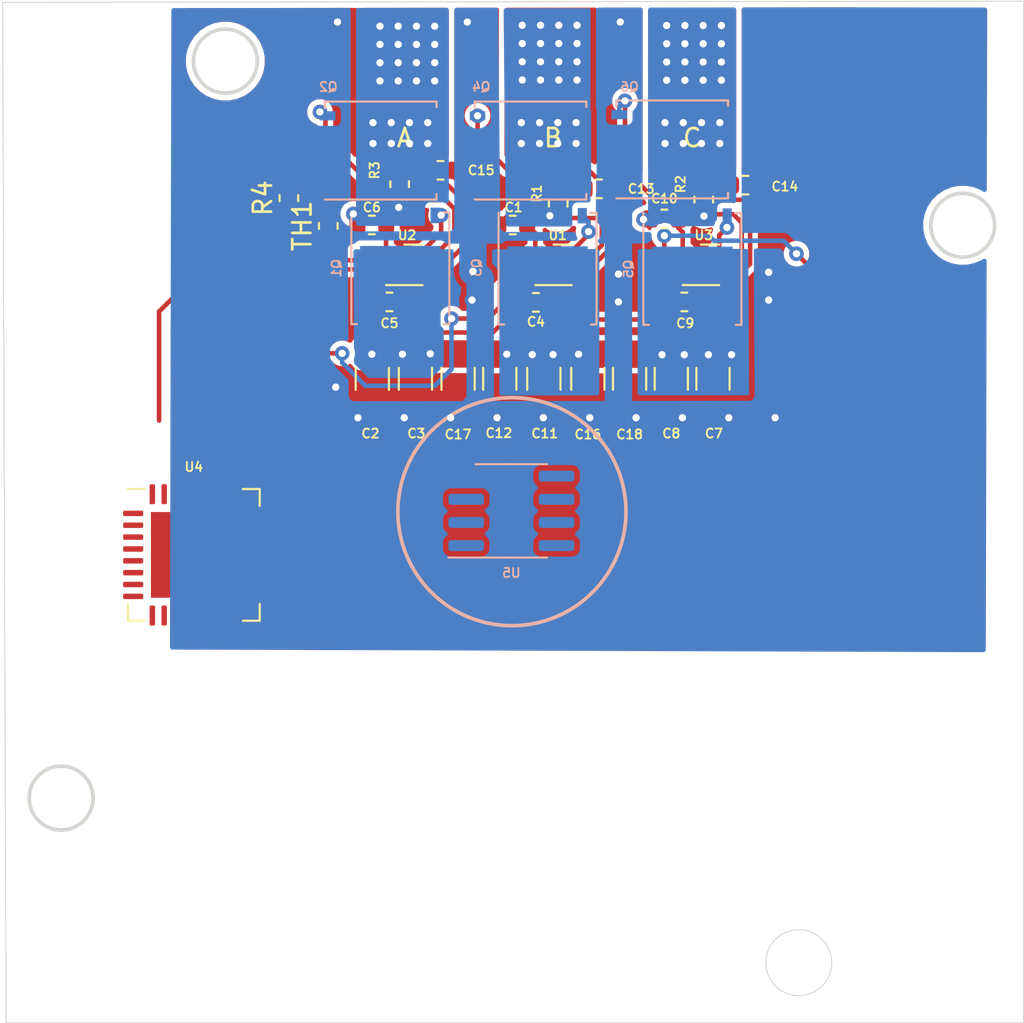
<source format=kicad_pcb>
(kicad_pcb (version 20171130) (host pcbnew 5.1.6-c6e7f7d~86~ubuntu20.04.1)

  (general
    (thickness 1.6)
    (drawings 42)
    (tracks 343)
    (zones 0)
    (modules 34)
    (nets 58)
  )

  (page A4)
  (layers
    (0 F.Cu signal)
    (31 B.Cu signal)
    (32 B.Adhes user hide)
    (33 F.Adhes user hide)
    (34 B.Paste user hide)
    (35 F.Paste user hide)
    (36 B.SilkS user)
    (37 F.SilkS user)
    (38 B.Mask user hide)
    (39 F.Mask user)
    (40 Dwgs.User user)
    (41 Cmts.User user hide)
    (42 Eco1.User user hide)
    (43 Eco2.User user)
    (44 Edge.Cuts user)
    (45 Margin user hide)
    (46 B.CrtYd user)
    (47 F.CrtYd user)
    (48 B.Fab user hide)
    (49 F.Fab user hide)
  )

  (setup
    (last_trace_width 0.25)
    (trace_clearance 0.2)
    (zone_clearance 0.3)
    (zone_45_only no)
    (trace_min 0.2)
    (via_size 0.8)
    (via_drill 0.4)
    (via_min_size 0.4)
    (via_min_drill 0.3)
    (uvia_size 0.3)
    (uvia_drill 0.1)
    (uvias_allowed no)
    (uvia_min_size 0.2)
    (uvia_min_drill 0.1)
    (edge_width 0.05)
    (segment_width 0.2)
    (pcb_text_width 0.3)
    (pcb_text_size 1.5 1.5)
    (mod_edge_width 0.12)
    (mod_text_size 0.5 0.5)
    (mod_text_width 0.1)
    (pad_size 0.9 1.3)
    (pad_drill 0)
    (pad_to_mask_clearance 0.05)
    (aux_axis_origin 0 0)
    (visible_elements FFFFFF7F)
    (pcbplotparams
      (layerselection 0x010fc_ffffffff)
      (usegerberextensions false)
      (usegerberattributes true)
      (usegerberadvancedattributes true)
      (creategerberjobfile true)
      (excludeedgelayer true)
      (linewidth 0.100000)
      (plotframeref false)
      (viasonmask false)
      (mode 1)
      (useauxorigin false)
      (hpglpennumber 1)
      (hpglpenspeed 20)
      (hpglpendiameter 15.000000)
      (psnegative false)
      (psa4output false)
      (plotreference true)
      (plotvalue true)
      (plotinvisibletext false)
      (padsonsilk false)
      (subtractmaskfromsilk false)
      (outputformat 1)
      (mirror false)
      (drillshape 1)
      (scaleselection 1)
      (outputdirectory ""))
  )

  (net 0 "")
  (net 1 "Net-(C1-Pad2)")
  (net 2 +24V)
  (net 3 GND)
  (net 4 /PH_A)
  (net 5 +5V)
  (net 6 /HG_A)
  (net 7 /LG_A)
  (net 8 "Net-(C6-Pad2)")
  (net 9 "Net-(C10-Pad2)")
  (net 10 /PH_C)
  (net 11 /PH_B)
  (net 12 /HG_C)
  (net 13 /LG_C)
  (net 14 /HG_B)
  (net 15 /LG_B)
  (net 16 "Net-(C13-Pad1)")
  (net 17 "Net-(C14-Pad1)")
  (net 18 "Net-(C15-Pad1)")
  (net 19 "Net-(U4-Pad32)")
  (net 20 "Net-(U4-Pad31)")
  (net 21 "Net-(U4-Pad30)")
  (net 22 +3V3)
  (net 23 "Net-(U4-Pad28)")
  (net 24 "Net-(U4-Pad27)")
  (net 25 "Net-(U4-Pad26)")
  (net 26 "Net-(U4-Pad25)")
  (net 27 "Net-(U4-Pad24)")
  (net 28 "Net-(U4-Pad23)")
  (net 29 "Net-(U4-Pad22)")
  (net 30 "Net-(U4-Pad20)")
  (net 31 "Net-(U4-Pad16)")
  (net 32 "Net-(U4-Pad15)")
  (net 33 "Net-(U4-Pad14)")
  (net 34 "Net-(U4-Pad13)")
  (net 35 "Net-(U4-Pad12)")
  (net 36 "Net-(U4-Pad11)")
  (net 37 "Net-(U4-Pad10)")
  (net 38 "Net-(U4-Pad9)")
  (net 39 "Net-(U4-Pad8)")
  (net 40 "Net-(U4-Pad7)")
  (net 41 "Net-(U4-Pad5)")
  (net 42 "Net-(U4-Pad4)")
  (net 43 "Net-(U4-Pad3)")
  (net 44 "Net-(U4-Pad2)")
  (net 45 "Net-(U4-Pad1)")
  (net 46 /ENBL)
  (net 47 /PWM_A)
  (net 48 /PWM_C)
  (net 49 /PWM_B)
  (net 50 "Net-(U5-Pad8)")
  (net 51 "Net-(U5-Pad7)")
  (net 52 "Net-(U5-Pad6)")
  (net 53 "Net-(U5-Pad5)")
  (net 54 "Net-(U5-Pad3)")
  (net 55 "Net-(U5-Pad2)")
  (net 56 "Net-(U5-Pad1)")
  (net 57 /FET_TEMP)

  (net_class Default "This is the default net class."
    (clearance 0.2)
    (trace_width 0.25)
    (via_dia 0.8)
    (via_drill 0.4)
    (uvia_dia 0.3)
    (uvia_drill 0.1)
    (add_net +24V)
    (add_net +3V3)
    (add_net +5V)
    (add_net /ENBL)
    (add_net /FET_TEMP)
    (add_net /HG_A)
    (add_net /HG_B)
    (add_net /HG_C)
    (add_net /LG_A)
    (add_net /LG_B)
    (add_net /LG_C)
    (add_net /PH_A)
    (add_net /PH_B)
    (add_net /PH_C)
    (add_net /PWM_A)
    (add_net /PWM_B)
    (add_net /PWM_C)
    (add_net GND)
    (add_net "Net-(C1-Pad2)")
    (add_net "Net-(C10-Pad2)")
    (add_net "Net-(C13-Pad1)")
    (add_net "Net-(C14-Pad1)")
    (add_net "Net-(C15-Pad1)")
    (add_net "Net-(C6-Pad2)")
    (add_net "Net-(U4-Pad1)")
    (add_net "Net-(U4-Pad10)")
    (add_net "Net-(U4-Pad11)")
    (add_net "Net-(U4-Pad12)")
    (add_net "Net-(U4-Pad13)")
    (add_net "Net-(U4-Pad14)")
    (add_net "Net-(U4-Pad15)")
    (add_net "Net-(U4-Pad16)")
    (add_net "Net-(U4-Pad2)")
    (add_net "Net-(U4-Pad20)")
    (add_net "Net-(U4-Pad22)")
    (add_net "Net-(U4-Pad23)")
    (add_net "Net-(U4-Pad24)")
    (add_net "Net-(U4-Pad25)")
    (add_net "Net-(U4-Pad26)")
    (add_net "Net-(U4-Pad27)")
    (add_net "Net-(U4-Pad28)")
    (add_net "Net-(U4-Pad3)")
    (add_net "Net-(U4-Pad30)")
    (add_net "Net-(U4-Pad31)")
    (add_net "Net-(U4-Pad32)")
    (add_net "Net-(U4-Pad4)")
    (add_net "Net-(U4-Pad5)")
    (add_net "Net-(U4-Pad7)")
    (add_net "Net-(U4-Pad8)")
    (add_net "Net-(U4-Pad9)")
    (add_net "Net-(U5-Pad1)")
    (add_net "Net-(U5-Pad2)")
    (add_net "Net-(U5-Pad3)")
    (add_net "Net-(U5-Pad5)")
    (add_net "Net-(U5-Pad6)")
    (add_net "Net-(U5-Pad7)")
    (add_net "Net-(U5-Pad8)")
  )

  (module Resistor_SMD:R_0603_1608Metric (layer F.Cu) (tedit 5B301BBD) (tstamp 5EE98C21)
    (at 185.166 107.442 90)
    (descr "Resistor SMD 0603 (1608 Metric), square (rectangular) end terminal, IPC_7351 nominal, (Body size source: http://www.tortai-tech.com/upload/download/2011102023233369053.pdf), generated with kicad-footprint-generator")
    (tags resistor)
    (path /5F061A2D)
    (attr smd)
    (fp_text reference TH1 (at 0 -1.43 90) (layer F.SilkS)
      (effects (font (size 1 1) (thickness 0.15)))
    )
    (fp_text value 10k (at 0 1.43 90) (layer F.Fab)
      (effects (font (size 1 1) (thickness 0.15)))
    )
    (fp_text user %R (at 0 0 90) (layer F.Fab)
      (effects (font (size 0.4 0.4) (thickness 0.06)))
    )
    (fp_line (start -0.8 0.4) (end -0.8 -0.4) (layer F.Fab) (width 0.1))
    (fp_line (start -0.8 -0.4) (end 0.8 -0.4) (layer F.Fab) (width 0.1))
    (fp_line (start 0.8 -0.4) (end 0.8 0.4) (layer F.Fab) (width 0.1))
    (fp_line (start 0.8 0.4) (end -0.8 0.4) (layer F.Fab) (width 0.1))
    (fp_line (start -0.162779 -0.51) (end 0.162779 -0.51) (layer F.SilkS) (width 0.12))
    (fp_line (start -0.162779 0.51) (end 0.162779 0.51) (layer F.SilkS) (width 0.12))
    (fp_line (start -1.48 0.73) (end -1.48 -0.73) (layer F.CrtYd) (width 0.05))
    (fp_line (start -1.48 -0.73) (end 1.48 -0.73) (layer F.CrtYd) (width 0.05))
    (fp_line (start 1.48 -0.73) (end 1.48 0.73) (layer F.CrtYd) (width 0.05))
    (fp_line (start 1.48 0.73) (end -1.48 0.73) (layer F.CrtYd) (width 0.05))
    (pad 2 smd roundrect (at 0.7875 0 90) (size 0.875 0.95) (layers F.Cu F.Paste F.Mask) (roundrect_rratio 0.25)
      (net 57 /FET_TEMP))
    (pad 1 smd roundrect (at -0.7875 0 90) (size 0.875 0.95) (layers F.Cu F.Paste F.Mask) (roundrect_rratio 0.25)
      (net 22 +3V3))
    (model ${KISYS3DMOD}/Resistor_SMD.3dshapes/R_0603_1608Metric.wrl
      (at (xyz 0 0 0))
      (scale (xyz 1 1 1))
      (rotate (xyz 0 0 0))
    )
  )

  (module Resistor_SMD:R_0603_1608Metric (layer F.Cu) (tedit 5B301BBD) (tstamp 5EE98C10)
    (at 183.007 105.918 90)
    (descr "Resistor SMD 0603 (1608 Metric), square (rectangular) end terminal, IPC_7351 nominal, (Body size source: http://www.tortai-tech.com/upload/download/2011102023233369053.pdf), generated with kicad-footprint-generator")
    (tags resistor)
    (path /5F063CFE)
    (attr smd)
    (fp_text reference R4 (at 0 -1.43 90) (layer F.SilkS)
      (effects (font (size 1 1) (thickness 0.15)))
    )
    (fp_text value 10k (at 0 1.43 90) (layer F.Fab)
      (effects (font (size 1 1) (thickness 0.15)))
    )
    (fp_text user %R (at 0 0 90) (layer F.Fab)
      (effects (font (size 0.4 0.4) (thickness 0.06)))
    )
    (fp_line (start -0.8 0.4) (end -0.8 -0.4) (layer F.Fab) (width 0.1))
    (fp_line (start -0.8 -0.4) (end 0.8 -0.4) (layer F.Fab) (width 0.1))
    (fp_line (start 0.8 -0.4) (end 0.8 0.4) (layer F.Fab) (width 0.1))
    (fp_line (start 0.8 0.4) (end -0.8 0.4) (layer F.Fab) (width 0.1))
    (fp_line (start -0.162779 -0.51) (end 0.162779 -0.51) (layer F.SilkS) (width 0.12))
    (fp_line (start -0.162779 0.51) (end 0.162779 0.51) (layer F.SilkS) (width 0.12))
    (fp_line (start -1.48 0.73) (end -1.48 -0.73) (layer F.CrtYd) (width 0.05))
    (fp_line (start -1.48 -0.73) (end 1.48 -0.73) (layer F.CrtYd) (width 0.05))
    (fp_line (start 1.48 -0.73) (end 1.48 0.73) (layer F.CrtYd) (width 0.05))
    (fp_line (start 1.48 0.73) (end -1.48 0.73) (layer F.CrtYd) (width 0.05))
    (pad 2 smd roundrect (at 0.7875 0 90) (size 0.875 0.95) (layers F.Cu F.Paste F.Mask) (roundrect_rratio 0.25)
      (net 3 GND))
    (pad 1 smd roundrect (at -0.7875 0 90) (size 0.875 0.95) (layers F.Cu F.Paste F.Mask) (roundrect_rratio 0.25)
      (net 57 /FET_TEMP))
    (model ${KISYS3DMOD}/Resistor_SMD.3dshapes/R_0603_1608Metric.wrl
      (at (xyz 0 0 0))
      (scale (xyz 1 1 1))
      (rotate (xyz 0 0 0))
    )
  )

  (module Package_DFN_QFN:DFN-8-1EP_2x2mm_P0.5mm_EP0.9x1.5mm (layer F.Cu) (tedit 5DC5F54E) (tstamp 5EE7BA64)
    (at 205.5876 109.5756)
    (descr "DFN, 8 Pin (http://ww1.microchip.com/downloads/en/DeviceDoc/Atmel-8127-AVR-8-bit-Microcontroller-ATtiny4-ATtiny5-ATtiny9-ATtiny10_Datasheet.pdf), generated with kicad-footprint-generator ipc_noLead_generator.py")
    (tags "DFN NoLead")
    (path /5EE90B06)
    (attr smd)
    (fp_text reference U3 (at 0.1524 -1.6256) (layer F.SilkS)
      (effects (font (size 0.5 0.5) (thickness 0.1)))
    )
    (fp_text value NCP81151 (at 0 1.95) (layer F.Fab)
      (effects (font (size 1 1) (thickness 0.15)))
    )
    (fp_text user %R (at 0 0) (layer F.Fab)
      (effects (font (size 1 1) (thickness 0.15)))
    )
    (fp_line (start 0 -1.11) (end 1 -1.11) (layer F.SilkS) (width 0.12))
    (fp_line (start -1 1.11) (end 1 1.11) (layer F.SilkS) (width 0.12))
    (fp_line (start -0.5 -1) (end 1 -1) (layer F.Fab) (width 0.1))
    (fp_line (start 1 -1) (end 1 1) (layer F.Fab) (width 0.1))
    (fp_line (start 1 1) (end -1 1) (layer F.Fab) (width 0.1))
    (fp_line (start -1 1) (end -1 -0.5) (layer F.Fab) (width 0.1))
    (fp_line (start -1 -0.5) (end -0.5 -1) (layer F.Fab) (width 0.1))
    (fp_line (start -1.6 -1.25) (end -1.6 1.25) (layer F.CrtYd) (width 0.05))
    (fp_line (start -1.6 1.25) (end 1.6 1.25) (layer F.CrtYd) (width 0.05))
    (fp_line (start 1.6 1.25) (end 1.6 -1.25) (layer F.CrtYd) (width 0.05))
    (fp_line (start 1.6 -1.25) (end -1.6 -1.25) (layer F.CrtYd) (width 0.05))
    (pad "" smd roundrect (at 0.225 0.375) (size 0.36 0.6) (layers F.Paste) (roundrect_rratio 0.25))
    (pad "" smd roundrect (at 0.225 -0.375) (size 0.36 0.6) (layers F.Paste) (roundrect_rratio 0.25))
    (pad "" smd roundrect (at -0.225 0.375) (size 0.36 0.6) (layers F.Paste) (roundrect_rratio 0.25))
    (pad "" smd roundrect (at -0.225 -0.375) (size 0.36 0.6) (layers F.Paste) (roundrect_rratio 0.25))
    (pad 9 smd rect (at 0 0) (size 0.9 1.5) (layers F.Cu F.Mask)
      (net 3 GND))
    (pad 8 smd roundrect (at 1 -0.75) (size 0.7 0.25) (layers F.Cu F.Paste F.Mask) (roundrect_rratio 0.25)
      (net 14 /HG_B))
    (pad 7 smd roundrect (at 1 -0.25) (size 0.7 0.25) (layers F.Cu F.Paste F.Mask) (roundrect_rratio 0.25)
      (net 11 /PH_B))
    (pad 6 smd roundrect (at 1 0.25) (size 0.7 0.25) (layers F.Cu F.Paste F.Mask) (roundrect_rratio 0.25)
      (net 3 GND))
    (pad 5 smd roundrect (at 1 0.75) (size 0.7 0.25) (layers F.Cu F.Paste F.Mask) (roundrect_rratio 0.25)
      (net 15 /LG_B))
    (pad 4 smd roundrect (at -1 0.75) (size 0.7 0.25) (layers F.Cu F.Paste F.Mask) (roundrect_rratio 0.25)
      (net 5 +5V))
    (pad 3 smd roundrect (at -1 0.25) (size 0.7 0.25) (layers F.Cu F.Paste F.Mask) (roundrect_rratio 0.25)
      (net 5 +5V))
    (pad 2 smd roundrect (at -1 -0.25) (size 0.7 0.25) (layers F.Cu F.Paste F.Mask) (roundrect_rratio 0.25)
      (net 49 /PWM_B))
    (pad 1 smd roundrect (at -1 -0.75) (size 0.7 0.25) (layers F.Cu F.Paste F.Mask) (roundrect_rratio 0.25)
      (net 9 "Net-(C10-Pad2)"))
    (model ${KISYS3DMOD}/Package_DFN_QFN.3dshapes/DFN-8-1EP_2x2mm_P0.5mm_EP0.9x1.5mm.wrl
      (at (xyz 0 0 0))
      (scale (xyz 1 1 1))
      (rotate (xyz 0 0 0))
    )
  )

  (module Package_DFN_QFN:DFN-8-1EP_2x2mm_P0.5mm_EP0.9x1.5mm (layer F.Cu) (tedit 5DC5F54E) (tstamp 5EE7BA47)
    (at 189.3316 109.5756)
    (descr "DFN, 8 Pin (http://ww1.microchip.com/downloads/en/DeviceDoc/Atmel-8127-AVR-8-bit-Microcontroller-ATtiny4-ATtiny5-ATtiny9-ATtiny10_Datasheet.pdf), generated with kicad-footprint-generator ipc_noLead_generator.py")
    (tags "DFN NoLead")
    (path /5EEA95DF)
    (attr smd)
    (fp_text reference U2 (at 0.1524 -1.6256) (layer F.SilkS)
      (effects (font (size 0.5 0.5) (thickness 0.1)))
    )
    (fp_text value NCP81151 (at 0 1.95) (layer F.Fab)
      (effects (font (size 1 1) (thickness 0.15)))
    )
    (fp_text user %R (at 0 0) (layer F.Fab)
      (effects (font (size 1 1) (thickness 0.15)))
    )
    (fp_line (start 0 -1.11) (end 1 -1.11) (layer F.SilkS) (width 0.12))
    (fp_line (start -1 1.11) (end 1 1.11) (layer F.SilkS) (width 0.12))
    (fp_line (start -0.5 -1) (end 1 -1) (layer F.Fab) (width 0.1))
    (fp_line (start 1 -1) (end 1 1) (layer F.Fab) (width 0.1))
    (fp_line (start 1 1) (end -1 1) (layer F.Fab) (width 0.1))
    (fp_line (start -1 1) (end -1 -0.5) (layer F.Fab) (width 0.1))
    (fp_line (start -1 -0.5) (end -0.5 -1) (layer F.Fab) (width 0.1))
    (fp_line (start -1.6 -1.25) (end -1.6 1.25) (layer F.CrtYd) (width 0.05))
    (fp_line (start -1.6 1.25) (end 1.6 1.25) (layer F.CrtYd) (width 0.05))
    (fp_line (start 1.6 1.25) (end 1.6 -1.25) (layer F.CrtYd) (width 0.05))
    (fp_line (start 1.6 -1.25) (end -1.6 -1.25) (layer F.CrtYd) (width 0.05))
    (pad "" smd roundrect (at 0.225 0.375) (size 0.36 0.6) (layers F.Paste) (roundrect_rratio 0.25))
    (pad "" smd roundrect (at 0.225 -0.375) (size 0.36 0.6) (layers F.Paste) (roundrect_rratio 0.25))
    (pad "" smd roundrect (at -0.225 0.375) (size 0.36 0.6) (layers F.Paste) (roundrect_rratio 0.25))
    (pad "" smd roundrect (at -0.225 -0.375) (size 0.36 0.6) (layers F.Paste) (roundrect_rratio 0.25))
    (pad 9 smd rect (at 0 0) (size 0.9 1.5) (layers F.Cu F.Mask)
      (net 3 GND))
    (pad 8 smd roundrect (at 1 -0.75) (size 0.7 0.25) (layers F.Cu F.Paste F.Mask) (roundrect_rratio 0.25)
      (net 12 /HG_C))
    (pad 7 smd roundrect (at 1 -0.25) (size 0.7 0.25) (layers F.Cu F.Paste F.Mask) (roundrect_rratio 0.25)
      (net 10 /PH_C))
    (pad 6 smd roundrect (at 1 0.25) (size 0.7 0.25) (layers F.Cu F.Paste F.Mask) (roundrect_rratio 0.25)
      (net 3 GND))
    (pad 5 smd roundrect (at 1 0.75) (size 0.7 0.25) (layers F.Cu F.Paste F.Mask) (roundrect_rratio 0.25)
      (net 13 /LG_C))
    (pad 4 smd roundrect (at -1 0.75) (size 0.7 0.25) (layers F.Cu F.Paste F.Mask) (roundrect_rratio 0.25)
      (net 5 +5V))
    (pad 3 smd roundrect (at -1 0.25) (size 0.7 0.25) (layers F.Cu F.Paste F.Mask) (roundrect_rratio 0.25)
      (net 5 +5V))
    (pad 2 smd roundrect (at -1 -0.25) (size 0.7 0.25) (layers F.Cu F.Paste F.Mask) (roundrect_rratio 0.25)
      (net 48 /PWM_C))
    (pad 1 smd roundrect (at -1 -0.75) (size 0.7 0.25) (layers F.Cu F.Paste F.Mask) (roundrect_rratio 0.25)
      (net 8 "Net-(C6-Pad2)"))
    (model ${KISYS3DMOD}/Package_DFN_QFN.3dshapes/DFN-8-1EP_2x2mm_P0.5mm_EP0.9x1.5mm.wrl
      (at (xyz 0 0 0))
      (scale (xyz 1 1 1))
      (rotate (xyz 0 0 0))
    )
  )

  (module Package_DFN_QFN:DFN-8-1EP_2x2mm_P0.5mm_EP0.9x1.5mm (layer F.Cu) (tedit 5DC5F54E) (tstamp 5EE7CDED)
    (at 197.5104 109.5756)
    (descr "DFN, 8 Pin (http://ww1.microchip.com/downloads/en/DeviceDoc/Atmel-8127-AVR-8-bit-Microcontroller-ATtiny4-ATtiny5-ATtiny9-ATtiny10_Datasheet.pdf), generated with kicad-footprint-generator ipc_noLead_generator.py")
    (tags "DFN NoLead")
    (path /5EE83B4A)
    (attr smd)
    (fp_text reference U1 (at 0.2286 -1.6256) (layer F.SilkS)
      (effects (font (size 0.5 0.5) (thickness 0.1)))
    )
    (fp_text value NCP81151 (at 0 1.95) (layer F.Fab)
      (effects (font (size 1 1) (thickness 0.15)))
    )
    (fp_text user %R (at 0 0) (layer F.Fab)
      (effects (font (size 1 1) (thickness 0.15)))
    )
    (fp_line (start 0 -1.11) (end 1 -1.11) (layer F.SilkS) (width 0.12))
    (fp_line (start -1 1.11) (end 1 1.11) (layer F.SilkS) (width 0.12))
    (fp_line (start -0.5 -1) (end 1 -1) (layer F.Fab) (width 0.1))
    (fp_line (start 1 -1) (end 1 1) (layer F.Fab) (width 0.1))
    (fp_line (start 1 1) (end -1 1) (layer F.Fab) (width 0.1))
    (fp_line (start -1 1) (end -1 -0.5) (layer F.Fab) (width 0.1))
    (fp_line (start -1 -0.5) (end -0.5 -1) (layer F.Fab) (width 0.1))
    (fp_line (start -1.6 -1.25) (end -1.6 1.25) (layer F.CrtYd) (width 0.05))
    (fp_line (start -1.6 1.25) (end 1.6 1.25) (layer F.CrtYd) (width 0.05))
    (fp_line (start 1.6 1.25) (end 1.6 -1.25) (layer F.CrtYd) (width 0.05))
    (fp_line (start 1.6 -1.25) (end -1.6 -1.25) (layer F.CrtYd) (width 0.05))
    (pad "" smd roundrect (at 0.225 0.375) (size 0.36 0.6) (layers F.Paste) (roundrect_rratio 0.25))
    (pad "" smd roundrect (at 0.225 -0.375) (size 0.36 0.6) (layers F.Paste) (roundrect_rratio 0.25))
    (pad "" smd roundrect (at -0.225 0.375) (size 0.36 0.6) (layers F.Paste) (roundrect_rratio 0.25))
    (pad "" smd roundrect (at -0.225 -0.375) (size 0.36 0.6) (layers F.Paste) (roundrect_rratio 0.25))
    (pad 9 smd rect (at 0 0) (size 0.9 1.5) (layers F.Cu F.Mask)
      (net 3 GND))
    (pad 8 smd roundrect (at 1 -0.75) (size 0.7 0.25) (layers F.Cu F.Paste F.Mask) (roundrect_rratio 0.25)
      (net 6 /HG_A))
    (pad 7 smd roundrect (at 1 -0.25) (size 0.7 0.25) (layers F.Cu F.Paste F.Mask) (roundrect_rratio 0.25)
      (net 4 /PH_A))
    (pad 6 smd roundrect (at 1 0.25) (size 0.7 0.25) (layers F.Cu F.Paste F.Mask) (roundrect_rratio 0.25)
      (net 3 GND))
    (pad 5 smd roundrect (at 1 0.75) (size 0.7 0.25) (layers F.Cu F.Paste F.Mask) (roundrect_rratio 0.25)
      (net 7 /LG_A))
    (pad 4 smd roundrect (at -1 0.75) (size 0.7 0.25) (layers F.Cu F.Paste F.Mask) (roundrect_rratio 0.25)
      (net 5 +5V))
    (pad 3 smd roundrect (at -1 0.25) (size 0.7 0.25) (layers F.Cu F.Paste F.Mask) (roundrect_rratio 0.25)
      (net 5 +5V))
    (pad 2 smd roundrect (at -1 -0.25) (size 0.7 0.25) (layers F.Cu F.Paste F.Mask) (roundrect_rratio 0.25)
      (net 47 /PWM_A))
    (pad 1 smd roundrect (at -1 -0.75) (size 0.7 0.25) (layers F.Cu F.Paste F.Mask) (roundrect_rratio 0.25)
      (net 1 "Net-(C1-Pad2)"))
    (model ${KISYS3DMOD}/Package_DFN_QFN.3dshapes/DFN-8-1EP_2x2mm_P0.5mm_EP0.9x1.5mm.wrl
      (at (xyz 0 0 0))
      (scale (xyz 1 1 1))
      (rotate (xyz 0 0 0))
    )
  )

  (module Package_SO:SOIC-8_3.9x4.9mm_P1.27mm (layer B.Cu) (tedit 5D9F72B1) (tstamp 5EE920BB)
    (at 195.199 123.063)
    (descr "SOIC, 8 Pin (JEDEC MS-012AA, https://www.analog.com/media/en/package-pcb-resources/package/pkg_pdf/soic_narrow-r/r_8.pdf), generated with kicad-footprint-generator ipc_gullwing_generator.py")
    (tags "SOIC SO")
    (path /5EFF18B3)
    (attr smd)
    (fp_text reference U5 (at 0 3.4) (layer B.SilkS)
      (effects (font (size 0.5 0.5) (thickness 0.1)) (justify mirror))
    )
    (fp_text value AS5600 (at 0 -3.4) (layer B.Fab)
      (effects (font (size 1 1) (thickness 0.15)) (justify mirror))
    )
    (fp_text user %R (at 0 0) (layer B.Fab)
      (effects (font (size 1 1) (thickness 0.15)) (justify mirror))
    )
    (fp_line (start 0 -2.56) (end 1.95 -2.56) (layer B.SilkS) (width 0.12))
    (fp_line (start 0 -2.56) (end -1.95 -2.56) (layer B.SilkS) (width 0.12))
    (fp_line (start 0 2.56) (end 1.95 2.56) (layer B.SilkS) (width 0.12))
    (fp_line (start 0 2.56) (end -3.45 2.56) (layer B.SilkS) (width 0.12))
    (fp_line (start -0.975 2.45) (end 1.95 2.45) (layer B.Fab) (width 0.1))
    (fp_line (start 1.95 2.45) (end 1.95 -2.45) (layer B.Fab) (width 0.1))
    (fp_line (start 1.95 -2.45) (end -1.95 -2.45) (layer B.Fab) (width 0.1))
    (fp_line (start -1.95 -2.45) (end -1.95 1.475) (layer B.Fab) (width 0.1))
    (fp_line (start -1.95 1.475) (end -0.975 2.45) (layer B.Fab) (width 0.1))
    (fp_line (start -3.7 2.7) (end -3.7 -2.7) (layer B.CrtYd) (width 0.05))
    (fp_line (start -3.7 -2.7) (end 3.7 -2.7) (layer B.CrtYd) (width 0.05))
    (fp_line (start 3.7 -2.7) (end 3.7 2.7) (layer B.CrtYd) (width 0.05))
    (fp_line (start 3.7 2.7) (end -3.7 2.7) (layer B.CrtYd) (width 0.05))
    (pad 8 smd roundrect (at 2.475 1.905) (size 1.95 0.6) (layers B.Cu B.Paste B.Mask) (roundrect_rratio 0.25)
      (net 50 "Net-(U5-Pad8)"))
    (pad 7 smd roundrect (at 2.475 0.635) (size 1.95 0.6) (layers B.Cu B.Paste B.Mask) (roundrect_rratio 0.25)
      (net 51 "Net-(U5-Pad7)"))
    (pad 6 smd roundrect (at 2.475 -0.635) (size 1.95 0.6) (layers B.Cu B.Paste B.Mask) (roundrect_rratio 0.25)
      (net 52 "Net-(U5-Pad6)"))
    (pad 5 smd roundrect (at 2.475 -1.905) (size 1.95 0.6) (layers B.Cu B.Paste B.Mask) (roundrect_rratio 0.25)
      (net 53 "Net-(U5-Pad5)"))
    (pad 4 smd roundrect (at -2.475 -1.905) (size 1.95 0.6) (layers B.Cu B.Paste B.Mask) (roundrect_rratio 0.25)
      (net 3 GND))
    (pad 3 smd roundrect (at -2.475 -0.635) (size 1.95 0.6) (layers B.Cu B.Paste B.Mask) (roundrect_rratio 0.25)
      (net 54 "Net-(U5-Pad3)"))
    (pad 2 smd roundrect (at -2.475 0.635) (size 1.95 0.6) (layers B.Cu B.Paste B.Mask) (roundrect_rratio 0.25)
      (net 55 "Net-(U5-Pad2)"))
    (pad 1 smd roundrect (at -2.475 1.905) (size 1.95 0.6) (layers B.Cu B.Paste B.Mask) (roundrect_rratio 0.25)
      (net 56 "Net-(U5-Pad1)"))
    (model ${KISYS3DMOD}/Package_SO.3dshapes/SOIC-8_3.9x4.9mm_P1.27mm.wrl
      (at (xyz 0 0 0))
      (scale (xyz 1 1 1))
      (rotate (xyz 0 0 0))
    )
  )

  (module Capacitor_SMD:C_1206_3216Metric (layer F.Cu) (tedit 5B301BBE) (tstamp 5EE90E85)
    (at 201.676 115.824 270)
    (descr "Capacitor SMD 1206 (3216 Metric), square (rectangular) end terminal, IPC_7351 nominal, (Body size source: http://www.tortai-tech.com/upload/download/2011102023233369053.pdf), generated with kicad-footprint-generator")
    (tags capacitor)
    (path /5EFDC493)
    (attr smd)
    (fp_text reference C18 (at 3.048 0 180) (layer F.SilkS)
      (effects (font (size 0.5 0.5) (thickness 0.1)))
    )
    (fp_text value 4.7uF (at 0 1.82 90) (layer F.Fab)
      (effects (font (size 1 1) (thickness 0.15)))
    )
    (fp_text user %R (at 0 0 90) (layer F.Fab)
      (effects (font (size 1 1) (thickness 0.15)))
    )
    (fp_line (start -1.6 0.8) (end -1.6 -0.8) (layer F.Fab) (width 0.1))
    (fp_line (start -1.6 -0.8) (end 1.6 -0.8) (layer F.Fab) (width 0.1))
    (fp_line (start 1.6 -0.8) (end 1.6 0.8) (layer F.Fab) (width 0.1))
    (fp_line (start 1.6 0.8) (end -1.6 0.8) (layer F.Fab) (width 0.1))
    (fp_line (start -0.602064 -0.91) (end 0.602064 -0.91) (layer F.SilkS) (width 0.12))
    (fp_line (start -0.602064 0.91) (end 0.602064 0.91) (layer F.SilkS) (width 0.12))
    (fp_line (start -2.28 1.12) (end -2.28 -1.12) (layer F.CrtYd) (width 0.05))
    (fp_line (start -2.28 -1.12) (end 2.28 -1.12) (layer F.CrtYd) (width 0.05))
    (fp_line (start 2.28 -1.12) (end 2.28 1.12) (layer F.CrtYd) (width 0.05))
    (fp_line (start 2.28 1.12) (end -2.28 1.12) (layer F.CrtYd) (width 0.05))
    (pad 2 smd roundrect (at 1.4 0 270) (size 1.25 1.75) (layers F.Cu F.Paste F.Mask) (roundrect_rratio 0.2)
      (net 3 GND))
    (pad 1 smd roundrect (at -1.4 0 270) (size 1.25 1.75) (layers F.Cu F.Paste F.Mask) (roundrect_rratio 0.2)
      (net 2 +24V))
    (model ${KISYS3DMOD}/Capacitor_SMD.3dshapes/C_1206_3216Metric.wrl
      (at (xyz 0 0 0))
      (scale (xyz 1 1 1))
      (rotate (xyz 0 0 0))
    )
  )

  (module Capacitor_SMD:C_1206_3216Metric (layer F.Cu) (tedit 5B301BBE) (tstamp 5EE90E74)
    (at 192.278 115.824 270)
    (descr "Capacitor SMD 1206 (3216 Metric), square (rectangular) end terminal, IPC_7351 nominal, (Body size source: http://www.tortai-tech.com/upload/download/2011102023233369053.pdf), generated with kicad-footprint-generator")
    (tags capacitor)
    (path /5EFD98C2)
    (attr smd)
    (fp_text reference C17 (at 3.048 0 180) (layer F.SilkS)
      (effects (font (size 0.5 0.5) (thickness 0.1)))
    )
    (fp_text value 4.7uF (at 0 1.82 90) (layer F.Fab)
      (effects (font (size 1 1) (thickness 0.15)))
    )
    (fp_text user %R (at 0 0 90) (layer F.Fab)
      (effects (font (size 1 1) (thickness 0.15)))
    )
    (fp_line (start -1.6 0.8) (end -1.6 -0.8) (layer F.Fab) (width 0.1))
    (fp_line (start -1.6 -0.8) (end 1.6 -0.8) (layer F.Fab) (width 0.1))
    (fp_line (start 1.6 -0.8) (end 1.6 0.8) (layer F.Fab) (width 0.1))
    (fp_line (start 1.6 0.8) (end -1.6 0.8) (layer F.Fab) (width 0.1))
    (fp_line (start -0.602064 -0.91) (end 0.602064 -0.91) (layer F.SilkS) (width 0.12))
    (fp_line (start -0.602064 0.91) (end 0.602064 0.91) (layer F.SilkS) (width 0.12))
    (fp_line (start -2.28 1.12) (end -2.28 -1.12) (layer F.CrtYd) (width 0.05))
    (fp_line (start -2.28 -1.12) (end 2.28 -1.12) (layer F.CrtYd) (width 0.05))
    (fp_line (start 2.28 -1.12) (end 2.28 1.12) (layer F.CrtYd) (width 0.05))
    (fp_line (start 2.28 1.12) (end -2.28 1.12) (layer F.CrtYd) (width 0.05))
    (pad 2 smd roundrect (at 1.4 0 270) (size 1.25 1.75) (layers F.Cu F.Paste F.Mask) (roundrect_rratio 0.2)
      (net 3 GND))
    (pad 1 smd roundrect (at -1.4 0 270) (size 1.25 1.75) (layers F.Cu F.Paste F.Mask) (roundrect_rratio 0.2)
      (net 2 +24V))
    (model ${KISYS3DMOD}/Capacitor_SMD.3dshapes/C_1206_3216Metric.wrl
      (at (xyz 0 0 0))
      (scale (xyz 1 1 1))
      (rotate (xyz 0 0 0))
    )
  )

  (module Capacitor_SMD:C_1206_3216Metric (layer F.Cu) (tedit 5B301BBE) (tstamp 5EE90E63)
    (at 199.39 115.824 270)
    (descr "Capacitor SMD 1206 (3216 Metric), square (rectangular) end terminal, IPC_7351 nominal, (Body size source: http://www.tortai-tech.com/upload/download/2011102023233369053.pdf), generated with kicad-footprint-generator")
    (tags capacitor)
    (path /5EFD6E2B)
    (attr smd)
    (fp_text reference C16 (at 3.048 0 180) (layer F.SilkS)
      (effects (font (size 0.5 0.5) (thickness 0.1)))
    )
    (fp_text value 4.7uF (at 0 1.82 90) (layer F.Fab)
      (effects (font (size 1 1) (thickness 0.15)))
    )
    (fp_text user %R (at 0 0 90) (layer F.Fab)
      (effects (font (size 1 1) (thickness 0.15)))
    )
    (fp_line (start -1.6 0.8) (end -1.6 -0.8) (layer F.Fab) (width 0.1))
    (fp_line (start -1.6 -0.8) (end 1.6 -0.8) (layer F.Fab) (width 0.1))
    (fp_line (start 1.6 -0.8) (end 1.6 0.8) (layer F.Fab) (width 0.1))
    (fp_line (start 1.6 0.8) (end -1.6 0.8) (layer F.Fab) (width 0.1))
    (fp_line (start -0.602064 -0.91) (end 0.602064 -0.91) (layer F.SilkS) (width 0.12))
    (fp_line (start -0.602064 0.91) (end 0.602064 0.91) (layer F.SilkS) (width 0.12))
    (fp_line (start -2.28 1.12) (end -2.28 -1.12) (layer F.CrtYd) (width 0.05))
    (fp_line (start -2.28 -1.12) (end 2.28 -1.12) (layer F.CrtYd) (width 0.05))
    (fp_line (start 2.28 -1.12) (end 2.28 1.12) (layer F.CrtYd) (width 0.05))
    (fp_line (start 2.28 1.12) (end -2.28 1.12) (layer F.CrtYd) (width 0.05))
    (pad 2 smd roundrect (at 1.4 0 270) (size 1.25 1.75) (layers F.Cu F.Paste F.Mask) (roundrect_rratio 0.2)
      (net 3 GND))
    (pad 1 smd roundrect (at -1.4 0 270) (size 1.25 1.75) (layers F.Cu F.Paste F.Mask) (roundrect_rratio 0.2)
      (net 2 +24V))
    (model ${KISYS3DMOD}/Capacitor_SMD.3dshapes/C_1206_3216Metric.wrl
      (at (xyz 0 0 0))
      (scale (xyz 1 1 1))
      (rotate (xyz 0 0 0))
    )
  )

  (module Capacitor_SMD:C_1206_3216Metric (layer F.Cu) (tedit 5B301BBE) (tstamp 5EE8839F)
    (at 194.564 115.824 270)
    (descr "Capacitor SMD 1206 (3216 Metric), square (rectangular) end terminal, IPC_7351 nominal, (Body size source: http://www.tortai-tech.com/upload/download/2011102023233369053.pdf), generated with kicad-footprint-generator")
    (tags capacitor)
    (path /5EECCA5B)
    (attr smd)
    (fp_text reference C12 (at 2.9748 0.0508 180) (layer F.SilkS)
      (effects (font (size 0.5 0.5) (thickness 0.1)))
    )
    (fp_text value 4.7uF (at 0 1.82 90) (layer F.Fab)
      (effects (font (size 1 1) (thickness 0.15)))
    )
    (fp_line (start 2.28 1.12) (end -2.28 1.12) (layer F.CrtYd) (width 0.05))
    (fp_line (start 2.28 -1.12) (end 2.28 1.12) (layer F.CrtYd) (width 0.05))
    (fp_line (start -2.28 -1.12) (end 2.28 -1.12) (layer F.CrtYd) (width 0.05))
    (fp_line (start -2.28 1.12) (end -2.28 -1.12) (layer F.CrtYd) (width 0.05))
    (fp_line (start -0.602064 0.91) (end 0.602064 0.91) (layer F.SilkS) (width 0.12))
    (fp_line (start -0.602064 -0.91) (end 0.602064 -0.91) (layer F.SilkS) (width 0.12))
    (fp_line (start 1.6 0.8) (end -1.6 0.8) (layer F.Fab) (width 0.1))
    (fp_line (start 1.6 -0.8) (end 1.6 0.8) (layer F.Fab) (width 0.1))
    (fp_line (start -1.6 -0.8) (end 1.6 -0.8) (layer F.Fab) (width 0.1))
    (fp_line (start -1.6 0.8) (end -1.6 -0.8) (layer F.Fab) (width 0.1))
    (fp_text user %R (at 0 0 90) (layer F.Fab)
      (effects (font (size 1 1) (thickness 0.15)))
    )
    (pad 2 smd roundrect (at 1.4 0 270) (size 1.25 1.75) (layers F.Cu F.Paste F.Mask) (roundrect_rratio 0.2)
      (net 3 GND))
    (pad 1 smd roundrect (at -1.4 0 270) (size 1.25 1.75) (layers F.Cu F.Paste F.Mask) (roundrect_rratio 0.2)
      (net 2 +24V))
    (model ${KISYS3DMOD}/Capacitor_SMD.3dshapes/C_1206_3216Metric.wrl
      (at (xyz 0 0 0))
      (scale (xyz 1 1 1))
      (rotate (xyz 0 0 0))
    )
  )

  (module Capacitor_SMD:C_1206_3216Metric (layer F.Cu) (tedit 5B301BBE) (tstamp 5EE8838E)
    (at 196.977 115.824 270)
    (descr "Capacitor SMD 1206 (3216 Metric), square (rectangular) end terminal, IPC_7351 nominal, (Body size source: http://www.tortai-tech.com/upload/download/2011102023233369053.pdf), generated with kicad-footprint-generator")
    (tags capacitor)
    (path /5EECC679)
    (attr smd)
    (fp_text reference C11 (at 2.9972 -0.0508 180) (layer F.SilkS)
      (effects (font (size 0.5 0.5) (thickness 0.1)))
    )
    (fp_text value 4.7uF (at 0 1.82 90) (layer F.Fab)
      (effects (font (size 1 1) (thickness 0.15)))
    )
    (fp_line (start 2.28 1.12) (end -2.28 1.12) (layer F.CrtYd) (width 0.05))
    (fp_line (start 2.28 -1.12) (end 2.28 1.12) (layer F.CrtYd) (width 0.05))
    (fp_line (start -2.28 -1.12) (end 2.28 -1.12) (layer F.CrtYd) (width 0.05))
    (fp_line (start -2.28 1.12) (end -2.28 -1.12) (layer F.CrtYd) (width 0.05))
    (fp_line (start -0.602064 0.91) (end 0.602064 0.91) (layer F.SilkS) (width 0.12))
    (fp_line (start -0.602064 -0.91) (end 0.602064 -0.91) (layer F.SilkS) (width 0.12))
    (fp_line (start 1.6 0.8) (end -1.6 0.8) (layer F.Fab) (width 0.1))
    (fp_line (start 1.6 -0.8) (end 1.6 0.8) (layer F.Fab) (width 0.1))
    (fp_line (start -1.6 -0.8) (end 1.6 -0.8) (layer F.Fab) (width 0.1))
    (fp_line (start -1.6 0.8) (end -1.6 -0.8) (layer F.Fab) (width 0.1))
    (fp_text user %R (at 0 0 90) (layer F.Fab)
      (effects (font (size 1 1) (thickness 0.15)))
    )
    (pad 2 smd roundrect (at 1.4 0 270) (size 1.25 1.75) (layers F.Cu F.Paste F.Mask) (roundrect_rratio 0.2)
      (net 3 GND))
    (pad 1 smd roundrect (at -1.4 0 270) (size 1.25 1.75) (layers F.Cu F.Paste F.Mask) (roundrect_rratio 0.2)
      (net 2 +24V))
    (model ${KISYS3DMOD}/Capacitor_SMD.3dshapes/C_1206_3216Metric.wrl
      (at (xyz 0 0 0))
      (scale (xyz 1 1 1))
      (rotate (xyz 0 0 0))
    )
  )

  (module Capacitor_SMD:C_1206_3216Metric (layer F.Cu) (tedit 5B301BBE) (tstamp 5EE8833D)
    (at 203.962 115.824 270)
    (descr "Capacitor SMD 1206 (3216 Metric), square (rectangular) end terminal, IPC_7351 nominal, (Body size source: http://www.tortai-tech.com/upload/download/2011102023233369053.pdf), generated with kicad-footprint-generator")
    (tags capacitor)
    (path /5EECC475)
    (attr smd)
    (fp_text reference C8 (at 2.9972 0 180) (layer F.SilkS)
      (effects (font (size 0.5 0.5) (thickness 0.1)))
    )
    (fp_text value 4.7uF (at 0 1.82 90) (layer F.Fab)
      (effects (font (size 1 1) (thickness 0.15)))
    )
    (fp_line (start 2.28 1.12) (end -2.28 1.12) (layer F.CrtYd) (width 0.05))
    (fp_line (start 2.28 -1.12) (end 2.28 1.12) (layer F.CrtYd) (width 0.05))
    (fp_line (start -2.28 -1.12) (end 2.28 -1.12) (layer F.CrtYd) (width 0.05))
    (fp_line (start -2.28 1.12) (end -2.28 -1.12) (layer F.CrtYd) (width 0.05))
    (fp_line (start -0.602064 0.91) (end 0.602064 0.91) (layer F.SilkS) (width 0.12))
    (fp_line (start -0.602064 -0.91) (end 0.602064 -0.91) (layer F.SilkS) (width 0.12))
    (fp_line (start 1.6 0.8) (end -1.6 0.8) (layer F.Fab) (width 0.1))
    (fp_line (start 1.6 -0.8) (end 1.6 0.8) (layer F.Fab) (width 0.1))
    (fp_line (start -1.6 -0.8) (end 1.6 -0.8) (layer F.Fab) (width 0.1))
    (fp_line (start -1.6 0.8) (end -1.6 -0.8) (layer F.Fab) (width 0.1))
    (fp_text user %R (at 0 0 90) (layer F.Fab)
      (effects (font (size 1 1) (thickness 0.15)))
    )
    (pad 2 smd roundrect (at 1.4 0 270) (size 1.25 1.75) (layers F.Cu F.Paste F.Mask) (roundrect_rratio 0.2)
      (net 3 GND))
    (pad 1 smd roundrect (at -1.4 0 270) (size 1.25 1.75) (layers F.Cu F.Paste F.Mask) (roundrect_rratio 0.2)
      (net 2 +24V))
    (model ${KISYS3DMOD}/Capacitor_SMD.3dshapes/C_1206_3216Metric.wrl
      (at (xyz 0 0 0))
      (scale (xyz 1 1 1))
      (rotate (xyz 0 0 0))
    )
  )

  (module Capacitor_SMD:C_1206_3216Metric (layer F.Cu) (tedit 5B301BBE) (tstamp 5EE8832C)
    (at 206.248 115.824 270)
    (descr "Capacitor SMD 1206 (3216 Metric), square (rectangular) end terminal, IPC_7351 nominal, (Body size source: http://www.tortai-tech.com/upload/download/2011102023233369053.pdf), generated with kicad-footprint-generator")
    (tags capacitor)
    (path /5EECBC5F)
    (attr smd)
    (fp_text reference C7 (at 2.9972 -0.0508 180) (layer F.SilkS)
      (effects (font (size 0.5 0.5) (thickness 0.1)))
    )
    (fp_text value 4.7uF (at 0 1.82 90) (layer F.Fab)
      (effects (font (size 1 1) (thickness 0.15)))
    )
    (fp_line (start 2.28 1.12) (end -2.28 1.12) (layer F.CrtYd) (width 0.05))
    (fp_line (start 2.28 -1.12) (end 2.28 1.12) (layer F.CrtYd) (width 0.05))
    (fp_line (start -2.28 -1.12) (end 2.28 -1.12) (layer F.CrtYd) (width 0.05))
    (fp_line (start -2.28 1.12) (end -2.28 -1.12) (layer F.CrtYd) (width 0.05))
    (fp_line (start -0.602064 0.91) (end 0.602064 0.91) (layer F.SilkS) (width 0.12))
    (fp_line (start -0.602064 -0.91) (end 0.602064 -0.91) (layer F.SilkS) (width 0.12))
    (fp_line (start 1.6 0.8) (end -1.6 0.8) (layer F.Fab) (width 0.1))
    (fp_line (start 1.6 -0.8) (end 1.6 0.8) (layer F.Fab) (width 0.1))
    (fp_line (start -1.6 -0.8) (end 1.6 -0.8) (layer F.Fab) (width 0.1))
    (fp_line (start -1.6 0.8) (end -1.6 -0.8) (layer F.Fab) (width 0.1))
    (fp_text user %R (at 0 0 90) (layer F.Fab)
      (effects (font (size 1 1) (thickness 0.15)))
    )
    (pad 2 smd roundrect (at 1.4 0 270) (size 1.25 1.75) (layers F.Cu F.Paste F.Mask) (roundrect_rratio 0.2)
      (net 3 GND))
    (pad 1 smd roundrect (at -1.4 0 270) (size 1.25 1.75) (layers F.Cu F.Paste F.Mask) (roundrect_rratio 0.2)
      (net 2 +24V))
    (model ${KISYS3DMOD}/Capacitor_SMD.3dshapes/C_1206_3216Metric.wrl
      (at (xyz 0 0 0))
      (scale (xyz 1 1 1))
      (rotate (xyz 0 0 0))
    )
  )

  (module Capacitor_SMD:C_1206_3216Metric (layer F.Cu) (tedit 5B301BBE) (tstamp 5EE882BB)
    (at 189.9412 115.824 270)
    (descr "Capacitor SMD 1206 (3216 Metric), square (rectangular) end terminal, IPC_7351 nominal, (Body size source: http://www.tortai-tech.com/upload/download/2011102023233369053.pdf), generated with kicad-footprint-generator")
    (tags capacitor)
    (path /5EECB579)
    (attr smd)
    (fp_text reference C3 (at 2.9972 -0.0508 180) (layer F.SilkS)
      (effects (font (size 0.5 0.5) (thickness 0.1)))
    )
    (fp_text value 4.7uF (at 0 1.82 90) (layer F.Fab)
      (effects (font (size 1 1) (thickness 0.15)))
    )
    (fp_line (start 2.28 1.12) (end -2.28 1.12) (layer F.CrtYd) (width 0.05))
    (fp_line (start 2.28 -1.12) (end 2.28 1.12) (layer F.CrtYd) (width 0.05))
    (fp_line (start -2.28 -1.12) (end 2.28 -1.12) (layer F.CrtYd) (width 0.05))
    (fp_line (start -2.28 1.12) (end -2.28 -1.12) (layer F.CrtYd) (width 0.05))
    (fp_line (start -0.602064 0.91) (end 0.602064 0.91) (layer F.SilkS) (width 0.12))
    (fp_line (start -0.602064 -0.91) (end 0.602064 -0.91) (layer F.SilkS) (width 0.12))
    (fp_line (start 1.6 0.8) (end -1.6 0.8) (layer F.Fab) (width 0.1))
    (fp_line (start 1.6 -0.8) (end 1.6 0.8) (layer F.Fab) (width 0.1))
    (fp_line (start -1.6 -0.8) (end 1.6 -0.8) (layer F.Fab) (width 0.1))
    (fp_line (start -1.6 0.8) (end -1.6 -0.8) (layer F.Fab) (width 0.1))
    (fp_text user %R (at 0 0 90) (layer F.Fab)
      (effects (font (size 1 1) (thickness 0.15)))
    )
    (pad 2 smd roundrect (at 1.4 0 270) (size 1.25 1.75) (layers F.Cu F.Paste F.Mask) (roundrect_rratio 0.2)
      (net 3 GND))
    (pad 1 smd roundrect (at -1.4 0 270) (size 1.25 1.75) (layers F.Cu F.Paste F.Mask) (roundrect_rratio 0.2)
      (net 2 +24V))
    (model ${KISYS3DMOD}/Capacitor_SMD.3dshapes/C_1206_3216Metric.wrl
      (at (xyz 0 0 0))
      (scale (xyz 1 1 1))
      (rotate (xyz 0 0 0))
    )
  )

  (module Capacitor_SMD:C_1206_3216Metric (layer F.Cu) (tedit 5B301BBE) (tstamp 5EE7D681)
    (at 187.579 115.827 270)
    (descr "Capacitor SMD 1206 (3216 Metric), square (rectangular) end terminal, IPC_7351 nominal, (Body size source: http://www.tortai-tech.com/upload/download/2011102023233369053.pdf), generated with kicad-footprint-generator")
    (tags capacitor)
    (path /5EE8BA1A)
    (attr smd)
    (fp_text reference C2 (at 2.9972 0.1016 180) (layer F.SilkS)
      (effects (font (size 0.5 0.5) (thickness 0.1)))
    )
    (fp_text value 4.7uF (at 0 1.82 90) (layer F.Fab)
      (effects (font (size 1 1) (thickness 0.15)))
    )
    (fp_line (start 2.28 1.12) (end -2.28 1.12) (layer F.CrtYd) (width 0.05))
    (fp_line (start 2.28 -1.12) (end 2.28 1.12) (layer F.CrtYd) (width 0.05))
    (fp_line (start -2.28 -1.12) (end 2.28 -1.12) (layer F.CrtYd) (width 0.05))
    (fp_line (start -2.28 1.12) (end -2.28 -1.12) (layer F.CrtYd) (width 0.05))
    (fp_line (start -0.602064 0.91) (end 0.602064 0.91) (layer F.SilkS) (width 0.12))
    (fp_line (start -0.602064 -0.91) (end 0.602064 -0.91) (layer F.SilkS) (width 0.12))
    (fp_line (start 1.6 0.8) (end -1.6 0.8) (layer F.Fab) (width 0.1))
    (fp_line (start 1.6 -0.8) (end 1.6 0.8) (layer F.Fab) (width 0.1))
    (fp_line (start -1.6 -0.8) (end 1.6 -0.8) (layer F.Fab) (width 0.1))
    (fp_line (start -1.6 0.8) (end -1.6 -0.8) (layer F.Fab) (width 0.1))
    (fp_text user %R (at 0 0 90) (layer F.Fab)
      (effects (font (size 1 1) (thickness 0.15)))
    )
    (pad 2 smd roundrect (at 1.4 0 270) (size 1.25 1.75) (layers F.Cu F.Paste F.Mask) (roundrect_rratio 0.2)
      (net 3 GND))
    (pad 1 smd roundrect (at -1.4 0 270) (size 1.25 1.75) (layers F.Cu F.Paste F.Mask) (roundrect_rratio 0.2)
      (net 2 +24V))
    (model ${KISYS3DMOD}/Capacitor_SMD.3dshapes/C_1206_3216Metric.wrl
      (at (xyz 0 0 0))
      (scale (xyz 1 1 1))
      (rotate (xyz 0 0 0))
    )
  )

  (module Resistor_SMD:R_0603_1608Metric (layer F.Cu) (tedit 5B301BBD) (tstamp 5EE879C1)
    (at 189.0776 105.156 90)
    (descr "Resistor SMD 0603 (1608 Metric), square (rectangular) end terminal, IPC_7351 nominal, (Body size source: http://www.tortai-tech.com/upload/download/2011102023233369053.pdf), generated with kicad-footprint-generator")
    (tags resistor)
    (path /5EEBA4B4)
    (attr smd)
    (fp_text reference R3 (at 0.762 -1.3716 90) (layer F.SilkS)
      (effects (font (size 0.5 0.5) (thickness 0.1)))
    )
    (fp_text value 2.2 (at 0 1.43 90) (layer F.Fab)
      (effects (font (size 1 1) (thickness 0.15)))
    )
    (fp_line (start 1.48 0.73) (end -1.48 0.73) (layer F.CrtYd) (width 0.05))
    (fp_line (start 1.48 -0.73) (end 1.48 0.73) (layer F.CrtYd) (width 0.05))
    (fp_line (start -1.48 -0.73) (end 1.48 -0.73) (layer F.CrtYd) (width 0.05))
    (fp_line (start -1.48 0.73) (end -1.48 -0.73) (layer F.CrtYd) (width 0.05))
    (fp_line (start -0.162779 0.51) (end 0.162779 0.51) (layer F.SilkS) (width 0.12))
    (fp_line (start -0.162779 -0.51) (end 0.162779 -0.51) (layer F.SilkS) (width 0.12))
    (fp_line (start 0.8 0.4) (end -0.8 0.4) (layer F.Fab) (width 0.1))
    (fp_line (start 0.8 -0.4) (end 0.8 0.4) (layer F.Fab) (width 0.1))
    (fp_line (start -0.8 -0.4) (end 0.8 -0.4) (layer F.Fab) (width 0.1))
    (fp_line (start -0.8 0.4) (end -0.8 -0.4) (layer F.Fab) (width 0.1))
    (fp_text user %R (at 0 0 90) (layer F.Fab)
      (effects (font (size 1 1) (thickness 0.15)))
    )
    (pad 2 smd roundrect (at 0.7875 0 90) (size 0.875 0.95) (layers F.Cu F.Paste F.Mask) (roundrect_rratio 0.25)
      (net 18 "Net-(C15-Pad1)"))
    (pad 1 smd roundrect (at -0.7875 0 90) (size 0.875 0.95) (layers F.Cu F.Paste F.Mask) (roundrect_rratio 0.25)
      (net 10 /PH_C))
    (model ${KISYS3DMOD}/Resistor_SMD.3dshapes/R_0603_1608Metric.wrl
      (at (xyz 0 0 0))
      (scale (xyz 1 1 1))
      (rotate (xyz 0 0 0))
    )
  )

  (module Resistor_SMD:R_0603_1608Metric (layer F.Cu) (tedit 5B301BBD) (tstamp 5EE879B0)
    (at 205.74 105.9943 90)
    (descr "Resistor SMD 0603 (1608 Metric), square (rectangular) end terminal, IPC_7351 nominal, (Body size source: http://www.tortai-tech.com/upload/download/2011102023233369053.pdf), generated with kicad-footprint-generator")
    (tags resistor)
    (path /5EEB57C9)
    (attr smd)
    (fp_text reference R2 (at 0.8383 -1.27 90) (layer F.SilkS)
      (effects (font (size 0.5 0.5) (thickness 0.1)))
    )
    (fp_text value 2.2 (at 0 1.43 90) (layer F.Fab)
      (effects (font (size 1 1) (thickness 0.15)))
    )
    (fp_line (start 1.48 0.73) (end -1.48 0.73) (layer F.CrtYd) (width 0.05))
    (fp_line (start 1.48 -0.73) (end 1.48 0.73) (layer F.CrtYd) (width 0.05))
    (fp_line (start -1.48 -0.73) (end 1.48 -0.73) (layer F.CrtYd) (width 0.05))
    (fp_line (start -1.48 0.73) (end -1.48 -0.73) (layer F.CrtYd) (width 0.05))
    (fp_line (start -0.162779 0.51) (end 0.162779 0.51) (layer F.SilkS) (width 0.12))
    (fp_line (start -0.162779 -0.51) (end 0.162779 -0.51) (layer F.SilkS) (width 0.12))
    (fp_line (start 0.8 0.4) (end -0.8 0.4) (layer F.Fab) (width 0.1))
    (fp_line (start 0.8 -0.4) (end 0.8 0.4) (layer F.Fab) (width 0.1))
    (fp_line (start -0.8 -0.4) (end 0.8 -0.4) (layer F.Fab) (width 0.1))
    (fp_line (start -0.8 0.4) (end -0.8 -0.4) (layer F.Fab) (width 0.1))
    (fp_text user %R (at 0 0 90) (layer F.Fab)
      (effects (font (size 1 1) (thickness 0.15)))
    )
    (pad 2 smd roundrect (at 0.7875 0 90) (size 0.875 0.95) (layers F.Cu F.Paste F.Mask) (roundrect_rratio 0.25)
      (net 17 "Net-(C14-Pad1)"))
    (pad 1 smd roundrect (at -0.7875 0 90) (size 0.875 0.95) (layers F.Cu F.Paste F.Mask) (roundrect_rratio 0.25)
      (net 11 /PH_B))
    (model ${KISYS3DMOD}/Resistor_SMD.3dshapes/R_0603_1608Metric.wrl
      (at (xyz 0 0 0))
      (scale (xyz 1 1 1))
      (rotate (xyz 0 0 0))
    )
  )

  (module Resistor_SMD:R_0603_1608Metric (layer F.Cu) (tedit 5B301BBD) (tstamp 5EE8799F)
    (at 197.7644 106.2228 90)
    (descr "Resistor SMD 0603 (1608 Metric), square (rectangular) end terminal, IPC_7351 nominal, (Body size source: http://www.tortai-tech.com/upload/download/2011102023233369053.pdf), generated with kicad-footprint-generator")
    (tags resistor)
    (path /5EEB061A)
    (attr smd)
    (fp_text reference R1 (at 0.5588 -1.1684 90) (layer F.SilkS)
      (effects (font (size 0.5 0.5) (thickness 0.1)))
    )
    (fp_text value 2.2 (at 0 1.43 90) (layer F.Fab)
      (effects (font (size 1 1) (thickness 0.15)))
    )
    (fp_line (start 1.48 0.73) (end -1.48 0.73) (layer F.CrtYd) (width 0.05))
    (fp_line (start 1.48 -0.73) (end 1.48 0.73) (layer F.CrtYd) (width 0.05))
    (fp_line (start -1.48 -0.73) (end 1.48 -0.73) (layer F.CrtYd) (width 0.05))
    (fp_line (start -1.48 0.73) (end -1.48 -0.73) (layer F.CrtYd) (width 0.05))
    (fp_line (start -0.162779 0.51) (end 0.162779 0.51) (layer F.SilkS) (width 0.12))
    (fp_line (start -0.162779 -0.51) (end 0.162779 -0.51) (layer F.SilkS) (width 0.12))
    (fp_line (start 0.8 0.4) (end -0.8 0.4) (layer F.Fab) (width 0.1))
    (fp_line (start 0.8 -0.4) (end 0.8 0.4) (layer F.Fab) (width 0.1))
    (fp_line (start -0.8 -0.4) (end 0.8 -0.4) (layer F.Fab) (width 0.1))
    (fp_line (start -0.8 0.4) (end -0.8 -0.4) (layer F.Fab) (width 0.1))
    (fp_text user %R (at 0 0 90) (layer F.Fab)
      (effects (font (size 1 1) (thickness 0.15)))
    )
    (pad 2 smd roundrect (at 0.7875 0 90) (size 0.875 0.95) (layers F.Cu F.Paste F.Mask) (roundrect_rratio 0.25)
      (net 16 "Net-(C13-Pad1)"))
    (pad 1 smd roundrect (at -0.7875 0 90) (size 0.875 0.95) (layers F.Cu F.Paste F.Mask) (roundrect_rratio 0.25)
      (net 4 /PH_A))
    (model ${KISYS3DMOD}/Resistor_SMD.3dshapes/R_0603_1608Metric.wrl
      (at (xyz 0 0 0))
      (scale (xyz 1 1 1))
      (rotate (xyz 0 0 0))
    )
  )

  (module Capacitor_SMD:C_0603_1608Metric (layer F.Cu) (tedit 5B301BBE) (tstamp 5EE8780E)
    (at 191.3128 104.394)
    (descr "Capacitor SMD 0603 (1608 Metric), square (rectangular) end terminal, IPC_7351 nominal, (Body size source: http://www.tortai-tech.com/upload/download/2011102023233369053.pdf), generated with kicad-footprint-generator")
    (tags capacitor)
    (path /5EEC026C)
    (attr smd)
    (fp_text reference C15 (at 2.2352 0) (layer F.SilkS)
      (effects (font (size 0.5 0.5) (thickness 0.1)))
    )
    (fp_text value 2.7nF (at 0 1.43) (layer F.Fab)
      (effects (font (size 1 1) (thickness 0.15)))
    )
    (fp_line (start 1.48 0.73) (end -1.48 0.73) (layer F.CrtYd) (width 0.05))
    (fp_line (start 1.48 -0.73) (end 1.48 0.73) (layer F.CrtYd) (width 0.05))
    (fp_line (start -1.48 -0.73) (end 1.48 -0.73) (layer F.CrtYd) (width 0.05))
    (fp_line (start -1.48 0.73) (end -1.48 -0.73) (layer F.CrtYd) (width 0.05))
    (fp_line (start -0.162779 0.51) (end 0.162779 0.51) (layer F.SilkS) (width 0.12))
    (fp_line (start -0.162779 -0.51) (end 0.162779 -0.51) (layer F.SilkS) (width 0.12))
    (fp_line (start 0.8 0.4) (end -0.8 0.4) (layer F.Fab) (width 0.1))
    (fp_line (start 0.8 -0.4) (end 0.8 0.4) (layer F.Fab) (width 0.1))
    (fp_line (start -0.8 -0.4) (end 0.8 -0.4) (layer F.Fab) (width 0.1))
    (fp_line (start -0.8 0.4) (end -0.8 -0.4) (layer F.Fab) (width 0.1))
    (fp_text user %R (at 0 0) (layer F.Fab)
      (effects (font (size 1 1) (thickness 0.15)))
    )
    (pad 2 smd roundrect (at 0.7875 0) (size 0.875 0.95) (layers F.Cu F.Paste F.Mask) (roundrect_rratio 0.25)
      (net 3 GND))
    (pad 1 smd roundrect (at -0.7875 0) (size 0.875 0.95) (layers F.Cu F.Paste F.Mask) (roundrect_rratio 0.25)
      (net 18 "Net-(C15-Pad1)"))
    (model ${KISYS3DMOD}/Capacitor_SMD.3dshapes/C_0603_1608Metric.wrl
      (at (xyz 0 0 0))
      (scale (xyz 1 1 1))
      (rotate (xyz 0 0 0))
    )
  )

  (module Capacitor_SMD:C_0603_1608Metric (layer F.Cu) (tedit 5B301BBE) (tstamp 5EE877FD)
    (at 208.026 105.2068)
    (descr "Capacitor SMD 0603 (1608 Metric), square (rectangular) end terminal, IPC_7351 nominal, (Body size source: http://www.tortai-tech.com/upload/download/2011102023233369053.pdf), generated with kicad-footprint-generator")
    (tags capacitor)
    (path /5EEC00B4)
    (attr smd)
    (fp_text reference C14 (at 2.159 0.0762) (layer F.SilkS)
      (effects (font (size 0.5 0.5) (thickness 0.1)))
    )
    (fp_text value 2.7nF (at 0 1.43) (layer F.Fab)
      (effects (font (size 1 1) (thickness 0.15)))
    )
    (fp_line (start 1.48 0.73) (end -1.48 0.73) (layer F.CrtYd) (width 0.05))
    (fp_line (start 1.48 -0.73) (end 1.48 0.73) (layer F.CrtYd) (width 0.05))
    (fp_line (start -1.48 -0.73) (end 1.48 -0.73) (layer F.CrtYd) (width 0.05))
    (fp_line (start -1.48 0.73) (end -1.48 -0.73) (layer F.CrtYd) (width 0.05))
    (fp_line (start -0.162779 0.51) (end 0.162779 0.51) (layer F.SilkS) (width 0.12))
    (fp_line (start -0.162779 -0.51) (end 0.162779 -0.51) (layer F.SilkS) (width 0.12))
    (fp_line (start 0.8 0.4) (end -0.8 0.4) (layer F.Fab) (width 0.1))
    (fp_line (start 0.8 -0.4) (end 0.8 0.4) (layer F.Fab) (width 0.1))
    (fp_line (start -0.8 -0.4) (end 0.8 -0.4) (layer F.Fab) (width 0.1))
    (fp_line (start -0.8 0.4) (end -0.8 -0.4) (layer F.Fab) (width 0.1))
    (fp_text user %R (at 0 0) (layer F.Fab)
      (effects (font (size 1 1) (thickness 0.15)))
    )
    (pad 2 smd roundrect (at 0.7875 0) (size 0.875 0.95) (layers F.Cu F.Paste F.Mask) (roundrect_rratio 0.25)
      (net 3 GND))
    (pad 1 smd roundrect (at -0.7875 0) (size 0.875 0.95) (layers F.Cu F.Paste F.Mask) (roundrect_rratio 0.25)
      (net 17 "Net-(C14-Pad1)"))
    (model ${KISYS3DMOD}/Capacitor_SMD.3dshapes/C_0603_1608Metric.wrl
      (at (xyz 0 0 0))
      (scale (xyz 1 1 1))
      (rotate (xyz 0 0 0))
    )
  )

  (module Capacitor_SMD:C_0603_1608Metric (layer F.Cu) (tedit 5B301BBE) (tstamp 5EE877EC)
    (at 199.9996 105.41)
    (descr "Capacitor SMD 0603 (1608 Metric), square (rectangular) end terminal, IPC_7351 nominal, (Body size source: http://www.tortai-tech.com/upload/download/2011102023233369053.pdf), generated with kicad-footprint-generator")
    (tags capacitor)
    (path /5EEA9AF4)
    (attr smd)
    (fp_text reference C13 (at 2.3114 0) (layer F.SilkS)
      (effects (font (size 0.5 0.5) (thickness 0.1)))
    )
    (fp_text value 2.7nF (at 0 1.43) (layer F.Fab)
      (effects (font (size 1 1) (thickness 0.15)))
    )
    (fp_line (start 1.48 0.73) (end -1.48 0.73) (layer F.CrtYd) (width 0.05))
    (fp_line (start 1.48 -0.73) (end 1.48 0.73) (layer F.CrtYd) (width 0.05))
    (fp_line (start -1.48 -0.73) (end 1.48 -0.73) (layer F.CrtYd) (width 0.05))
    (fp_line (start -1.48 0.73) (end -1.48 -0.73) (layer F.CrtYd) (width 0.05))
    (fp_line (start -0.162779 0.51) (end 0.162779 0.51) (layer F.SilkS) (width 0.12))
    (fp_line (start -0.162779 -0.51) (end 0.162779 -0.51) (layer F.SilkS) (width 0.12))
    (fp_line (start 0.8 0.4) (end -0.8 0.4) (layer F.Fab) (width 0.1))
    (fp_line (start 0.8 -0.4) (end 0.8 0.4) (layer F.Fab) (width 0.1))
    (fp_line (start -0.8 -0.4) (end 0.8 -0.4) (layer F.Fab) (width 0.1))
    (fp_line (start -0.8 0.4) (end -0.8 -0.4) (layer F.Fab) (width 0.1))
    (fp_text user %R (at 0 0) (layer F.Fab)
      (effects (font (size 1 1) (thickness 0.15)))
    )
    (pad 2 smd roundrect (at 0.7875 0) (size 0.875 0.95) (layers F.Cu F.Paste F.Mask) (roundrect_rratio 0.25)
      (net 3 GND))
    (pad 1 smd roundrect (at -0.7875 0) (size 0.875 0.95) (layers F.Cu F.Paste F.Mask) (roundrect_rratio 0.25)
      (net 16 "Net-(C13-Pad1)"))
    (model ${KISYS3DMOD}/Capacitor_SMD.3dshapes/C_0603_1608Metric.wrl
      (at (xyz 0 0 0))
      (scale (xyz 1 1 1))
      (rotate (xyz 0 0 0))
    )
  )

  (module Package_DFN_QFN:QFN-32-1EP_7x7mm_P0.65mm_EP4.7x4.7mm (layer F.Cu) (tedit 5DC5F6A4) (tstamp 5EE82F15)
    (at 177.8 125.476)
    (descr "QFN, 32 Pin (https://www.nxp.com/docs/en/data-sheet/LPC111X.pdf#page=108), generated with kicad-footprint-generator ipc_noLead_generator.py")
    (tags "QFN NoLead")
    (path /5EF1C24F)
    (attr smd)
    (fp_text reference U4 (at 0 -4.82) (layer F.SilkS)
      (effects (font (size 0.5 0.5) (thickness 0.1)))
    )
    (fp_text value LPC1112FHN33-101 (at 0 4.82) (layer F.Fab)
      (effects (font (size 1 1) (thickness 0.15)))
    )
    (fp_line (start 2.685 -3.61) (end 3.61 -3.61) (layer F.SilkS) (width 0.12))
    (fp_line (start 3.61 -3.61) (end 3.61 -2.685) (layer F.SilkS) (width 0.12))
    (fp_line (start -2.685 3.61) (end -3.61 3.61) (layer F.SilkS) (width 0.12))
    (fp_line (start -3.61 3.61) (end -3.61 2.685) (layer F.SilkS) (width 0.12))
    (fp_line (start 2.685 3.61) (end 3.61 3.61) (layer F.SilkS) (width 0.12))
    (fp_line (start 3.61 3.61) (end 3.61 2.685) (layer F.SilkS) (width 0.12))
    (fp_line (start -2.685 -3.61) (end -3.61 -3.61) (layer F.SilkS) (width 0.12))
    (fp_line (start -2.5 -3.5) (end 3.5 -3.5) (layer F.Fab) (width 0.1))
    (fp_line (start 3.5 -3.5) (end 3.5 3.5) (layer F.Fab) (width 0.1))
    (fp_line (start 3.5 3.5) (end -3.5 3.5) (layer F.Fab) (width 0.1))
    (fp_line (start -3.5 3.5) (end -3.5 -2.5) (layer F.Fab) (width 0.1))
    (fp_line (start -3.5 -2.5) (end -2.5 -3.5) (layer F.Fab) (width 0.1))
    (fp_line (start -4.12 -4.12) (end -4.12 4.12) (layer F.CrtYd) (width 0.05))
    (fp_line (start -4.12 4.12) (end 4.12 4.12) (layer F.CrtYd) (width 0.05))
    (fp_line (start 4.12 4.12) (end 4.12 -4.12) (layer F.CrtYd) (width 0.05))
    (fp_line (start 4.12 -4.12) (end -4.12 -4.12) (layer F.CrtYd) (width 0.05))
    (fp_text user %R (at 0 0) (layer F.Fab)
      (effects (font (size 1 1) (thickness 0.15)))
    )
    (pad "" smd roundrect (at 1.77 1.77) (size 0.95 0.95) (layers F.Paste) (roundrect_rratio 0.25))
    (pad "" smd roundrect (at 1.77 0.59) (size 0.95 0.95) (layers F.Paste) (roundrect_rratio 0.25))
    (pad "" smd roundrect (at 1.77 -0.59) (size 0.95 0.95) (layers F.Paste) (roundrect_rratio 0.25))
    (pad "" smd roundrect (at 1.77 -1.77) (size 0.95 0.95) (layers F.Paste) (roundrect_rratio 0.25))
    (pad "" smd roundrect (at 0.59 1.77) (size 0.95 0.95) (layers F.Paste) (roundrect_rratio 0.25))
    (pad "" smd roundrect (at 0.59 0.59) (size 0.95 0.95) (layers F.Paste) (roundrect_rratio 0.25))
    (pad "" smd roundrect (at 0.59 -0.59) (size 0.95 0.95) (layers F.Paste) (roundrect_rratio 0.25))
    (pad "" smd roundrect (at 0.59 -1.77) (size 0.95 0.95) (layers F.Paste) (roundrect_rratio 0.25))
    (pad "" smd roundrect (at -0.59 1.77) (size 0.95 0.95) (layers F.Paste) (roundrect_rratio 0.25))
    (pad "" smd roundrect (at -0.59 0.59) (size 0.95 0.95) (layers F.Paste) (roundrect_rratio 0.25))
    (pad "" smd roundrect (at -0.59 -0.59) (size 0.95 0.95) (layers F.Paste) (roundrect_rratio 0.25))
    (pad "" smd roundrect (at -0.59 -1.77) (size 0.95 0.95) (layers F.Paste) (roundrect_rratio 0.25))
    (pad "" smd roundrect (at -1.77 1.77) (size 0.95 0.95) (layers F.Paste) (roundrect_rratio 0.25))
    (pad "" smd roundrect (at -1.77 0.59) (size 0.95 0.95) (layers F.Paste) (roundrect_rratio 0.25))
    (pad "" smd roundrect (at -1.77 -0.59) (size 0.95 0.95) (layers F.Paste) (roundrect_rratio 0.25))
    (pad "" smd roundrect (at -1.77 -1.77) (size 0.95 0.95) (layers F.Paste) (roundrect_rratio 0.25))
    (pad 33 smd rect (at 0 0) (size 4.7 4.7) (layers F.Cu F.Mask)
      (net 3 GND))
    (pad 32 smd roundrect (at -2.275 -3.325) (size 0.3 1.1) (layers F.Cu F.Paste F.Mask) (roundrect_rratio 0.25)
      (net 19 "Net-(U4-Pad32)"))
    (pad 31 smd roundrect (at -1.625 -3.325) (size 0.3 1.1) (layers F.Cu F.Paste F.Mask) (roundrect_rratio 0.25)
      (net 20 "Net-(U4-Pad31)"))
    (pad 30 smd roundrect (at -0.975 -3.325) (size 0.3 1.1) (layers F.Cu F.Paste F.Mask) (roundrect_rratio 0.25)
      (net 21 "Net-(U4-Pad30)"))
    (pad 29 smd roundrect (at -0.325 -3.325) (size 0.3 1.1) (layers F.Cu F.Paste F.Mask) (roundrect_rratio 0.25)
      (net 22 +3V3))
    (pad 28 smd roundrect (at 0.325 -3.325) (size 0.3 1.1) (layers F.Cu F.Paste F.Mask) (roundrect_rratio 0.25)
      (net 23 "Net-(U4-Pad28)"))
    (pad 27 smd roundrect (at 0.975 -3.325) (size 0.3 1.1) (layers F.Cu F.Paste F.Mask) (roundrect_rratio 0.25)
      (net 24 "Net-(U4-Pad27)"))
    (pad 26 smd roundrect (at 1.625 -3.325) (size 0.3 1.1) (layers F.Cu F.Paste F.Mask) (roundrect_rratio 0.25)
      (net 25 "Net-(U4-Pad26)"))
    (pad 25 smd roundrect (at 2.275 -3.325) (size 0.3 1.1) (layers F.Cu F.Paste F.Mask) (roundrect_rratio 0.25)
      (net 26 "Net-(U4-Pad25)"))
    (pad 24 smd roundrect (at 3.325 -2.275) (size 1.1 0.3) (layers F.Cu F.Paste F.Mask) (roundrect_rratio 0.25)
      (net 27 "Net-(U4-Pad24)"))
    (pad 23 smd roundrect (at 3.325 -1.625) (size 1.1 0.3) (layers F.Cu F.Paste F.Mask) (roundrect_rratio 0.25)
      (net 28 "Net-(U4-Pad23)"))
    (pad 22 smd roundrect (at 3.325 -0.975) (size 1.1 0.3) (layers F.Cu F.Paste F.Mask) (roundrect_rratio 0.25)
      (net 29 "Net-(U4-Pad22)"))
    (pad 21 smd roundrect (at 3.325 -0.325) (size 1.1 0.3) (layers F.Cu F.Paste F.Mask) (roundrect_rratio 0.25)
      (net 49 /PWM_B))
    (pad 20 smd roundrect (at 3.325 0.325) (size 1.1 0.3) (layers F.Cu F.Paste F.Mask) (roundrect_rratio 0.25)
      (net 30 "Net-(U4-Pad20)"))
    (pad 19 smd roundrect (at 3.325 0.975) (size 1.1 0.3) (layers F.Cu F.Paste F.Mask) (roundrect_rratio 0.25)
      (net 47 /PWM_A))
    (pad 18 smd roundrect (at 3.325 1.625) (size 1.1 0.3) (layers F.Cu F.Paste F.Mask) (roundrect_rratio 0.25)
      (net 48 /PWM_C))
    (pad 17 smd roundrect (at 3.325 2.275) (size 1.1 0.3) (layers F.Cu F.Paste F.Mask) (roundrect_rratio 0.25)
      (net 46 /ENBL))
    (pad 16 smd roundrect (at 2.275 3.325) (size 0.3 1.1) (layers F.Cu F.Paste F.Mask) (roundrect_rratio 0.25)
      (net 31 "Net-(U4-Pad16)"))
    (pad 15 smd roundrect (at 1.625 3.325) (size 0.3 1.1) (layers F.Cu F.Paste F.Mask) (roundrect_rratio 0.25)
      (net 32 "Net-(U4-Pad15)"))
    (pad 14 smd roundrect (at 0.975 3.325) (size 0.3 1.1) (layers F.Cu F.Paste F.Mask) (roundrect_rratio 0.25)
      (net 33 "Net-(U4-Pad14)"))
    (pad 13 smd roundrect (at 0.325 3.325) (size 0.3 1.1) (layers F.Cu F.Paste F.Mask) (roundrect_rratio 0.25)
      (net 34 "Net-(U4-Pad13)"))
    (pad 12 smd roundrect (at -0.325 3.325) (size 0.3 1.1) (layers F.Cu F.Paste F.Mask) (roundrect_rratio 0.25)
      (net 35 "Net-(U4-Pad12)"))
    (pad 11 smd roundrect (at -0.975 3.325) (size 0.3 1.1) (layers F.Cu F.Paste F.Mask) (roundrect_rratio 0.25)
      (net 36 "Net-(U4-Pad11)"))
    (pad 10 smd roundrect (at -1.625 3.325) (size 0.3 1.1) (layers F.Cu F.Paste F.Mask) (roundrect_rratio 0.25)
      (net 37 "Net-(U4-Pad10)"))
    (pad 9 smd roundrect (at -2.275 3.325) (size 0.3 1.1) (layers F.Cu F.Paste F.Mask) (roundrect_rratio 0.25)
      (net 38 "Net-(U4-Pad9)"))
    (pad 8 smd roundrect (at -3.325 2.275) (size 1.1 0.3) (layers F.Cu F.Paste F.Mask) (roundrect_rratio 0.25)
      (net 39 "Net-(U4-Pad8)"))
    (pad 7 smd roundrect (at -3.325 1.625) (size 1.1 0.3) (layers F.Cu F.Paste F.Mask) (roundrect_rratio 0.25)
      (net 40 "Net-(U4-Pad7)"))
    (pad 6 smd roundrect (at -3.325 0.975) (size 1.1 0.3) (layers F.Cu F.Paste F.Mask) (roundrect_rratio 0.25)
      (net 22 +3V3))
    (pad 5 smd roundrect (at -3.325 0.325) (size 1.1 0.3) (layers F.Cu F.Paste F.Mask) (roundrect_rratio 0.25)
      (net 41 "Net-(U4-Pad5)"))
    (pad 4 smd roundrect (at -3.325 -0.325) (size 1.1 0.3) (layers F.Cu F.Paste F.Mask) (roundrect_rratio 0.25)
      (net 42 "Net-(U4-Pad4)"))
    (pad 3 smd roundrect (at -3.325 -0.975) (size 1.1 0.3) (layers F.Cu F.Paste F.Mask) (roundrect_rratio 0.25)
      (net 43 "Net-(U4-Pad3)"))
    (pad 2 smd roundrect (at -3.325 -1.625) (size 1.1 0.3) (layers F.Cu F.Paste F.Mask) (roundrect_rratio 0.25)
      (net 44 "Net-(U4-Pad2)"))
    (pad 1 smd roundrect (at -3.325 -2.275) (size 1.1 0.3) (layers F.Cu F.Paste F.Mask) (roundrect_rratio 0.25)
      (net 45 "Net-(U4-Pad1)"))
    (model ${KISYS3DMOD}/Package_DFN_QFN.3dshapes/QFN-32-1EP_7x7mm_P0.65mm_EP4.7x4.7mm.wrl
      (at (xyz 0 0 0))
      (scale (xyz 1 1 1))
      (rotate (xyz 0 0 0))
    )
  )

  (module Package_TO_SOT_SMD:TDSON-8-1 (layer B.Cu) (tedit 5EE7B0E8) (tstamp 5EE81E14)
    (at 204.0117 103.2466)
    (descr "Power MOSFET package, TDSON-8-1, 5.15x5.9mm (https://www.infineon.com/cms/en/product/packages/PG-TDSON/PG-TDSON-8-1/)")
    (tags "tdson ")
    (path /5EEFF15D)
    (zone_connect 2)
    (attr smd)
    (fp_text reference Q6 (at -2.3357 -3.4246) (layer B.SilkS)
      (effects (font (size 0.5 0.5) (thickness 0.1)) (justify mirror))
    )
    (fp_text value FDMS86550 (at 0 -3.5) (layer B.Fab)
      (effects (font (size 1 1) (thickness 0.15)) (justify mirror))
    )
    (fp_line (start -1.95 2.575) (end 2.95 2.575) (layer B.Fab) (width 0.1))
    (fp_line (start -2.95 -2.575) (end -2.95 1.575) (layer B.Fab) (width 0.1))
    (fp_line (start 2.95 -2.575) (end -2.95 -2.575) (layer B.Fab) (width 0.1))
    (fp_line (start 2.95 2.575) (end 2.95 -2.575) (layer B.Fab) (width 0.1))
    (fp_line (start -3.58 -2.83) (end 3.58 -2.83) (layer B.CrtYd) (width 0.05))
    (fp_line (start -3.58 2.83) (end -3.58 -2.83) (layer B.CrtYd) (width 0.05))
    (fp_line (start 3.58 2.83) (end -3.58 2.83) (layer B.CrtYd) (width 0.05))
    (fp_line (start 3.58 -2.83) (end 3.58 2.83) (layer B.CrtYd) (width 0.05))
    (fp_line (start 3.06 -2.685) (end -3.06 -2.685) (layer B.SilkS) (width 0.12))
    (fp_line (start -1.95 2.575) (end -2.95 1.575) (layer B.Fab) (width 0.1))
    (fp_line (start 3.06 2.685) (end -3.06 2.685) (layer B.SilkS) (width 0.12))
    (fp_line (start -3.06 -2.335) (end -3.06 -2.685) (layer B.SilkS) (width 0.12))
    (fp_line (start 3.06 -2.385) (end 3.06 -2.685) (layer B.SilkS) (width 0.12))
    (fp_line (start 3.06 2.385) (end 3.06 2.685) (layer B.SilkS) (width 0.12))
    (fp_text user %R (at 0 0) (layer B.Fab)
      (effects (font (size 1 1) (thickness 0.15)) (justify mirror))
    )
    (pad "" smd custom (at 0.65 0) (size 3.75 4.41) (layers B.Mask)
      (zone_connect 0)
      (options (clearance outline) (anchor rect))
      (primitives
        (gr_poly (pts
           (xy 1.875 2.205) (xy 2.675 2.205) (xy 2.675 1.605) (xy 1.875 1.605)) (width 0))
        (gr_poly (pts
           (xy 1.875 0.935) (xy 2.675 0.935) (xy 2.675 0.335) (xy 1.875 0.335)) (width 0))
        (gr_poly (pts
           (xy 1.875 -0.335) (xy 2.675 -0.335) (xy 2.675 -0.935) (xy 1.875 -0.935)) (width 0))
        (gr_poly (pts
           (xy 1.875 -1.605) (xy 2.675 -1.605) (xy 2.675 -2.205) (xy 1.875 -2.205)) (width 0))
      ))
    (pad "" smd rect (at 2.905 -1.905) (size 0.75 0.5) (layers B.Paste)
      (zone_connect 2))
    (pad "" smd rect (at 2.905 -0.635) (size 0.75 0.5) (layers B.Paste)
      (zone_connect 2))
    (pad "" smd rect (at 2.905 0.635) (size 0.75 0.5) (layers B.Paste)
      (zone_connect 2))
    (pad "" smd rect (at 2.905 1.905) (size 0.75 0.5) (layers B.Paste)
      (zone_connect 2))
    (pad 5 smd rect (at 1.05 0) (size 4.55 4.41) (layers B.Cu)
      (net 11 /PH_B) (zone_connect 2))
    (pad "" smd rect (at -0.2 -0.85) (size 1.5 1.5) (layers B.Paste)
      (zone_connect 2))
    (pad "" smd rect (at -0.2 0.85) (size 1.5 1.5) (layers B.Paste)
      (zone_connect 2))
    (pad "" smd rect (at 1.5 -0.85) (size 1.5 1.5) (layers B.Paste)
      (zone_connect 2))
    (pad "" smd rect (at 1.5 0.85) (size 1.5 1.5) (layers B.Paste)
      (zone_connect 2))
    (pad 4 smd rect (at -2.9 -1.905) (size 0.85 0.5) (layers B.Cu B.Paste B.Mask)
      (net 15 /LG_B) (solder_paste_margin -0.05) (zone_connect 2))
    (pad 3 smd rect (at -2.9 -0.635) (size 0.85 0.5) (layers B.Cu B.Paste B.Mask)
      (net 3 GND) (solder_paste_margin -0.05) (zone_connect 2))
    (pad 2 smd rect (at -2.9 0.635) (size 0.85 0.5) (layers B.Cu B.Paste B.Mask)
      (net 3 GND) (solder_paste_margin -0.05) (zone_connect 2))
    (pad 1 smd rect (at -2.9 1.905) (size 0.85 0.5) (layers B.Cu B.Paste B.Mask)
      (net 3 GND) (solder_paste_margin -0.05) (zone_connect 2))
    (model ${KISYS3DMOD}/Package_TO_SOT_SMD.3dshapes/TDSON-8-1.wrl
      (at (xyz 0 0 0))
      (scale (xyz 1 1 1))
      (rotate (xyz 0 0 0))
    )
  )

  (module Package_TO_SOT_SMD:TDSON-8-1 (layer B.Cu) (tedit 5EE7B0F2) (tstamp 5EE81DF3)
    (at 205.1177 109.8031 270)
    (descr "Power MOSFET package, TDSON-8-1, 5.15x5.9mm (https://www.infineon.com/cms/en/product/packages/PG-TDSON/PG-TDSON-8-1/)")
    (tags "tdson ")
    (path /5EEFB859)
    (zone_connect 2)
    (attr smd)
    (fp_text reference Q5 (at 0 3.5 90) (layer B.SilkS)
      (effects (font (size 0.5 0.5) (thickness 0.1)) (justify mirror))
    )
    (fp_text value FDMS86550 (at 0 -3.5 90) (layer B.Fab)
      (effects (font (size 1 1) (thickness 0.15)) (justify mirror))
    )
    (fp_line (start -1.95 2.575) (end 2.95 2.575) (layer B.Fab) (width 0.1))
    (fp_line (start -2.95 -2.575) (end -2.95 1.575) (layer B.Fab) (width 0.1))
    (fp_line (start 2.95 -2.575) (end -2.95 -2.575) (layer B.Fab) (width 0.1))
    (fp_line (start 2.95 2.575) (end 2.95 -2.575) (layer B.Fab) (width 0.1))
    (fp_line (start -3.58 -2.83) (end 3.58 -2.83) (layer B.CrtYd) (width 0.05))
    (fp_line (start -3.58 2.83) (end -3.58 -2.83) (layer B.CrtYd) (width 0.05))
    (fp_line (start 3.58 2.83) (end -3.58 2.83) (layer B.CrtYd) (width 0.05))
    (fp_line (start 3.58 -2.83) (end 3.58 2.83) (layer B.CrtYd) (width 0.05))
    (fp_line (start 3.06 -2.685) (end -3.06 -2.685) (layer B.SilkS) (width 0.12))
    (fp_line (start -1.95 2.575) (end -2.95 1.575) (layer B.Fab) (width 0.1))
    (fp_line (start 3.06 2.685) (end -3.06 2.685) (layer B.SilkS) (width 0.12))
    (fp_line (start -3.06 -2.335) (end -3.06 -2.685) (layer B.SilkS) (width 0.12))
    (fp_line (start 3.06 -2.385) (end 3.06 -2.685) (layer B.SilkS) (width 0.12))
    (fp_line (start 3.06 2.385) (end 3.06 2.685) (layer B.SilkS) (width 0.12))
    (fp_text user %R (at 0 0 90) (layer B.Fab)
      (effects (font (size 1 1) (thickness 0.15)) (justify mirror))
    )
    (pad "" smd custom (at 0.65 0 270) (size 3.75 4.41) (layers B.Mask)
      (zone_connect 0)
      (options (clearance outline) (anchor rect))
      (primitives
        (gr_poly (pts
           (xy 1.875 2.205) (xy 2.675 2.205) (xy 2.675 1.605) (xy 1.875 1.605)) (width 0))
        (gr_poly (pts
           (xy 1.875 0.935) (xy 2.675 0.935) (xy 2.675 0.335) (xy 1.875 0.335)) (width 0))
        (gr_poly (pts
           (xy 1.875 -0.335) (xy 2.675 -0.335) (xy 2.675 -0.935) (xy 1.875 -0.935)) (width 0))
        (gr_poly (pts
           (xy 1.875 -1.605) (xy 2.675 -1.605) (xy 2.675 -2.205) (xy 1.875 -2.205)) (width 0))
      ))
    (pad "" smd rect (at 2.905 -1.905 270) (size 0.75 0.5) (layers B.Paste)
      (zone_connect 2))
    (pad "" smd rect (at 2.905 -0.635 270) (size 0.75 0.5) (layers B.Paste)
      (zone_connect 2))
    (pad "" smd rect (at 2.905 0.635 270) (size 0.75 0.5) (layers B.Paste)
      (zone_connect 2))
    (pad "" smd rect (at 2.905 1.905 270) (size 0.75 0.5) (layers B.Paste)
      (zone_connect 2))
    (pad 5 smd rect (at 1.05 0 270) (size 4.55 4.41) (layers B.Cu)
      (net 2 +24V) (zone_connect 2))
    (pad "" smd rect (at -0.2 -0.85 270) (size 1.5 1.5) (layers B.Paste)
      (zone_connect 2))
    (pad "" smd rect (at -0.2 0.85 270) (size 1.5 1.5) (layers B.Paste)
      (zone_connect 2))
    (pad "" smd rect (at 1.5 -0.85 270) (size 1.5 1.5) (layers B.Paste)
      (zone_connect 2))
    (pad "" smd rect (at 1.5 0.85 270) (size 1.5 1.5) (layers B.Paste)
      (zone_connect 2))
    (pad 4 smd rect (at -2.9 -1.905 270) (size 0.85 0.5) (layers B.Cu B.Paste B.Mask)
      (net 14 /HG_B) (solder_paste_margin -0.05) (zone_connect 2))
    (pad 3 smd rect (at -2.9 -0.635 270) (size 0.85 0.5) (layers B.Cu B.Paste B.Mask)
      (net 11 /PH_B) (solder_paste_margin -0.05) (zone_connect 2))
    (pad 2 smd rect (at -2.9 0.635 270) (size 0.85 0.5) (layers B.Cu B.Paste B.Mask)
      (net 11 /PH_B) (solder_paste_margin -0.05) (zone_connect 2))
    (pad 1 smd rect (at -2.9 1.905 270) (size 0.85 0.5) (layers B.Cu B.Paste B.Mask)
      (net 11 /PH_B) (solder_paste_margin -0.05) (zone_connect 2))
    (model ${KISYS3DMOD}/Package_TO_SOT_SMD.3dshapes/TDSON-8-1.wrl
      (at (xyz 0 0 0))
      (scale (xyz 1 1 1))
      (rotate (xyz 0 0 0))
    )
  )

  (module Package_TO_SOT_SMD:TDSON-8-1 (layer B.Cu) (tedit 5EE7B08F) (tstamp 5EE81DD2)
    (at 196.2462 103.3101)
    (descr "Power MOSFET package, TDSON-8-1, 5.15x5.9mm (https://www.infineon.com/cms/en/product/packages/PG-TDSON/PG-TDSON-8-1/)")
    (tags "tdson ")
    (path /5EEF645D)
    (attr smd)
    (fp_text reference Q4 (at -2.6982 -3.4881) (layer B.SilkS)
      (effects (font (size 0.5 0.5) (thickness 0.1)) (justify mirror))
    )
    (fp_text value FDMS86550 (at 0 -3.5) (layer B.Fab)
      (effects (font (size 1 1) (thickness 0.15)) (justify mirror))
    )
    (fp_line (start -1.95 2.575) (end 2.95 2.575) (layer B.Fab) (width 0.1))
    (fp_line (start -2.95 -2.575) (end -2.95 1.575) (layer B.Fab) (width 0.1))
    (fp_line (start 2.95 -2.575) (end -2.95 -2.575) (layer B.Fab) (width 0.1))
    (fp_line (start 2.95 2.575) (end 2.95 -2.575) (layer B.Fab) (width 0.1))
    (fp_line (start -3.58 -2.83) (end 3.58 -2.83) (layer B.CrtYd) (width 0.05))
    (fp_line (start -3.58 2.83) (end -3.58 -2.83) (layer B.CrtYd) (width 0.05))
    (fp_line (start 3.58 2.83) (end -3.58 2.83) (layer B.CrtYd) (width 0.05))
    (fp_line (start 3.58 -2.83) (end 3.58 2.83) (layer B.CrtYd) (width 0.05))
    (fp_line (start 3.06 -2.685) (end -3.06 -2.685) (layer B.SilkS) (width 0.12))
    (fp_line (start -1.95 2.575) (end -2.95 1.575) (layer B.Fab) (width 0.1))
    (fp_line (start 3.06 2.685) (end -3.06 2.685) (layer B.SilkS) (width 0.12))
    (fp_line (start -3.06 -2.335) (end -3.06 -2.685) (layer B.SilkS) (width 0.12))
    (fp_line (start 3.06 -2.385) (end 3.06 -2.685) (layer B.SilkS) (width 0.12))
    (fp_line (start 3.06 2.385) (end 3.06 2.685) (layer B.SilkS) (width 0.12))
    (fp_text user %R (at 0 0) (layer B.Fab)
      (effects (font (size 1 1) (thickness 0.15)) (justify mirror))
    )
    (pad "" smd custom (at 0.65 0) (size 3.75 4.41) (layers B.Mask)
      (zone_connect 0)
      (options (clearance outline) (anchor rect))
      (primitives
        (gr_poly (pts
           (xy 1.875 2.205) (xy 2.675 2.205) (xy 2.675 1.605) (xy 1.875 1.605)) (width 0))
        (gr_poly (pts
           (xy 1.875 0.935) (xy 2.675 0.935) (xy 2.675 0.335) (xy 1.875 0.335)) (width 0))
        (gr_poly (pts
           (xy 1.875 -0.335) (xy 2.675 -0.335) (xy 2.675 -0.935) (xy 1.875 -0.935)) (width 0))
        (gr_poly (pts
           (xy 1.875 -1.605) (xy 2.675 -1.605) (xy 2.675 -2.205) (xy 1.875 -2.205)) (width 0))
      ))
    (pad "" smd rect (at 2.905 -1.905) (size 0.75 0.5) (layers B.Paste))
    (pad "" smd rect (at 2.905 -0.635) (size 0.75 0.5) (layers B.Paste))
    (pad "" smd rect (at 2.905 0.635) (size 0.75 0.5) (layers B.Paste))
    (pad "" smd rect (at 2.905 1.905) (size 0.75 0.5) (layers B.Paste))
    (pad 5 smd rect (at 1.05 0) (size 4.55 4.41) (layers B.Cu)
      (net 4 /PH_A) (zone_connect 2))
    (pad "" smd rect (at -0.2 -0.85) (size 1.5 1.5) (layers B.Paste))
    (pad "" smd rect (at -0.2 0.85) (size 1.5 1.5) (layers B.Paste))
    (pad "" smd rect (at 1.5 -0.85) (size 1.5 1.5) (layers B.Paste))
    (pad "" smd rect (at 1.5 0.85) (size 1.5 1.5) (layers B.Paste))
    (pad 4 smd rect (at -2.9 -1.905) (size 0.85 0.5) (layers B.Cu B.Paste B.Mask)
      (net 7 /LG_A) (solder_paste_margin -0.05))
    (pad 3 smd rect (at -2.9 -0.635) (size 0.85 0.5) (layers B.Cu B.Paste B.Mask)
      (net 3 GND) (solder_paste_margin -0.05))
    (pad 2 smd rect (at -2.9 0.635) (size 0.85 0.5) (layers B.Cu B.Paste B.Mask)
      (net 3 GND) (solder_paste_margin -0.05))
    (pad 1 smd rect (at -2.9 1.905) (size 0.85 0.5) (layers B.Cu B.Paste B.Mask)
      (net 3 GND) (solder_paste_margin -0.05))
    (model ${KISYS3DMOD}/Package_TO_SOT_SMD.3dshapes/TDSON-8-1.wrl
      (at (xyz 0 0 0))
      (scale (xyz 1 1 1))
      (rotate (xyz 0 0 0))
    )
  )

  (module Package_TO_SOT_SMD:TDSON-8-1 (layer B.Cu) (tedit 5EE7B0A6) (tstamp 5EE81DB1)
    (at 197.1802 109.7846 270)
    (descr "Power MOSFET package, TDSON-8-1, 5.15x5.9mm (https://www.infineon.com/cms/en/product/packages/PG-TDSON/PG-TDSON-8-1/)")
    (tags "tdson ")
    (path /5EEF96B3)
    (attr smd)
    (fp_text reference Q3 (at -0.0566 3.8862 270) (layer B.SilkS)
      (effects (font (size 0.5 0.5) (thickness 0.1)) (justify mirror))
    )
    (fp_text value FDMS86550 (at 0 -3.5 90) (layer B.Fab)
      (effects (font (size 1 1) (thickness 0.15)) (justify mirror))
    )
    (fp_line (start -1.95 2.575) (end 2.95 2.575) (layer B.Fab) (width 0.1))
    (fp_line (start -2.95 -2.575) (end -2.95 1.575) (layer B.Fab) (width 0.1))
    (fp_line (start 2.95 -2.575) (end -2.95 -2.575) (layer B.Fab) (width 0.1))
    (fp_line (start 2.95 2.575) (end 2.95 -2.575) (layer B.Fab) (width 0.1))
    (fp_line (start -3.58 -2.83) (end 3.58 -2.83) (layer B.CrtYd) (width 0.05))
    (fp_line (start -3.58 2.83) (end -3.58 -2.83) (layer B.CrtYd) (width 0.05))
    (fp_line (start 3.58 2.83) (end -3.58 2.83) (layer B.CrtYd) (width 0.05))
    (fp_line (start 3.58 -2.83) (end 3.58 2.83) (layer B.CrtYd) (width 0.05))
    (fp_line (start 3.06 -2.685) (end -3.06 -2.685) (layer B.SilkS) (width 0.12))
    (fp_line (start -1.95 2.575) (end -2.95 1.575) (layer B.Fab) (width 0.1))
    (fp_line (start 3.06 2.685) (end -3.06 2.685) (layer B.SilkS) (width 0.12))
    (fp_line (start -3.06 -2.335) (end -3.06 -2.685) (layer B.SilkS) (width 0.12))
    (fp_line (start 3.06 -2.385) (end 3.06 -2.685) (layer B.SilkS) (width 0.12))
    (fp_line (start 3.06 2.385) (end 3.06 2.685) (layer B.SilkS) (width 0.12))
    (fp_text user %R (at 0 0 90) (layer B.Fab)
      (effects (font (size 1 1) (thickness 0.15)) (justify mirror))
    )
    (pad "" smd custom (at 0.65 0 270) (size 3.75 4.41) (layers B.Mask)
      (zone_connect 0)
      (options (clearance outline) (anchor rect))
      (primitives
        (gr_poly (pts
           (xy 1.875 2.205) (xy 2.675 2.205) (xy 2.675 1.605) (xy 1.875 1.605)) (width 0))
        (gr_poly (pts
           (xy 1.875 0.935) (xy 2.675 0.935) (xy 2.675 0.335) (xy 1.875 0.335)) (width 0))
        (gr_poly (pts
           (xy 1.875 -0.335) (xy 2.675 -0.335) (xy 2.675 -0.935) (xy 1.875 -0.935)) (width 0))
        (gr_poly (pts
           (xy 1.875 -1.605) (xy 2.675 -1.605) (xy 2.675 -2.205) (xy 1.875 -2.205)) (width 0))
      ))
    (pad "" smd rect (at 2.905 -1.905 270) (size 0.75 0.5) (layers B.Paste))
    (pad "" smd rect (at 2.905 -0.635 270) (size 0.75 0.5) (layers B.Paste))
    (pad "" smd rect (at 2.905 0.635 270) (size 0.75 0.5) (layers B.Paste))
    (pad "" smd rect (at 2.905 1.905 270) (size 0.75 0.5) (layers B.Paste))
    (pad 5 smd rect (at 1.05 0 270) (size 4.55 4.41) (layers B.Cu)
      (net 2 +24V))
    (pad "" smd rect (at -0.2 -0.85 270) (size 1.5 1.5) (layers B.Paste))
    (pad "" smd rect (at -0.2 0.85 270) (size 1.5 1.5) (layers B.Paste))
    (pad "" smd rect (at 1.5 -0.85 270) (size 1.5 1.5) (layers B.Paste))
    (pad "" smd rect (at 1.5 0.85 270) (size 1.5 1.5) (layers B.Paste))
    (pad 4 smd rect (at -2.9 -1.905 270) (size 0.85 0.5) (layers B.Cu B.Paste B.Mask)
      (net 6 /HG_A) (solder_paste_margin -0.05))
    (pad 3 smd rect (at -2.9 -0.635 270) (size 0.85 0.5) (layers B.Cu B.Paste B.Mask)
      (net 4 /PH_A) (solder_paste_margin -0.05) (zone_connect 2))
    (pad 2 smd rect (at -2.9 0.635 270) (size 0.85 0.5) (layers B.Cu B.Paste B.Mask)
      (net 4 /PH_A) (solder_paste_margin -0.05) (zone_connect 2))
    (pad 1 smd rect (at -2.9 1.905 270) (size 0.85 0.5) (layers B.Cu B.Paste B.Mask)
      (net 4 /PH_A) (solder_paste_margin -0.05) (zone_connect 2))
    (model ${KISYS3DMOD}/Package_TO_SOT_SMD.3dshapes/TDSON-8-1.wrl
      (at (xyz 0 0 0))
      (scale (xyz 1 1 1))
      (rotate (xyz 0 0 0))
    )
  )

  (module Package_TO_SOT_SMD:TDSON-8-1 (layer B.Cu) (tedit 5EE7AFE0) (tstamp 5EE81D90)
    (at 188.0362 103.3101)
    (descr "Power MOSFET package, TDSON-8-1, 5.15x5.9mm (https://www.infineon.com/cms/en/product/packages/PG-TDSON/PG-TDSON-8-1/)")
    (tags "tdson ")
    (path /5EF05BB8)
    (attr smd)
    (fp_text reference Q2 (at -2.8702 -3.4881) (layer B.SilkS)
      (effects (font (size 0.5 0.5) (thickness 0.1)) (justify mirror))
    )
    (fp_text value FDMS86550 (at 0 -3.5) (layer B.Fab)
      (effects (font (size 1 1) (thickness 0.15)) (justify mirror))
    )
    (fp_line (start -1.95 2.575) (end 2.95 2.575) (layer B.Fab) (width 0.1))
    (fp_line (start -2.95 -2.575) (end -2.95 1.575) (layer B.Fab) (width 0.1))
    (fp_line (start 2.95 -2.575) (end -2.95 -2.575) (layer B.Fab) (width 0.1))
    (fp_line (start 2.95 2.575) (end 2.95 -2.575) (layer B.Fab) (width 0.1))
    (fp_line (start -3.58 -2.83) (end 3.58 -2.83) (layer B.CrtYd) (width 0.05))
    (fp_line (start -3.58 2.83) (end -3.58 -2.83) (layer B.CrtYd) (width 0.05))
    (fp_line (start 3.58 2.83) (end -3.58 2.83) (layer B.CrtYd) (width 0.05))
    (fp_line (start 3.58 -2.83) (end 3.58 2.83) (layer B.CrtYd) (width 0.05))
    (fp_line (start 3.06 -2.685) (end -3.06 -2.685) (layer B.SilkS) (width 0.12))
    (fp_line (start -1.95 2.575) (end -2.95 1.575) (layer B.Fab) (width 0.1))
    (fp_line (start 3.06 2.685) (end -3.06 2.685) (layer B.SilkS) (width 0.12))
    (fp_line (start -3.06 -2.335) (end -3.06 -2.685) (layer B.SilkS) (width 0.12))
    (fp_line (start 3.06 -2.385) (end 3.06 -2.685) (layer B.SilkS) (width 0.12))
    (fp_line (start 3.06 2.385) (end 3.06 2.685) (layer B.SilkS) (width 0.12))
    (fp_text user %R (at 0 0) (layer B.Fab)
      (effects (font (size 1 1) (thickness 0.15)) (justify mirror))
    )
    (pad "" smd custom (at 0.65 0) (size 3.75 4.41) (layers B.Mask)
      (zone_connect 0)
      (options (clearance outline) (anchor rect))
      (primitives
        (gr_poly (pts
           (xy 1.875 2.205) (xy 2.675 2.205) (xy 2.675 1.605) (xy 1.875 1.605)) (width 0))
        (gr_poly (pts
           (xy 1.875 0.935) (xy 2.675 0.935) (xy 2.675 0.335) (xy 1.875 0.335)) (width 0))
        (gr_poly (pts
           (xy 1.875 -0.335) (xy 2.675 -0.335) (xy 2.675 -0.935) (xy 1.875 -0.935)) (width 0))
        (gr_poly (pts
           (xy 1.875 -1.605) (xy 2.675 -1.605) (xy 2.675 -2.205) (xy 1.875 -2.205)) (width 0))
      ))
    (pad "" smd rect (at 2.905 -1.905) (size 0.75 0.5) (layers B.Paste))
    (pad "" smd rect (at 2.905 -0.635) (size 0.75 0.5) (layers B.Paste))
    (pad "" smd rect (at 2.905 0.635) (size 0.75 0.5) (layers B.Paste))
    (pad "" smd rect (at 2.905 1.905) (size 0.75 0.5) (layers B.Paste))
    (pad 5 smd rect (at 1.05 0) (size 4.55 4.41) (layers B.Cu)
      (net 10 /PH_C) (zone_connect 2))
    (pad "" smd rect (at -0.2 -0.85) (size 1.5 1.5) (layers B.Paste))
    (pad "" smd rect (at -0.2 0.85) (size 1.5 1.5) (layers B.Paste))
    (pad "" smd rect (at 1.5 -0.85) (size 1.5 1.5) (layers B.Paste))
    (pad "" smd rect (at 1.5 0.85) (size 1.5 1.5) (layers B.Paste))
    (pad 4 smd rect (at -2.9 -1.905) (size 0.85 0.5) (layers B.Cu B.Paste B.Mask)
      (net 13 /LG_C) (solder_paste_margin -0.05))
    (pad 3 smd rect (at -2.9 -0.635) (size 0.85 0.5) (layers B.Cu B.Paste B.Mask)
      (net 3 GND) (solder_paste_margin -0.05))
    (pad 2 smd rect (at -2.9 0.635) (size 0.85 0.5) (layers B.Cu B.Paste B.Mask)
      (net 3 GND) (solder_paste_margin -0.05))
    (pad 1 smd rect (at -2.9 1.905) (size 0.85 0.5) (layers B.Cu B.Paste B.Mask)
      (net 3 GND) (solder_paste_margin -0.05))
    (model ${KISYS3DMOD}/Package_TO_SOT_SMD.3dshapes/TDSON-8-1.wrl
      (at (xyz 0 0 0))
      (scale (xyz 1 1 1))
      (rotate (xyz 0 0 0))
    )
  )

  (module Package_TO_SOT_SMD:TDSON-8-1 (layer B.Cu) (tedit 5EE7B04F) (tstamp 5EE81D6F)
    (at 189.1157 109.7661 270)
    (descr "Power MOSFET package, TDSON-8-1, 5.15x5.9mm (https://www.infineon.com/cms/en/product/packages/PG-TDSON/PG-TDSON-8-1/)")
    (tags "tdson ")
    (path /5EF01887)
    (attr smd)
    (fp_text reference Q1 (at 0 3.5 90) (layer B.SilkS)
      (effects (font (size 0.5 0.5) (thickness 0.1)) (justify mirror))
    )
    (fp_text value FDMS86550 (at 0 -3.5 90) (layer B.Fab)
      (effects (font (size 1 1) (thickness 0.15)) (justify mirror))
    )
    (fp_line (start -1.95 2.575) (end 2.95 2.575) (layer B.Fab) (width 0.1))
    (fp_line (start -2.95 -2.575) (end -2.95 1.575) (layer B.Fab) (width 0.1))
    (fp_line (start 2.95 -2.575) (end -2.95 -2.575) (layer B.Fab) (width 0.1))
    (fp_line (start 2.95 2.575) (end 2.95 -2.575) (layer B.Fab) (width 0.1))
    (fp_line (start -3.58 -2.83) (end 3.58 -2.83) (layer B.CrtYd) (width 0.05))
    (fp_line (start -3.58 2.83) (end -3.58 -2.83) (layer B.CrtYd) (width 0.05))
    (fp_line (start 3.58 2.83) (end -3.58 2.83) (layer B.CrtYd) (width 0.05))
    (fp_line (start 3.58 -2.83) (end 3.58 2.83) (layer B.CrtYd) (width 0.05))
    (fp_line (start 3.06 -2.685) (end -3.06 -2.685) (layer B.SilkS) (width 0.12))
    (fp_line (start -1.95 2.575) (end -2.95 1.575) (layer B.Fab) (width 0.1))
    (fp_line (start 3.06 2.685) (end -3.06 2.685) (layer B.SilkS) (width 0.12))
    (fp_line (start -3.06 -2.335) (end -3.06 -2.685) (layer B.SilkS) (width 0.12))
    (fp_line (start 3.06 -2.385) (end 3.06 -2.685) (layer B.SilkS) (width 0.12))
    (fp_line (start 3.06 2.385) (end 3.06 2.685) (layer B.SilkS) (width 0.12))
    (fp_text user %R (at 0 0 90) (layer B.Fab)
      (effects (font (size 1 1) (thickness 0.15)) (justify mirror))
    )
    (pad "" smd custom (at 0.65 0 270) (size 3.75 4.41) (layers B.Mask)
      (zone_connect 0)
      (options (clearance outline) (anchor rect))
      (primitives
        (gr_poly (pts
           (xy 1.875 2.205) (xy 2.675 2.205) (xy 2.675 1.605) (xy 1.875 1.605)) (width 0))
        (gr_poly (pts
           (xy 1.875 0.935) (xy 2.675 0.935) (xy 2.675 0.335) (xy 1.875 0.335)) (width 0))
        (gr_poly (pts
           (xy 1.875 -0.335) (xy 2.675 -0.335) (xy 2.675 -0.935) (xy 1.875 -0.935)) (width 0))
        (gr_poly (pts
           (xy 1.875 -1.605) (xy 2.675 -1.605) (xy 2.675 -2.205) (xy 1.875 -2.205)) (width 0))
      ))
    (pad "" smd rect (at 2.905 -1.905 270) (size 0.75 0.5) (layers B.Paste))
    (pad "" smd rect (at 2.905 -0.635 270) (size 0.75 0.5) (layers B.Paste))
    (pad "" smd rect (at 2.905 0.635 270) (size 0.75 0.5) (layers B.Paste))
    (pad "" smd rect (at 2.905 1.905 270) (size 0.75 0.5) (layers B.Paste))
    (pad 5 smd rect (at 1.05 0 270) (size 4.55 4.41) (layers B.Cu)
      (net 2 +24V))
    (pad "" smd rect (at -0.2 -0.85 270) (size 1.5 1.5) (layers B.Paste))
    (pad "" smd rect (at -0.2 0.85 270) (size 1.5 1.5) (layers B.Paste))
    (pad "" smd rect (at 1.5 -0.85 270) (size 1.5 1.5) (layers B.Paste))
    (pad "" smd rect (at 1.5 0.85 270) (size 1.5 1.5) (layers B.Paste))
    (pad 4 smd rect (at -2.9 -1.905 270) (size 0.85 0.5) (layers B.Cu B.Paste B.Mask)
      (net 12 /HG_C) (solder_paste_margin -0.05))
    (pad 3 smd rect (at -2.9 -0.635 270) (size 0.85 0.5) (layers B.Cu B.Paste B.Mask)
      (net 10 /PH_C) (solder_paste_margin -0.05) (zone_connect 2))
    (pad 2 smd rect (at -2.9 0.635 270) (size 0.85 0.5) (layers B.Cu B.Paste B.Mask)
      (net 10 /PH_C) (solder_paste_margin -0.05) (zone_connect 2))
    (pad 1 smd rect (at -2.9 1.905 270) (size 0.85 0.5) (layers B.Cu B.Paste B.Mask)
      (net 10 /PH_C) (solder_paste_margin -0.05) (zone_connect 2))
    (model ${KISYS3DMOD}/Package_TO_SOT_SMD.3dshapes/TDSON-8-1.wrl
      (at (xyz 0 0 0))
      (scale (xyz 1 1 1))
      (rotate (xyz 0 0 0))
    )
  )

  (module Capacitor_SMD:C_0603_1608Metric (layer F.Cu) (tedit 5B301BBE) (tstamp 5EE7B7C8)
    (at 203.581 107.061)
    (descr "Capacitor SMD 0603 (1608 Metric), square (rectangular) end terminal, IPC_7351 nominal, (Body size source: http://www.tortai-tech.com/upload/download/2011102023233369053.pdf), generated with kicad-footprint-generator")
    (tags capacitor)
    (path /5EE90B1A)
    (attr smd)
    (fp_text reference C10 (at 0 -1.1176) (layer F.SilkS)
      (effects (font (size 0.5 0.5) (thickness 0.1)))
    )
    (fp_text value 100nF (at 0 1.43) (layer F.Fab)
      (effects (font (size 1 1) (thickness 0.15)))
    )
    (fp_line (start -0.8 0.4) (end -0.8 -0.4) (layer F.Fab) (width 0.1))
    (fp_line (start -0.8 -0.4) (end 0.8 -0.4) (layer F.Fab) (width 0.1))
    (fp_line (start 0.8 -0.4) (end 0.8 0.4) (layer F.Fab) (width 0.1))
    (fp_line (start 0.8 0.4) (end -0.8 0.4) (layer F.Fab) (width 0.1))
    (fp_line (start -0.162779 -0.51) (end 0.162779 -0.51) (layer F.SilkS) (width 0.12))
    (fp_line (start -0.162779 0.51) (end 0.162779 0.51) (layer F.SilkS) (width 0.12))
    (fp_line (start -1.48 0.73) (end -1.48 -0.73) (layer F.CrtYd) (width 0.05))
    (fp_line (start -1.48 -0.73) (end 1.48 -0.73) (layer F.CrtYd) (width 0.05))
    (fp_line (start 1.48 -0.73) (end 1.48 0.73) (layer F.CrtYd) (width 0.05))
    (fp_line (start 1.48 0.73) (end -1.48 0.73) (layer F.CrtYd) (width 0.05))
    (fp_text user %R (at 0 0) (layer F.Fab)
      (effects (font (size 1 1) (thickness 0.15)))
    )
    (pad 2 smd roundrect (at 0.7875 0) (size 0.875 0.95) (layers F.Cu F.Paste F.Mask) (roundrect_rratio 0.25)
      (net 9 "Net-(C10-Pad2)"))
    (pad 1 smd roundrect (at -0.7875 0) (size 0.875 0.95) (layers F.Cu F.Paste F.Mask) (roundrect_rratio 0.25)
      (net 11 /PH_B))
    (model ${KISYS3DMOD}/Capacitor_SMD.3dshapes/C_0603_1608Metric.wrl
      (at (xyz 0 0 0))
      (scale (xyz 1 1 1))
      (rotate (xyz 0 0 0))
    )
  )

  (module Capacitor_SMD:C_0603_1608Metric (layer F.Cu) (tedit 5B301BBE) (tstamp 5EE7B7B7)
    (at 204.6732 111.6076)
    (descr "Capacitor SMD 0603 (1608 Metric), square (rectangular) end terminal, IPC_7351 nominal, (Body size source: http://www.tortai-tech.com/upload/download/2011102023233369053.pdf), generated with kicad-footprint-generator")
    (tags capacitor)
    (path /5EE90B8C)
    (attr smd)
    (fp_text reference C9 (at 0.0508 1.1684) (layer F.SilkS)
      (effects (font (size 0.5 0.5) (thickness 0.1)))
    )
    (fp_text value 4.7uF (at 0 1.43) (layer F.Fab)
      (effects (font (size 1 1) (thickness 0.15)))
    )
    (fp_line (start -0.8 0.4) (end -0.8 -0.4) (layer F.Fab) (width 0.1))
    (fp_line (start -0.8 -0.4) (end 0.8 -0.4) (layer F.Fab) (width 0.1))
    (fp_line (start 0.8 -0.4) (end 0.8 0.4) (layer F.Fab) (width 0.1))
    (fp_line (start 0.8 0.4) (end -0.8 0.4) (layer F.Fab) (width 0.1))
    (fp_line (start -0.162779 -0.51) (end 0.162779 -0.51) (layer F.SilkS) (width 0.12))
    (fp_line (start -0.162779 0.51) (end 0.162779 0.51) (layer F.SilkS) (width 0.12))
    (fp_line (start -1.48 0.73) (end -1.48 -0.73) (layer F.CrtYd) (width 0.05))
    (fp_line (start -1.48 -0.73) (end 1.48 -0.73) (layer F.CrtYd) (width 0.05))
    (fp_line (start 1.48 -0.73) (end 1.48 0.73) (layer F.CrtYd) (width 0.05))
    (fp_line (start 1.48 0.73) (end -1.48 0.73) (layer F.CrtYd) (width 0.05))
    (fp_text user %R (at 0 0) (layer F.Fab)
      (effects (font (size 1 1) (thickness 0.15)))
    )
    (pad 2 smd roundrect (at 0.7875 0) (size 0.875 0.95) (layers F.Cu F.Paste F.Mask) (roundrect_rratio 0.25)
      (net 3 GND))
    (pad 1 smd roundrect (at -0.7875 0) (size 0.875 0.95) (layers F.Cu F.Paste F.Mask) (roundrect_rratio 0.25)
      (net 5 +5V))
    (model ${KISYS3DMOD}/Capacitor_SMD.3dshapes/C_0603_1608Metric.wrl
      (at (xyz 0 0 0))
      (scale (xyz 1 1 1))
      (rotate (xyz 0 0 0))
    )
  )

  (module Capacitor_SMD:C_0603_1608Metric (layer F.Cu) (tedit 5B301BBE) (tstamp 5EE7B784)
    (at 187.5536 107.3912)
    (descr "Capacitor SMD 0603 (1608 Metric), square (rectangular) end terminal, IPC_7351 nominal, (Body size source: http://www.tortai-tech.com/upload/download/2011102023233369053.pdf), generated with kicad-footprint-generator")
    (tags capacitor)
    (path /5EEA95F3)
    (attr smd)
    (fp_text reference C6 (at 0 -0.9652) (layer F.SilkS)
      (effects (font (size 0.5 0.5) (thickness 0.1)))
    )
    (fp_text value 100nF (at 0 1.43) (layer F.Fab)
      (effects (font (size 1 1) (thickness 0.15)))
    )
    (fp_line (start -0.8 0.4) (end -0.8 -0.4) (layer F.Fab) (width 0.1))
    (fp_line (start -0.8 -0.4) (end 0.8 -0.4) (layer F.Fab) (width 0.1))
    (fp_line (start 0.8 -0.4) (end 0.8 0.4) (layer F.Fab) (width 0.1))
    (fp_line (start 0.8 0.4) (end -0.8 0.4) (layer F.Fab) (width 0.1))
    (fp_line (start -0.162779 -0.51) (end 0.162779 -0.51) (layer F.SilkS) (width 0.12))
    (fp_line (start -0.162779 0.51) (end 0.162779 0.51) (layer F.SilkS) (width 0.12))
    (fp_line (start -1.48 0.73) (end -1.48 -0.73) (layer F.CrtYd) (width 0.05))
    (fp_line (start -1.48 -0.73) (end 1.48 -0.73) (layer F.CrtYd) (width 0.05))
    (fp_line (start 1.48 -0.73) (end 1.48 0.73) (layer F.CrtYd) (width 0.05))
    (fp_line (start 1.48 0.73) (end -1.48 0.73) (layer F.CrtYd) (width 0.05))
    (fp_text user %R (at 0 0) (layer F.Fab)
      (effects (font (size 1 1) (thickness 0.15)))
    )
    (pad 2 smd roundrect (at 0.7875 0) (size 0.875 0.95) (layers F.Cu F.Paste F.Mask) (roundrect_rratio 0.25)
      (net 8 "Net-(C6-Pad2)"))
    (pad 1 smd roundrect (at -0.7875 0) (size 0.875 0.95) (layers F.Cu F.Paste F.Mask) (roundrect_rratio 0.25)
      (net 10 /PH_C))
    (model ${KISYS3DMOD}/Capacitor_SMD.3dshapes/C_0603_1608Metric.wrl
      (at (xyz 0 0 0))
      (scale (xyz 1 1 1))
      (rotate (xyz 0 0 0))
    )
  )

  (module Capacitor_SMD:C_0603_1608Metric (layer F.Cu) (tedit 5B301BBE) (tstamp 5EE7B773)
    (at 188.5188 111.6076)
    (descr "Capacitor SMD 0603 (1608 Metric), square (rectangular) end terminal, IPC_7351 nominal, (Body size source: http://www.tortai-tech.com/upload/download/2011102023233369053.pdf), generated with kicad-footprint-generator")
    (tags capacitor)
    (path /5EEA9665)
    (attr smd)
    (fp_text reference C5 (at 0 1.1684) (layer F.SilkS)
      (effects (font (size 0.5 0.5) (thickness 0.1)))
    )
    (fp_text value 4.7uF (at 0 1.43) (layer F.Fab)
      (effects (font (size 1 1) (thickness 0.15)))
    )
    (fp_line (start -0.8 0.4) (end -0.8 -0.4) (layer F.Fab) (width 0.1))
    (fp_line (start -0.8 -0.4) (end 0.8 -0.4) (layer F.Fab) (width 0.1))
    (fp_line (start 0.8 -0.4) (end 0.8 0.4) (layer F.Fab) (width 0.1))
    (fp_line (start 0.8 0.4) (end -0.8 0.4) (layer F.Fab) (width 0.1))
    (fp_line (start -0.162779 -0.51) (end 0.162779 -0.51) (layer F.SilkS) (width 0.12))
    (fp_line (start -0.162779 0.51) (end 0.162779 0.51) (layer F.SilkS) (width 0.12))
    (fp_line (start -1.48 0.73) (end -1.48 -0.73) (layer F.CrtYd) (width 0.05))
    (fp_line (start -1.48 -0.73) (end 1.48 -0.73) (layer F.CrtYd) (width 0.05))
    (fp_line (start 1.48 -0.73) (end 1.48 0.73) (layer F.CrtYd) (width 0.05))
    (fp_line (start 1.48 0.73) (end -1.48 0.73) (layer F.CrtYd) (width 0.05))
    (fp_text user %R (at 0 0) (layer F.Fab)
      (effects (font (size 1 1) (thickness 0.15)))
    )
    (pad 2 smd roundrect (at 0.7875 0) (size 0.875 0.95) (layers F.Cu F.Paste F.Mask) (roundrect_rratio 0.25)
      (net 3 GND))
    (pad 1 smd roundrect (at -0.7875 0) (size 0.875 0.95) (layers F.Cu F.Paste F.Mask) (roundrect_rratio 0.25)
      (net 5 +5V))
    (model ${KISYS3DMOD}/Capacitor_SMD.3dshapes/C_0603_1608Metric.wrl
      (at (xyz 0 0 0))
      (scale (xyz 1 1 1))
      (rotate (xyz 0 0 0))
    )
  )

  (module Capacitor_SMD:C_0603_1608Metric (layer F.Cu) (tedit 5B301BBE) (tstamp 5EE7D6A3)
    (at 196.5452 111.633)
    (descr "Capacitor SMD 0603 (1608 Metric), square (rectangular) end terminal, IPC_7351 nominal, (Body size source: http://www.tortai-tech.com/upload/download/2011102023233369053.pdf), generated with kicad-footprint-generator")
    (tags capacitor)
    (path /5EE8DE22)
    (attr smd)
    (fp_text reference C4 (at 0 1.0668) (layer F.SilkS)
      (effects (font (size 0.5 0.5) (thickness 0.1)))
    )
    (fp_text value 4.7uF (at 0 1.43) (layer F.Fab)
      (effects (font (size 1 1) (thickness 0.15)))
    )
    (fp_line (start -0.8 0.4) (end -0.8 -0.4) (layer F.Fab) (width 0.1))
    (fp_line (start -0.8 -0.4) (end 0.8 -0.4) (layer F.Fab) (width 0.1))
    (fp_line (start 0.8 -0.4) (end 0.8 0.4) (layer F.Fab) (width 0.1))
    (fp_line (start 0.8 0.4) (end -0.8 0.4) (layer F.Fab) (width 0.1))
    (fp_line (start -0.162779 -0.51) (end 0.162779 -0.51) (layer F.SilkS) (width 0.12))
    (fp_line (start -0.162779 0.51) (end 0.162779 0.51) (layer F.SilkS) (width 0.12))
    (fp_line (start -1.48 0.73) (end -1.48 -0.73) (layer F.CrtYd) (width 0.05))
    (fp_line (start -1.48 -0.73) (end 1.48 -0.73) (layer F.CrtYd) (width 0.05))
    (fp_line (start 1.48 -0.73) (end 1.48 0.73) (layer F.CrtYd) (width 0.05))
    (fp_line (start 1.48 0.73) (end -1.48 0.73) (layer F.CrtYd) (width 0.05))
    (fp_text user %R (at 0 0) (layer F.Fab)
      (effects (font (size 1 1) (thickness 0.15)))
    )
    (pad 2 smd roundrect (at 0.7875 0) (size 0.875 0.95) (layers F.Cu F.Paste F.Mask) (roundrect_rratio 0.25)
      (net 3 GND))
    (pad 1 smd roundrect (at -0.7875 0) (size 0.875 0.95) (layers F.Cu F.Paste F.Mask) (roundrect_rratio 0.25)
      (net 5 +5V))
    (model ${KISYS3DMOD}/Capacitor_SMD.3dshapes/C_0603_1608Metric.wrl
      (at (xyz 0 0 0))
      (scale (xyz 1 1 1))
      (rotate (xyz 0 0 0))
    )
  )

  (module Capacitor_SMD:C_0603_1608Metric (layer F.Cu) (tedit 5B301BBE) (tstamp 5EE7D219)
    (at 195.2752 107.3912)
    (descr "Capacitor SMD 0603 (1608 Metric), square (rectangular) end terminal, IPC_7351 nominal, (Body size source: http://www.tortai-tech.com/upload/download/2011102023233369053.pdf), generated with kicad-footprint-generator")
    (tags capacitor)
    (path /5EE8612C)
    (attr smd)
    (fp_text reference C1 (at 0.0508 -0.9652) (layer F.SilkS)
      (effects (font (size 0.5 0.5) (thickness 0.1)))
    )
    (fp_text value 100nF (at 0 1.43) (layer F.Fab)
      (effects (font (size 1 1) (thickness 0.15)))
    )
    (fp_line (start -0.8 0.4) (end -0.8 -0.4) (layer F.Fab) (width 0.1))
    (fp_line (start -0.8 -0.4) (end 0.8 -0.4) (layer F.Fab) (width 0.1))
    (fp_line (start 0.8 -0.4) (end 0.8 0.4) (layer F.Fab) (width 0.1))
    (fp_line (start 0.8 0.4) (end -0.8 0.4) (layer F.Fab) (width 0.1))
    (fp_line (start -0.162779 -0.51) (end 0.162779 -0.51) (layer F.SilkS) (width 0.12))
    (fp_line (start -0.162779 0.51) (end 0.162779 0.51) (layer F.SilkS) (width 0.12))
    (fp_line (start -1.48 0.73) (end -1.48 -0.73) (layer F.CrtYd) (width 0.05))
    (fp_line (start -1.48 -0.73) (end 1.48 -0.73) (layer F.CrtYd) (width 0.05))
    (fp_line (start 1.48 -0.73) (end 1.48 0.73) (layer F.CrtYd) (width 0.05))
    (fp_line (start 1.48 0.73) (end -1.48 0.73) (layer F.CrtYd) (width 0.05))
    (fp_text user %R (at 0 0) (layer F.Fab)
      (effects (font (size 1 1) (thickness 0.15)))
    )
    (pad 2 smd roundrect (at 0.7875 0) (size 0.875 0.95) (layers F.Cu F.Paste F.Mask) (roundrect_rratio 0.25)
      (net 1 "Net-(C1-Pad2)"))
    (pad 1 smd roundrect (at -0.7875 0) (size 0.875 0.95) (layers F.Cu F.Paste F.Mask) (roundrect_rratio 0.25)
      (net 4 /PH_A))
    (model ${KISYS3DMOD}/Capacitor_SMD.3dshapes/C_0603_1608Metric.wrl
      (at (xyz 0 0 0))
      (scale (xyz 1 1 1))
      (rotate (xyz 0 0 0))
    )
  )

  (gr_text C (at 205.105 102.616) (layer F.SilkS) (tstamp 5EE94BAB)
    (effects (font (size 1 1) (thickness 0.15)))
  )
  (gr_text B (at 197.485 102.616) (layer F.SilkS) (tstamp 5EE94BA8)
    (effects (font (size 1 1) (thickness 0.15)))
  )
  (gr_text A (at 189.357 102.616) (layer F.SilkS)
    (effects (font (size 1 1) (thickness 0.15)))
  )
  (gr_circle (center 210.947 147.828) (end 212.752009 147.828) (layer Edge.Cuts) (width 0.05))
  (gr_poly (pts (xy 207.518 100.584) (xy 202.692 100.584) (xy 202.692 95.504) (xy 207.518 95.504)) (layer B.Mask) (width 0.1) (tstamp 5EE9043A))
  (gr_poly (pts (xy 199.644 100.584) (xy 194.818 100.584) (xy 194.818 95.504) (xy 199.644 95.504)) (layer B.Mask) (width 0.1) (tstamp 5EE90438))
  (gr_poly (pts (xy 191.77 100.584) (xy 186.69 100.584) (xy 186.69 95.504) (xy 191.77 95.504)) (layer B.Mask) (width 0.1))
  (gr_poly (pts (xy 207.5942 100.838) (xy 202.7682 100.838) (xy 202.692 95.1738) (xy 203.0476 95.1992) (xy 207.5688 95.1992)) (layer F.Mask) (width 0.1) (tstamp 5EE8E8AE))
  (gr_poly (pts (xy 199.898 100.9396) (xy 194.818 100.9142) (xy 194.818 95.1738) (xy 195.3768 95.1992) (xy 199.898 95.1992)) (layer F.Mask) (width 0.1) (tstamp 5EE8E8AC))
  (gr_poly (pts (xy 191.77 100.838) (xy 187.198 100.838) (xy 187.198 95.1738) (xy 187.2996 95.25) (xy 191.77 95.25)) (layer F.Mask) (width 0.1))
  (gr_line (start 167.513 151.13) (end 167.3225 95.1865) (layer Edge.Cuts) (width 0.05) (tstamp 5EE831B2))
  (gr_line (start 223.266 151.13) (end 167.513 151.13) (layer Edge.Cuts) (width 0.05))
  (gr_line (start 223.266 95.123) (end 223.266 151.13) (layer Edge.Cuts) (width 0.05))
  (gr_line (start 167.3225 95.1865) (end 223.266 95.123) (layer Edge.Cuts) (width 0.05))
  (gr_arc (start 171.659 146.677) (end 176.409 146.677) (angle -90) (layer Dwgs.User) (width 0.2))
  (gr_line (start 214.049 99.537) (end 214.049 96.407) (layer Dwgs.User) (width 0.2))
  (gr_line (start 177.659 151.057) (end 212.799 151.057) (layer Dwgs.User) (width 0.2))
  (gr_line (start 167.279 105.537) (end 167.279 140.677) (layer Dwgs.User) (width 0.2))
  (gr_circle (center 170.529 138.807) (end 172.279001 138.807) (layer Edge.Cuts) (width 0.2))
  (gr_arc (start 218.799 99.537) (end 214.049 99.537) (angle -90) (layer Dwgs.User) (width 0.2))
  (gr_arc (start 212.799 149.807) (end 212.799 151.057) (angle -90) (layer Dwgs.User) (width 0.2))
  (gr_arc (start 221.929 105.537) (end 223.179 105.537) (angle -90) (layer Dwgs.User) (width 0.2))
  (gr_line (start 223.179 140.677) (end 223.179 105.537) (layer Dwgs.User) (width 0.2))
  (gr_line (start 214.049 149.807) (end 214.049 146.677) (layer Dwgs.User) (width 0.2))
  (gr_arc (start 218.799 146.677) (end 218.799 141.927) (angle -90) (layer Dwgs.User) (width 0.2))
  (gr_line (start 171.659 104.287) (end 168.529 104.287) (layer Dwgs.User) (width 0.2))
  (gr_arc (start 177.659 96.407) (end 177.659 95.157) (angle -90) (layer Dwgs.User) (width 0.2))
  (gr_arc (start 171.659 99.537) (end 171.659 104.287001) (angle -90) (layer Dwgs.User) (width 0.2))
  (gr_line (start 212.799 95.157) (end 177.659 95.157) (layer Dwgs.User) (width 0.2))
  (gr_line (start 176.409 96.407) (end 176.409 99.537) (layer Dwgs.User) (width 0.2))
  (gr_circle (center 195.229 123.107) (end 201.479 123.107) (layer B.SilkS) (width 0.2))
  (gr_arc (start 177.659 149.807) (end 176.409 149.807) (angle -90) (layer Dwgs.User) (width 0.2))
  (gr_arc (start 221.929 140.677) (end 221.929 141.927) (angle -90) (layer Dwgs.User) (width 0.2))
  (gr_line (start 221.929 104.287) (end 218.799 104.287) (layer Dwgs.User) (width 0.2))
  (gr_line (start 218.799 141.927) (end 221.929 141.927) (layer Dwgs.User) (width 0.2))
  (gr_circle (center 179.529 98.407) (end 181.279001 98.407) (layer Edge.Cuts) (width 0.2))
  (gr_circle (center 219.929 107.407) (end 221.679 107.407) (layer Edge.Cuts) (width 0.2))
  (gr_line (start 176.409 146.677) (end 176.409 149.807) (layer Dwgs.User) (width 0.2))
  (gr_line (start 168.529 141.927) (end 171.659 141.927) (layer Dwgs.User) (width 0.2))
  (gr_arc (start 212.799 96.407) (end 214.049 96.407) (angle -90) (layer Dwgs.User) (width 0.2))
  (gr_arc (start 168.529 140.677) (end 167.279 140.677) (angle -90) (layer Dwgs.User) (width 0.2))
  (gr_arc (start 168.529 105.537) (end 168.529 104.287) (angle -90) (layer Dwgs.User) (width 0.2))

  (segment (start 196.5104 107.8389) (end 196.0627 107.3912) (width 0.25) (layer F.Cu) (net 1))
  (segment (start 196.5104 108.8256) (end 196.5104 107.8389) (width 0.25) (layer F.Cu) (net 1))
  (via (at 207.264 114.5032) (size 0.8) (drill 0.4) (layers F.Cu B.Cu) (net 2))
  (via (at 205.994 114.5032) (size 0.8) (drill 0.4) (layers F.Cu B.Cu) (net 2))
  (via (at 203.454 114.5032) (size 0.8) (drill 0.4) (layers F.Cu B.Cu) (net 2))
  (via (at 204.6732 114.5032) (size 0.8) (drill 0.4) (layers F.Cu B.Cu) (net 2))
  (segment (start 204.6732 114.3224) (end 204.1144 113.7636) (width 0.25) (layer F.Cu) (net 2))
  (segment (start 204.6732 114.5032) (end 204.6732 114.3224) (width 0.25) (layer F.Cu) (net 2))
  (segment (start 203.454 114.424) (end 204.1144 113.7636) (width 0.25) (layer F.Cu) (net 2))
  (segment (start 203.454 114.5032) (end 203.454 114.424) (width 0.25) (layer F.Cu) (net 2))
  (segment (start 205.994 114.2716) (end 206.5528 113.7128) (width 0.25) (layer F.Cu) (net 2))
  (segment (start 205.994 114.5032) (end 205.994 114.2716) (width 0.25) (layer F.Cu) (net 2))
  (segment (start 207.264 114.424) (end 206.5528 113.7128) (width 0.25) (layer F.Cu) (net 2))
  (segment (start 207.264 114.5032) (end 207.264 114.424) (width 0.25) (layer F.Cu) (net 2))
  (segment (start 198.0468 114.4972) (end 198.0692 114.4748) (width 0.25) (layer F.Cu) (net 2))
  (segment (start 194.948 114.4748) (end 198.7072 114.4748) (width 1.5) (layer F.Cu) (net 2) (tstamp 5EE8D4DA))
  (via (at 194.948 114.4748) (size 0.8) (drill 0.4) (layers F.Cu B.Cu) (net 2))
  (segment (start 197.4148 114.4972) (end 198.0468 114.4972) (width 0.25) (layer F.Cu) (net 2) (tstamp 5EE8D4DE))
  (via (at 197.485 114.4972) (size 0.8) (drill 0.4) (layers F.Cu B.Cu) (net 2))
  (segment (start 198.7072 114.4748) (end 206.4512 114.4748) (width 1.5) (layer F.Cu) (net 2) (tstamp 5EE8D4E0))
  (via (at 198.882 114.4748) (size 0.8) (drill 0.4) (layers F.Cu B.Cu) (net 2))
  (via (at 187.55358 114.4748) (size 0.8) (drill 0.4) (layers F.Cu B.Cu) (net 2))
  (segment (start 187.5536 114.4748) (end 187.55358 114.4748) (width 0.25) (layer F.Cu) (net 2))
  (via (at 190.754 114.4524) (size 0.8) (drill 0.4) (layers F.Cu B.Cu) (net 2))
  (segment (start 187.5536 114.4748) (end 190.754 114.4524) (width 1.5) (layer F.Cu) (net 2))
  (segment (start 190.754 114.4524) (end 194.948 114.4748) (width 1.5) (layer F.Cu) (net 2) (tstamp 5EE8D4E8))
  (segment (start 187.55358 114.4748) (end 189.23 114.4748) (width 0.25) (layer F.Cu) (net 2))
  (segment (start 189.9412 114.4748) (end 189.23 114.4748) (width 0.25) (layer F.Cu) (net 2))
  (via (at 189.23 114.4748) (size 0.8) (drill 0.4) (layers F.Cu B.Cu) (net 2))
  (segment (start 195.6308 114.4972) (end 195.015202 114.4972) (width 0.25) (layer F.Cu) (net 2))
  (segment (start 195.015202 114.4972) (end 196.215 114.4972) (width 0.25) (layer F.Cu) (net 2))
  (segment (start 197.4148 114.4972) (end 195.015202 114.4972) (width 0.25) (layer F.Cu) (net 2))
  (via (at 196.342 114.4972) (size 0.8) (drill 0.4) (layers F.Cu B.Cu) (net 2))
  (via (at 186.7916 117.9576) (size 0.8) (drill 0.4) (layers F.Cu B.Cu) (net 3))
  (segment (start 201.1117 102.6116) (end 201.1117 105.1516) (width 0.25) (layer B.Cu) (net 3))
  (segment (start 193.3462 102.6751) (end 193.3462 105.2151) (width 0.25) (layer B.Cu) (net 3))
  (segment (start 185.1362 102.6751) (end 185.1362 103.9451) (width 0.25) (layer B.Cu) (net 3))
  (segment (start 185.1362 103.9451) (end 185.1362 105.2151) (width 0.25) (layer B.Cu) (net 3))
  (segment (start 189.5816 109.8256) (end 189.3316 109.5756) (width 0.25) (layer F.Cu) (net 3))
  (segment (start 190.3316 109.8256) (end 189.5816 109.8256) (width 0.25) (layer F.Cu) (net 3))
  (segment (start 197.7604 109.8256) (end 197.5104 109.5756) (width 0.25) (layer F.Cu) (net 3))
  (segment (start 198.5104 109.8256) (end 197.7604 109.8256) (width 0.25) (layer F.Cu) (net 3))
  (segment (start 197.3327 109.7533) (end 197.5104 109.5756) (width 0.25) (layer F.Cu) (net 3))
  (segment (start 197.3327 111.7092) (end 197.3327 109.7533) (width 0.25) (layer F.Cu) (net 3))
  (segment (start 189.3063 109.6009) (end 189.3316 109.5756) (width 0.25) (layer F.Cu) (net 3))
  (segment (start 189.3063 111.6076) (end 189.3063 109.6009) (width 0.25) (layer F.Cu) (net 3))
  (segment (start 205.4607 109.7025) (end 205.5876 109.5756) (width 0.25) (layer F.Cu) (net 3))
  (segment (start 205.4607 111.6076) (end 205.4607 109.7025) (width 0.25) (layer F.Cu) (net 3))
  (segment (start 205.8376 109.8256) (end 205.5876 109.5756) (width 0.25) (layer F.Cu) (net 3))
  (segment (start 206.5876 109.8256) (end 205.8376 109.8256) (width 0.25) (layer F.Cu) (net 3))
  (segment (start 193.3462 116.229) (end 193.1416 116.4336) (width 0.25) (layer B.Cu) (net 3))
  (segment (start 192.0972 116.4336) (end 192.0748 116.4112) (width 0.25) (layer F.Cu) (net 3))
  (segment (start 193.1416 116.4336) (end 192.0972 116.4336) (width 0.25) (layer F.Cu) (net 3))
  (segment (start 191.9732 116.3096) (end 192.0748 116.4112) (width 0.25) (layer F.Cu) (net 3))
  (segment (start 187.198 116.3096) (end 191.9732 116.3096) (width 0.25) (layer F.Cu) (net 3))
  (segment (start 193.3462 105.2151) (end 193.0908 105.4705) (width 1.5) (layer B.Cu) (net 3))
  (segment (start 192.9384 111.6076) (end 193.04 111.506) (width 0.25) (layer F.Cu) (net 3))
  (segment (start 189.3063 111.6076) (end 192.9384 111.6076) (width 0.25) (layer F.Cu) (net 3))
  (segment (start 193.0908 105.4705) (end 193.0908 109.9312) (width 1.5) (layer B.Cu) (net 3))
  (segment (start 201.0664 105.1969) (end 201.1117 105.1516) (width 0.25) (layer B.Cu) (net 3))
  (segment (start 204.1144 116.5636) (end 203.2224 116.5636) (width 0.25) (layer F.Cu) (net 3))
  (segment (start 203.2224 116.5636) (end 203.2 116.586) (width 0.25) (layer F.Cu) (net 3))
  (via (at 185.5724 116.2812) (size 0.8) (drill 0.4) (layers F.Cu B.Cu) (net 3))
  (segment (start 185.1362 115.845) (end 185.5724 116.2812) (width 0.25) (layer B.Cu) (net 3))
  (segment (start 185.1362 105.2151) (end 185.1362 115.845) (width 0.25) (layer B.Cu) (net 3))
  (segment (start 187.1696 116.2812) (end 187.198 116.3096) (width 0.25) (layer F.Cu) (net 3))
  (segment (start 185.5724 116.2812) (end 187.1696 116.2812) (width 0.25) (layer F.Cu) (net 3))
  (segment (start 194.7672 116.4336) (end 195.6308 117.2972) (width 0.25) (layer F.Cu) (net 3))
  (segment (start 193.1416 116.4336) (end 194.7672 116.4336) (width 0.25) (layer F.Cu) (net 3))
  (segment (start 198.0468 117.2972) (end 198.0692 117.2748) (width 0.25) (layer F.Cu) (net 3))
  (segment (start 195.6308 117.2972) (end 198.0468 117.2972) (width 0.25) (layer F.Cu) (net 3))
  (segment (start 198.0692 117.2748) (end 203.962 117.2748) (width 0.25) (layer F.Cu) (net 3))
  (segment (start 187.576 117.2972) (end 187.5536 117.2748) (width 0.25) (layer F.Cu) (net 3))
  (segment (start 195.6308 117.2972) (end 187.576 117.2972) (width 0.25) (layer F.Cu) (net 3))
  (via (at 189.3316 117.9576) (size 0.8) (drill 0.4) (layers F.Cu B.Cu) (net 3) (tstamp 5EE8D50D))
  (via (at 191.8716 117.9576) (size 0.8) (drill 0.4) (layers F.Cu B.Cu) (net 3) (tstamp 5EE8D50F))
  (via (at 194.4116 117.9576) (size 0.8) (drill 0.4) (layers F.Cu B.Cu) (net 3) (tstamp 5EE8D511))
  (via (at 196.9516 117.9576) (size 0.8) (drill 0.4) (layers F.Cu B.Cu) (net 3) (tstamp 5EE8D513))
  (via (at 199.4916 117.9576) (size 0.8) (drill 0.4) (layers F.Cu B.Cu) (net 3) (tstamp 5EE8D515))
  (via (at 202.0316 117.9576) (size 0.8) (drill 0.4) (layers F.Cu B.Cu) (net 3) (tstamp 5EE8D517))
  (via (at 204.5716 117.9576) (size 0.8) (drill 0.4) (layers F.Cu B.Cu) (net 3) (tstamp 5EE8D519))
  (via (at 207.1116 117.9576) (size 0.8) (drill 0.4) (layers F.Cu B.Cu) (net 3) (tstamp 5EE8D51B))
  (via (at 209.6516 117.9576) (size 0.8) (drill 0.4) (layers F.Cu B.Cu) (net 3) (tstamp 5EE8D51D))
  (segment (start 201.0664 117.7544) (end 201.0664 111.6076) (width 1.5) (layer B.Cu) (net 3))
  (segment (start 201.0664 111.6076) (end 201.0664 110.0836) (width 1.5) (layer B.Cu) (net 3) (tstamp 5EE8FD85))
  (via (at 201.0664 111.6076) (size 0.8) (drill 0.4) (layers F.Cu B.Cu) (net 3))
  (segment (start 201.0664 110.0836) (end 201.0664 105.1969) (width 1.5) (layer B.Cu) (net 3) (tstamp 5EE8FD87))
  (via (at 201.0664 110.0836) (size 0.8) (drill 0.4) (layers F.Cu B.Cu) (net 3))
  (segment (start 193.3462 105.2151) (end 193.3462 105.2151) (width 0.25) (layer B.Cu) (net 3) (tstamp 5EE8FD8B))
  (segment (start 193.04 111.506) (end 193.0908 111.4552) (width 0.25) (layer F.Cu) (net 3) (tstamp 5EE8FDA0))
  (via (at 193.04 111.506) (size 0.8) (drill 0.4) (layers F.Cu B.Cu) (net 3))
  (via (at 185.674 96.266) (size 0.8) (drill 0.4) (layers F.Cu B.Cu) (net 3))
  (via (at 192.786 96.266) (size 0.8) (drill 0.4) (layers F.Cu B.Cu) (net 3))
  (via (at 201.168 96.266) (size 0.8) (drill 0.4) (layers F.Cu B.Cu) (net 3))
  (segment (start 193.0908 109.9312) (end 193.0908 109.9312) (width 1.5) (layer B.Cu) (net 3) (tstamp 5EE8FFCF))
  (via (at 193.0908 109.9312) (size 0.8) (drill 0.4) (layers F.Cu B.Cu) (net 3))
  (via (at 209.296 109.982) (size 0.8) (drill 0.4) (layers F.Cu B.Cu) (net 3))
  (via (at 209.296 111.506) (size 0.8) (drill 0.4) (layers F.Cu B.Cu) (net 3))
  (segment (start 193.490799 117.125801) (end 193.1416 117.475) (width 1.5) (layer B.Cu) (net 3))
  (segment (start 193.490799 110.331199) (end 193.490799 117.125801) (width 1.5) (layer B.Cu) (net 3))
  (segment (start 193.0908 109.9312) (end 193.490799 110.331199) (width 1.5) (layer B.Cu) (net 3))
  (via (at 197.7959 96.4438) (size 0.8) (drill 0.4) (layers F.Cu B.Cu) (net 4) (tstamp 5EE84595))
  (via (at 196.7959 97.4438) (size 0.8) (drill 0.4) (layers F.Cu B.Cu) (net 4) (tstamp 5EE84596))
  (via (at 197.7959 99.4438) (size 0.8) (drill 0.4) (layers F.Cu B.Cu) (net 4) (tstamp 5EE84597))
  (via (at 195.7959 96.4438) (size 0.8) (drill 0.4) (layers F.Cu B.Cu) (net 4) (tstamp 5EE84598))
  (segment (start 197.2904 97.9383) (end 195.7959 96.4438) (width 0.25) (layer B.Cu) (net 4) (tstamp 5EE84599))
  (via (at 198.7959 96.4438) (size 0.8) (drill 0.4) (layers F.Cu B.Cu) (net 4) (tstamp 5EE8459A))
  (segment (start 197.2904 98.1793) (end 197.2904 97.9383) (width 0.25) (layer B.Cu) (net 4) (tstamp 5EE8459B))
  (via (at 195.7959 98.4438) (size 0.8) (drill 0.4) (layers F.Cu B.Cu) (net 4) (tstamp 5EE8459C))
  (via (at 195.7959 99.4438) (size 0.8) (drill 0.4) (layers F.Cu B.Cu) (net 4) (tstamp 5EE8459D))
  (via (at 198.7959 98.4438) (size 0.8) (drill 0.4) (layers F.Cu B.Cu) (net 4) (tstamp 5EE8459E))
  (via (at 197.7959 97.4438) (size 0.8) (drill 0.4) (layers F.Cu B.Cu) (net 4) (tstamp 5EE8459F))
  (via (at 197.7959 98.4438) (size 0.8) (drill 0.4) (layers F.Cu B.Cu) (net 4) (tstamp 5EE845A0))
  (via (at 196.7959 99.4438) (size 0.8) (drill 0.4) (layers F.Cu B.Cu) (net 4) (tstamp 5EE845A1))
  (via (at 198.7959 97.4438) (size 0.8) (drill 0.4) (layers F.Cu B.Cu) (net 4) (tstamp 5EE845A2))
  (via (at 198.7959 99.4438) (size 0.8) (drill 0.4) (layers F.Cu B.Cu) (net 4) (tstamp 5EE845A3))
  (via (at 195.7959 97.4438) (size 0.8) (drill 0.4) (layers F.Cu B.Cu) (net 4) (tstamp 5EE845A4))
  (via (at 196.7959 96.4438) (size 0.8) (drill 0.4) (layers F.Cu B.Cu) (net 4) (tstamp 5EE845A5))
  (via (at 196.7959 98.4438) (size 0.8) (drill 0.4) (layers F.Cu B.Cu) (net 4) (tstamp 5EE845A6))
  (segment (start 194.4877 107.3912) (end 194.31 107.3912) (width 0.25) (layer F.Cu) (net 4))
  (segment (start 198.5104 109.3256) (end 199.3352 109.3256) (width 0.25) (layer F.Cu) (net 4))
  (segment (start 199.3352 109.3256) (end 200.152 108.5088) (width 0.25) (layer F.Cu) (net 4))
  (segment (start 200.152 108.5088) (end 200.152 107.2388) (width 0.25) (layer F.Cu) (net 4))
  (segment (start 199.9235 107.0103) (end 197.7644 107.0103) (width 0.25) (layer F.Cu) (net 4))
  (segment (start 200.152 107.2388) (end 199.9235 107.0103) (width 0.25) (layer F.Cu) (net 4))
  (segment (start 197.7644 106.934) (end 197.7136 106.8832) (width 0.25) (layer F.Cu) (net 4))
  (segment (start 197.7644 107.0103) (end 197.7644 106.934) (width 0.25) (layer F.Cu) (net 4))
  (segment (start 197.7644 107.0103) (end 197.4343 107.0103) (width 0.25) (layer F.Cu) (net 4))
  (segment (start 197.3086 106.8846) (end 195.2752 106.8846) (width 0.25) (layer B.Cu) (net 4))
  (segment (start 197.8152 106.8846) (end 197.3086 106.8846) (width 0.25) (layer B.Cu) (net 4))
  (via (at 197.3086 106.8846) (size 0.8) (drill 0.4) (layers F.Cu B.Cu) (net 4))
  (segment (start 197.4343 107.0103) (end 197.3086 106.8846) (width 0.25) (layer F.Cu) (net 4))
  (segment (start 196.908601 106.484601) (end 197.3086 106.8846) (width 0.25) (layer F.Cu) (net 4))
  (segment (start 195.394299 106.484601) (end 196.908601 106.484601) (width 0.25) (layer F.Cu) (net 4))
  (segment (start 194.4877 107.3912) (end 195.394299 106.484601) (width 0.25) (layer F.Cu) (net 4))
  (segment (start 196.0492 110.3256) (end 196.5104 110.3256) (width 0.25) (layer F.Cu) (net 5))
  (segment (start 195.7577 110.6171) (end 196.0492 110.3256) (width 0.25) (layer F.Cu) (net 5))
  (segment (start 195.7577 111.7092) (end 195.7577 110.6171) (width 0.25) (layer F.Cu) (net 5))
  (segment (start 187.9212 110.3256) (end 188.3316 110.3256) (width 0.25) (layer F.Cu) (net 5))
  (segment (start 187.7313 110.5155) (end 187.9212 110.3256) (width 0.25) (layer F.Cu) (net 5))
  (segment (start 187.7313 111.6076) (end 187.7313 110.5155) (width 0.25) (layer F.Cu) (net 5))
  (segment (start 204.0248 110.3256) (end 204.5876 110.3256) (width 0.25) (layer F.Cu) (net 5))
  (segment (start 203.8857 110.4647) (end 204.0248 110.3256) (width 0.25) (layer F.Cu) (net 5))
  (segment (start 203.8857 111.6076) (end 203.8857 110.4647) (width 0.25) (layer F.Cu) (net 5))
  (segment (start 203.8857 111.8363) (end 203.8857 111.6076) (width 0.25) (layer F.Cu) (net 5))
  (segment (start 196.4436 112.5728) (end 203.1492 112.5728) (width 0.25) (layer F.Cu) (net 5))
  (segment (start 203.1492 112.5728) (end 203.8857 111.8363) (width 0.25) (layer F.Cu) (net 5))
  (segment (start 195.7577 111.8869) (end 196.4436 112.5728) (width 0.25) (layer F.Cu) (net 5))
  (segment (start 195.7577 111.7092) (end 195.7577 111.8869) (width 0.25) (layer F.Cu) (net 5))
  (via (at 199.42699 107.755182) (size 0.8) (drill 0.4) (layers F.Cu B.Cu) (net 6))
  (segment (start 199.0852 106.8846) (end 199.42699 107.22639) (width 0.25) (layer B.Cu) (net 6))
  (segment (start 199.42699 107.22639) (end 199.42699 107.755182) (width 0.25) (layer B.Cu) (net 6))
  (segment (start 198.5104 108.8256) (end 199.42699 107.90901) (width 0.25) (layer F.Cu) (net 6))
  (segment (start 199.42699 107.90901) (end 199.42699 107.755182) (width 0.25) (layer F.Cu) (net 6))
  (via (at 193.3462 101.4051) (size 0.8) (drill 0.4) (layers F.Cu B.Cu) (net 7))
  (segment (start 200.602009 108.695201) (end 200.602009 106.518883) (width 0.25) (layer F.Cu) (net 7))
  (segment (start 198.97161 110.3256) (end 200.602009 108.695201) (width 0.25) (layer F.Cu) (net 7))
  (segment (start 200.602009 106.518883) (end 199.97461 105.891484) (width 0.25) (layer F.Cu) (net 7))
  (segment (start 199.97461 105.891484) (end 199.97461 104.928516) (width 0.25) (layer F.Cu) (net 7))
  (segment (start 198.5104 110.3256) (end 198.97161 110.3256) (width 0.25) (layer F.Cu) (net 7))
  (segment (start 199.389647 104.343553) (end 194.970753 104.343553) (width 0.25) (layer F.Cu) (net 7))
  (segment (start 199.97461 104.928516) (end 199.389647 104.343553) (width 0.25) (layer F.Cu) (net 7))
  (segment (start 193.3462 102.719) (end 193.3462 101.4051) (width 0.25) (layer F.Cu) (net 7))
  (segment (start 194.970753 104.343553) (end 193.3462 102.719) (width 0.25) (layer F.Cu) (net 7))
  (segment (start 188.3316 107.4007) (end 188.3411 107.3912) (width 0.25) (layer F.Cu) (net 8))
  (segment (start 188.3316 108.8256) (end 188.3316 107.4007) (width 0.25) (layer F.Cu) (net 8))
  (segment (start 204.5876 107.7881) (end 204.3431 107.5436) (width 0.25) (layer F.Cu) (net 9))
  (segment (start 204.5876 108.8256) (end 204.5876 107.7881) (width 0.25) (layer F.Cu) (net 9))
  (segment (start 189.7507 106.8661) (end 188.3962 106.8661) (width 0.25) (layer B.Cu) (net 10))
  (segment (start 188.3962 106.8661) (end 187.2107 106.8661) (width 0.25) (layer B.Cu) (net 10) (tstamp 5EE83867))
  (via (at 187.9981 96.4946) (size 0.8) (drill 0.4) (layers F.Cu B.Cu) (net 10))
  (segment (start 189.4926 97.9891) (end 187.9981 96.4946) (width 0.25) (layer B.Cu) (net 10))
  (segment (start 189.4926 98.2301) (end 189.4926 97.9891) (width 0.25) (layer B.Cu) (net 10))
  (segment (start 188.3537 96.3422) (end 188.8617 95.8342) (width 0.25) (layer F.Cu) (net 10))
  (via (at 188.9981 96.4946) (size 0.8) (drill 0.4) (layers F.Cu B.Cu) (net 10) (tstamp 5EE83DB0))
  (via (at 189.9981 96.4946) (size 0.8) (drill 0.4) (layers F.Cu B.Cu) (net 10) (tstamp 5EE83DB2))
  (via (at 190.9981 96.4946) (size 0.8) (drill 0.4) (layers F.Cu B.Cu) (net 10) (tstamp 5EE83DB4))
  (via (at 187.9981 97.4946) (size 0.8) (drill 0.4) (layers F.Cu B.Cu) (net 10) (tstamp 5EE83DB8))
  (via (at 188.9981 97.4946) (size 0.8) (drill 0.4) (layers F.Cu B.Cu) (net 10) (tstamp 5EE83DBA))
  (via (at 189.9981 97.4946) (size 0.8) (drill 0.4) (layers F.Cu B.Cu) (net 10) (tstamp 5EE83DBC))
  (via (at 190.9981 97.4946) (size 0.8) (drill 0.4) (layers F.Cu B.Cu) (net 10) (tstamp 5EE83DBE))
  (via (at 187.9981 98.4946) (size 0.8) (drill 0.4) (layers F.Cu B.Cu) (net 10) (tstamp 5EE83DC2))
  (via (at 188.9981 98.4946) (size 0.8) (drill 0.4) (layers F.Cu B.Cu) (net 10) (tstamp 5EE83DC4))
  (via (at 189.9981 98.4946) (size 0.8) (drill 0.4) (layers F.Cu B.Cu) (net 10) (tstamp 5EE83DC6))
  (via (at 190.9981 98.4946) (size 0.8) (drill 0.4) (layers F.Cu B.Cu) (net 10) (tstamp 5EE83DC8))
  (via (at 187.9981 99.4946) (size 0.8) (drill 0.4) (layers F.Cu B.Cu) (net 10) (tstamp 5EE83DCC))
  (via (at 188.9981 99.4946) (size 0.8) (drill 0.4) (layers F.Cu B.Cu) (net 10) (tstamp 5EE83DCE))
  (via (at 189.9981 99.4946) (size 0.8) (drill 0.4) (layers F.Cu B.Cu) (net 10) (tstamp 5EE83DD0))
  (via (at 190.9981 99.4946) (size 0.8) (drill 0.4) (layers F.Cu B.Cu) (net 10) (tstamp 5EE83DD2))
  (via (at 186.5376 106.7816) (size 0.8) (drill 0.4) (layers F.Cu B.Cu) (net 10))
  (segment (start 186.7661 107.0101) (end 186.5376 106.7816) (width 0.25) (layer F.Cu) (net 10))
  (segment (start 186.7661 107.3912) (end 186.7661 107.0101) (width 0.25) (layer F.Cu) (net 10))
  (segment (start 187.1262 106.7816) (end 187.2107 106.8661) (width 0.25) (layer B.Cu) (net 10))
  (segment (start 186.5376 106.7816) (end 187.1262 106.7816) (width 0.25) (layer B.Cu) (net 10))
  (segment (start 191.596849 106.026) (end 189.426799 106.026001) (width 0.25) (layer F.Cu) (net 10))
  (segment (start 192.074801 106.503952) (end 191.596849 106.026) (width 0.25) (layer F.Cu) (net 10))
  (segment (start 192.074801 107.980421) (end 192.074801 106.503952) (width 0.25) (layer F.Cu) (net 10))
  (segment (start 190.729622 109.3256) (end 192.074801 107.980421) (width 0.25) (layer F.Cu) (net 10))
  (segment (start 190.3316 109.3256) (end 190.729622 109.3256) (width 0.25) (layer F.Cu) (net 10))
  (via (at 189.0268 106.426) (size 0.8) (drill 0.4) (layers F.Cu B.Cu) (net 10))
  (segment (start 189.426799 106.026001) (end 189.0268 106.426) (width 0.25) (layer F.Cu) (net 10))
  (via (at 190.6171 101.7806) (size 0.8) (drill 0.4) (layers F.Cu B.Cu) (net 10) (tstamp 5EE9559F))
  (via (at 187.6171 101.7806) (size 0.8) (drill 0.4) (layers F.Cu B.Cu) (net 10) (tstamp 5EE955A0))
  (via (at 188.6171 101.7806) (size 0.8) (drill 0.4) (layers F.Cu B.Cu) (net 10) (tstamp 5EE955A1))
  (via (at 189.6171 101.7806) (size 0.8) (drill 0.4) (layers F.Cu B.Cu) (net 10) (tstamp 5EE955A2))
  (via (at 187.6171 102.9236) (size 0.8) (drill 0.4) (layers F.Cu B.Cu) (net 10) (tstamp 5EE955A7))
  (via (at 189.6171 102.9236) (size 0.8) (drill 0.4) (layers F.Cu B.Cu) (net 10) (tstamp 5EE955A8))
  (via (at 190.6171 102.9236) (size 0.8) (drill 0.4) (layers F.Cu B.Cu) (net 10) (tstamp 5EE955A9))
  (via (at 188.6171 102.9236) (size 0.8) (drill 0.4) (layers F.Cu B.Cu) (net 10) (tstamp 5EE955AA))
  (via (at 195.7451 101.7806) (size 0.8) (drill 0.4) (layers F.Cu B.Cu) (net 4) (tstamp 5EE958D8))
  (via (at 196.7451 102.9236) (size 0.8) (drill 0.4) (layers F.Cu B.Cu) (net 4) (tstamp 5EE958D9))
  (via (at 197.7451 102.9236) (size 0.8) (drill 0.4) (layers F.Cu B.Cu) (net 4) (tstamp 5EE958DA))
  (via (at 197.7451 101.7806) (size 0.8) (drill 0.4) (layers F.Cu B.Cu) (net 4) (tstamp 5EE958DB))
  (via (at 195.7451 102.9236) (size 0.8) (drill 0.4) (layers F.Cu B.Cu) (net 4) (tstamp 5EE958DC))
  (via (at 198.7451 101.7806) (size 0.8) (drill 0.4) (layers F.Cu B.Cu) (net 4) (tstamp 5EE958DD))
  (via (at 196.7451 101.7806) (size 0.8) (drill 0.4) (layers F.Cu B.Cu) (net 4) (tstamp 5EE958DE))
  (via (at 198.7451 102.9236) (size 0.8) (drill 0.4) (layers F.Cu B.Cu) (net 4) (tstamp 5EE958DF))
  (via (at 206.6191 102.9236) (size 0.8) (drill 0.4) (layers F.Cu B.Cu) (net 11) (tstamp 5EE958F0))
  (via (at 205.6191 101.7806) (size 0.8) (drill 0.4) (layers F.Cu B.Cu) (net 11) (tstamp 5EE958F1))
  (via (at 204.6191 101.7806) (size 0.8) (drill 0.4) (layers F.Cu B.Cu) (net 11) (tstamp 5EE958F2))
  (via (at 203.6191 102.9236) (size 0.8) (drill 0.4) (layers F.Cu B.Cu) (net 11) (tstamp 5EE958F3))
  (via (at 205.6191 102.9236) (size 0.8) (drill 0.4) (layers F.Cu B.Cu) (net 11) (tstamp 5EE958F4))
  (via (at 204.6191 102.9236) (size 0.8) (drill 0.4) (layers F.Cu B.Cu) (net 11) (tstamp 5EE958F5))
  (via (at 206.6191 101.7806) (size 0.8) (drill 0.4) (layers F.Cu B.Cu) (net 11) (tstamp 5EE958F6))
  (via (at 203.6191 101.7806) (size 0.8) (drill 0.4) (layers F.Cu B.Cu) (net 11) (tstamp 5EE958F7))
  (via (at 204.708 99.4565) (size 0.8) (drill 0.4) (layers F.Cu B.Cu) (net 11) (tstamp 5EE848C5))
  (segment (start 205.2025 97.951) (end 203.708 96.4565) (width 0.25) (layer B.Cu) (net 11) (tstamp 5EE848C6))
  (via (at 206.708 96.4565) (size 0.8) (drill 0.4) (layers F.Cu B.Cu) (net 11) (tstamp 5EE848C7))
  (via (at 203.708 98.4565) (size 0.8) (drill 0.4) (layers F.Cu B.Cu) (net 11) (tstamp 5EE848C8))
  (via (at 206.708 99.4565) (size 0.8) (drill 0.4) (layers F.Cu B.Cu) (net 11) (tstamp 5EE848C9))
  (via (at 206.708 97.4565) (size 0.8) (drill 0.4) (layers F.Cu B.Cu) (net 11) (tstamp 5EE848CA))
  (via (at 203.708 96.4565) (size 0.8) (drill 0.4) (layers F.Cu B.Cu) (net 11) (tstamp 5EE848CB))
  (segment (start 205.2025 98.192) (end 205.2025 97.951) (width 0.25) (layer B.Cu) (net 11) (tstamp 5EE848CC))
  (via (at 205.708 97.4565) (size 0.8) (drill 0.4) (layers F.Cu B.Cu) (net 11) (tstamp 5EE848CD))
  (via (at 205.708 98.4565) (size 0.8) (drill 0.4) (layers F.Cu B.Cu) (net 11) (tstamp 5EE848CE))
  (via (at 203.708 97.4565) (size 0.8) (drill 0.4) (layers F.Cu B.Cu) (net 11) (tstamp 5EE848CF))
  (via (at 204.708 97.4565) (size 0.8) (drill 0.4) (layers F.Cu B.Cu) (net 11) (tstamp 5EE848D0))
  (via (at 206.708 98.4565) (size 0.8) (drill 0.4) (layers F.Cu B.Cu) (net 11) (tstamp 5EE848D1))
  (via (at 203.708 99.4565) (size 0.8) (drill 0.4) (layers F.Cu B.Cu) (net 11) (tstamp 5EE848D2))
  (via (at 204.708 98.4565) (size 0.8) (drill 0.4) (layers F.Cu B.Cu) (net 11) (tstamp 5EE848D3))
  (via (at 205.708 99.4565) (size 0.8) (drill 0.4) (layers F.Cu B.Cu) (net 11) (tstamp 5EE848D4))
  (via (at 204.708 96.4565) (size 0.8) (drill 0.4) (layers F.Cu B.Cu) (net 11) (tstamp 5EE848D5))
  (via (at 205.708 96.4565) (size 0.8) (drill 0.4) (layers F.Cu B.Cu) (net 11) (tstamp 5EE848D6))
  (segment (start 205.7527 106.9031) (end 203.2127 106.9031) (width 0.25) (layer B.Cu) (net 11))
  (via (at 202.438 107.0864) (size 0.8) (drill 0.4) (layers F.Cu B.Cu) (net 11))
  (segment (start 202.7681 107.4165) (end 202.438 107.0864) (width 0.25) (layer F.Cu) (net 11))
  (segment (start 202.7681 107.5436) (end 202.7681 107.4165) (width 0.25) (layer F.Cu) (net 11))
  (segment (start 203.0294 107.0864) (end 203.2127 106.9031) (width 0.25) (layer B.Cu) (net 11))
  (segment (start 202.438 107.0864) (end 203.0294 107.0864) (width 0.25) (layer B.Cu) (net 11))
  (via (at 205.7527 106.9031) (size 0.8) (drill 0.4) (layers F.Cu B.Cu) (net 11))
  (segment (start 207.358002 106.803087) (end 205.852713 106.803087) (width 0.25) (layer F.Cu) (net 11))
  (segment (start 207.4632 109.3256) (end 207.8228 108.966) (width 0.25) (layer F.Cu) (net 11))
  (segment (start 206.5876 109.3256) (end 207.4632 109.3256) (width 0.25) (layer F.Cu) (net 11))
  (segment (start 207.8228 108.966) (end 207.8228 107.267885) (width 0.25) (layer F.Cu) (net 11))
  (segment (start 207.8228 107.267885) (end 207.358002 106.803087) (width 0.25) (layer F.Cu) (net 11))
  (segment (start 205.852713 106.803087) (end 205.7527 106.9031) (width 0.25) (layer F.Cu) (net 11))
  (via (at 191.3498 106.851953) (size 0.8) (drill 0.4) (layers F.Cu B.Cu) (net 12))
  (segment (start 190.3316 108.8256) (end 191.3498 107.8074) (width 0.25) (layer F.Cu) (net 12))
  (segment (start 191.335653 106.8661) (end 191.3498 106.851953) (width 0.25) (layer B.Cu) (net 12))
  (segment (start 191.0207 106.8661) (end 191.335653 106.8661) (width 0.25) (layer B.Cu) (net 12))
  (segment (start 191.3498 107.8074) (end 191.3498 106.851953) (width 0.25) (layer F.Cu) (net 12))
  (via (at 184.7088 101.1936) (size 0.8) (drill 0.4) (layers F.Cu B.Cu) (net 13))
  (segment (start 184.9247 101.1936) (end 185.1362 101.4051) (width 0.25) (layer B.Cu) (net 13))
  (segment (start 184.7088 101.1936) (end 184.9247 101.1936) (width 0.25) (layer B.Cu) (net 13))
  (segment (start 185.0136 102.6668) (end 185.0136 101.4984) (width 0.25) (layer F.Cu) (net 13))
  (segment (start 187.5028 105.156) (end 185.0136 102.6668) (width 0.25) (layer F.Cu) (net 13))
  (segment (start 191.6684 105.156) (end 187.5028 105.156) (width 0.25) (layer F.Cu) (net 13))
  (segment (start 192.532 106.0196) (end 191.6684 105.156) (width 0.25) (layer F.Cu) (net 13))
  (segment (start 185.0136 101.4984) (end 184.7088 101.1936) (width 0.25) (layer F.Cu) (net 13))
  (segment (start 192.532 108.6104) (end 192.532 106.0196) (width 0.25) (layer F.Cu) (net 13))
  (segment (start 190.8168 110.3256) (end 192.532 108.6104) (width 0.25) (layer F.Cu) (net 13))
  (segment (start 190.3316 110.3256) (end 190.8168 110.3256) (width 0.25) (layer F.Cu) (net 13))
  (via (at 207.01 107.528089) (size 0.8) (drill 0.4) (layers F.Cu B.Cu) (net 14))
  (segment (start 207.0227 106.9031) (end 207.0227 107.515389) (width 0.25) (layer B.Cu) (net 14))
  (segment (start 207.0227 107.515389) (end 207.01 107.528089) (width 0.25) (layer B.Cu) (net 14))
  (segment (start 206.5876 108.8256) (end 206.5876 107.950489) (width 0.25) (layer F.Cu) (net 14))
  (segment (start 206.5876 107.950489) (end 207.01 107.528089) (width 0.25) (layer F.Cu) (net 14))
  (via (at 201.422 100.584004) (size 0.8) (drill 0.4) (layers F.Cu B.Cu) (net 15))
  (segment (start 208.28 106.00681) (end 203.08561 106.00681) (width 0.25) (layer F.Cu) (net 15))
  (segment (start 201.1117 101.3416) (end 201.1117 100.894304) (width 0.25) (layer B.Cu) (net 15))
  (segment (start 208.28 109.5248) (end 208.28 106.00681) (width 0.25) (layer F.Cu) (net 15))
  (segment (start 201.1117 100.894304) (end 201.422 100.584004) (width 0.25) (layer B.Cu) (net 15))
  (segment (start 207.4792 110.3256) (end 208.28 109.5248) (width 0.25) (layer F.Cu) (net 15))
  (segment (start 206.5876 110.3256) (end 207.4792 110.3256) (width 0.25) (layer F.Cu) (net 15))
  (segment (start 203.08561 106.00681) (end 201.422 104.3432) (width 0.25) (layer F.Cu) (net 15))
  (segment (start 201.422 104.3432) (end 201.422 100.584004) (width 0.25) (layer F.Cu) (net 15))
  (segment (start 199.1868 105.4353) (end 199.2121 105.41) (width 0.25) (layer F.Cu) (net 16))
  (segment (start 197.7644 105.4353) (end 199.1868 105.4353) (width 0.25) (layer F.Cu) (net 16))
  (segment (start 207.213 105.1813) (end 207.2385 105.2068) (width 0.25) (layer F.Cu) (net 17))
  (segment (start 205.74 105.1813) (end 207.213 105.1813) (width 0.25) (layer F.Cu) (net 17))
  (segment (start 190.4998 104.3685) (end 190.5253 104.394) (width 0.25) (layer F.Cu) (net 18))
  (segment (start 189.0776 104.3685) (end 190.4998 104.3685) (width 0.25) (layer F.Cu) (net 18))
  (segment (start 188.3316 109.8256) (end 183.7984 109.8256) (width 0.25) (layer F.Cu) (net 5))
  (segment (start 183.7984 109.8256) (end 180.721 112.903) (width 0.25) (layer F.Cu) (net 5))
  (segment (start 180.721 112.903) (end 180.721 115.57) (width 0.25) (layer F.Cu) (net 5))
  (segment (start 196.5104 109.8256) (end 196.5104 110.3256) (width 0.25) (layer F.Cu) (net 5))
  (segment (start 204.5876 109.8256) (end 204.5876 110.3256) (width 0.25) (layer F.Cu) (net 5))
  (segment (start 188.3316 109.8256) (end 188.3316 110.3256) (width 0.25) (layer F.Cu) (net 5))
  (segment (start 194.1829 113.284) (end 195.7577 111.7092) (width 0.25) (layer F.Cu) (net 5))
  (segment (start 189.4077 113.284) (end 194.1829 113.284) (width 0.25) (layer F.Cu) (net 5))
  (segment (start 187.7313 111.6076) (end 189.4077 113.284) (width 0.25) (layer F.Cu) (net 5))
  (segment (start 185.166 108.2295) (end 181.5845 108.2295) (width 0.25) (layer F.Cu) (net 22))
  (segment (start 181.5845 108.2295) (end 176.657 113.157) (width 0.25) (layer F.Cu) (net 22))
  (segment (start 176.657 113.157) (end 176.657 117.348) (width 0.25) (layer F.Cu) (net 22))
  (via (at 185.928 114.427) (size 0.8) (drill 0.4) (layers F.Cu B.Cu) (net 47))
  (segment (start 185.928 114.427) (end 183.769 114.427) (width 0.25) (layer F.Cu) (net 47))
  (segment (start 183.769 114.427) (end 182.88 115.316) (width 0.25) (layer F.Cu) (net 47))
  (segment (start 182.88 115.316) (end 182.88 120.904) (width 0.25) (layer F.Cu) (net 47))
  (via (at 191.920738 112.522) (size 0.8) (drill 0.4) (layers F.Cu B.Cu) (net 47))
  (segment (start 193.929 112.522) (end 191.920738 112.522) (width 0.25) (layer F.Cu) (net 47))
  (segment (start 194.564 111.887) (end 193.929 112.522) (width 0.25) (layer F.Cu) (net 47))
  (segment (start 194.564 110.873978) (end 194.564 111.887) (width 0.25) (layer F.Cu) (net 47))
  (segment (start 196.112378 109.3256) (end 194.564 110.873978) (width 0.25) (layer F.Cu) (net 47))
  (segment (start 196.5104 109.3256) (end 196.112378 109.3256) (width 0.25) (layer F.Cu) (net 47))
  (segment (start 191.920738 115.292262) (end 191.920738 112.522) (width 0.25) (layer B.Cu) (net 47))
  (segment (start 191.008 116.205) (end 191.920738 115.292262) (width 0.25) (layer B.Cu) (net 47))
  (segment (start 185.928 114.935) (end 187.198 116.205) (width 0.25) (layer B.Cu) (net 47))
  (segment (start 187.198 116.205) (end 191.008 116.205) (width 0.25) (layer B.Cu) (net 47))
  (segment (start 185.928 114.427) (end 185.928 114.935) (width 0.25) (layer B.Cu) (net 47))
  (segment (start 188.3316 109.3256) (end 183.5364 109.3256) (width 0.25) (layer F.Cu) (net 48))
  (segment (start 180.27099 112.7166) (end 180.27099 115.7564) (width 0.25) (layer F.Cu) (net 48))
  (segment (start 180.34 112.64759) (end 180.27099 112.7166) (width 0.25) (layer F.Cu) (net 48))
  (segment (start 180.34 112.522) (end 180.34 112.64759) (width 0.25) (layer F.Cu) (net 48))
  (segment (start 183.5364 109.3256) (end 180.34 112.522) (width 0.25) (layer F.Cu) (net 48))
  (via (at 203.581 107.978098) (size 0.8) (drill 0.4) (layers F.Cu B.Cu) (net 49))
  (segment (start 203.581 108.717022) (end 203.581 107.978098) (width 0.25) (layer F.Cu) (net 49))
  (segment (start 204.189578 109.3256) (end 203.581 108.717022) (width 0.25) (layer F.Cu) (net 49))
  (segment (start 204.5876 109.3256) (end 204.189578 109.3256) (width 0.25) (layer F.Cu) (net 49))
  (segment (start 203.581 107.978098) (end 206.022098 107.978098) (width 0.25) (layer B.Cu) (net 49))
  (segment (start 206.297099 108.253099) (end 210.107099 108.253099) (width 0.25) (layer B.Cu) (net 49))
  (segment (start 206.022098 107.978098) (end 206.297099 108.253099) (width 0.25) (layer B.Cu) (net 49))
  (segment (start 210.107099 108.253099) (end 210.185 108.331) (width 0.25) (layer B.Cu) (net 49))
  (via (at 210.82 108.966) (size 0.8) (drill 0.4) (layers F.Cu B.Cu) (net 49))
  (segment (start 210.107099 108.253099) (end 210.82 108.966) (width 0.25) (layer B.Cu) (net 49))
  (segment (start 210.82 108.966) (end 213.741 111.887) (width 0.25) (layer F.Cu) (net 49))
  (segment (start 213.741 111.887) (end 213.741 125.984) (width 0.25) (layer F.Cu) (net 49))
  (segment (start 213.741 125.984) (end 209.169 130.556) (width 0.25) (layer F.Cu) (net 49))
  (segment (start 209.169 130.556) (end 183.896 130.556) (width 0.25) (layer F.Cu) (net 49))
  (segment (start 183.058 106.6545) (end 183.007 106.7055) (width 0.25) (layer F.Cu) (net 57))
  (segment (start 185.166 106.6545) (end 183.058 106.6545) (width 0.25) (layer F.Cu) (net 57))
  (segment (start 183.007 106.7055) (end 181.3305 106.7055) (width 0.25) (layer F.Cu) (net 57))
  (segment (start 181.3305 106.7055) (end 175.895 112.141) (width 0.25) (layer F.Cu) (net 57))
  (segment (start 175.895 112.141) (end 175.895 118.11) (width 0.25) (layer F.Cu) (net 57))

  (zone (net 10) (net_name /PH_C) (layer F.Cu) (tstamp 0) (hatch edge 0.508)
    (priority 6)
    (connect_pads (clearance 0.3))
    (min_thickness 0.254)
    (fill yes (arc_segments 32) (thermal_gap 0.508) (thermal_bridge_width 0.508))
    (polygon
      (pts
        (xy 191.77 103.886) (xy 187.08897 103.886) (xy 187.08897 95.0595) (xy 191.77 95.0595)
      )
    )
    (filled_polygon
      (pts
        (xy 191.643 103.536407) (xy 191.633642 103.539246) (xy 191.521643 103.599111) (xy 191.423475 103.679675) (xy 191.358375 103.759)
        (xy 191.267225 103.759) (xy 191.202125 103.679675) (xy 191.103957 103.599111) (xy 190.991958 103.539246) (xy 190.870433 103.502382)
        (xy 190.74405 103.489934) (xy 190.30655 103.489934) (xy 190.180167 103.502382) (xy 190.058642 103.539246) (xy 189.946643 103.599111)
        (xy 189.848475 103.679675) (xy 189.815276 103.720128) (xy 189.791925 103.691675) (xy 189.693757 103.611111) (xy 189.581758 103.551246)
        (xy 189.460233 103.514382) (xy 189.33385 103.501934) (xy 188.82135 103.501934) (xy 188.694967 103.514382) (xy 188.573442 103.551246)
        (xy 188.461443 103.611111) (xy 188.363275 103.691675) (xy 188.308023 103.759) (xy 187.21597 103.759) (xy 187.21597 95.615919)
        (xy 191.643 95.610894)
      )
    )
  )
  (zone (net 10) (net_name /PH_C) (layer B.Cu) (tstamp 5EE83B27) (hatch edge 0.508)
    (priority 5)
    (connect_pads (clearance 0.3))
    (min_thickness 0.254)
    (fill yes (arc_segments 32) (thermal_gap 0.508) (thermal_bridge_width 0.508))
    (polygon
      (pts
        (xy 191.77 107.442) (xy 186.69 107.442) (xy 186.69 95.25) (xy 191.77 95.25)
      )
    )
    (filled_polygon
      (pts
        (xy 191.643 106.078263) (xy 191.591027 106.056735) (xy 191.431252 106.024953) (xy 191.369818 106.024953) (xy 191.354407 106.020278)
        (xy 191.2707 106.012034) (xy 190.7707 106.012034) (xy 190.686993 106.020278) (xy 190.606504 106.044695) (xy 190.532324 106.084345)
        (xy 190.467305 106.137705) (xy 190.413945 106.202724) (xy 190.374295 106.276904) (xy 190.349878 106.357393) (xy 190.341634 106.4411)
        (xy 190.341634 107.2911) (xy 190.343988 107.315) (xy 186.817 107.315) (xy 186.817 95.616372) (xy 191.643 95.610894)
      )
    )
  )
  (zone (net 4) (net_name /PH_A) (layer B.Cu) (tstamp 5EE842B6) (hatch edge 0.508)
    (priority 5)
    (connect_pads (clearance 0.3))
    (min_thickness 0.254)
    (fill yes (arc_segments 32) (thermal_gap 0.508) (thermal_bridge_width 0.508))
    (polygon
      (pts
        (xy 199.529754 107.476759) (xy 194.894254 107.476759) (xy 194.77355 95.504) (xy 199.53605 95.504)
      )
    )
    (filled_polygon
      (pts
        (xy 199.403511 106.037262) (xy 199.3352 106.030534) (xy 198.8352 106.030534) (xy 198.751493 106.038778) (xy 198.671004 106.063195)
        (xy 198.596824 106.102845) (xy 198.531805 106.156205) (xy 198.478445 106.221224) (xy 198.438795 106.295404) (xy 198.414378 106.375893)
        (xy 198.406134 106.4596) (xy 198.406134 107.3096) (xy 198.410089 107.349759) (xy 195.019981 107.349759) (xy 194.901837 95.631)
        (xy 199.408983 95.631)
      )
    )
  )
  (zone (net 11) (net_name /PH_B) (layer B.Cu) (tstamp 5EE84673) (hatch edge 0.508)
    (priority 5)
    (connect_pads (clearance 0.3))
    (min_thickness 0.254)
    (fill yes (arc_segments 32) (thermal_gap 0.508) (thermal_bridge_width 0.508))
    (polygon
      (pts
        (xy 207.518 107.442) (xy 202.68673 107.4801) (xy 202.692 95.3008) (xy 207.518 95.25)
      )
    )
    (filled_polygon
      (pts
        (xy 207.391 106.067772) (xy 207.356407 106.057278) (xy 207.2727 106.049034) (xy 206.7727 106.049034) (xy 206.688993 106.057278)
        (xy 206.608504 106.081695) (xy 206.534324 106.121345) (xy 206.469305 106.174705) (xy 206.415945 106.239724) (xy 206.376295 106.313904)
        (xy 206.351878 106.394393) (xy 206.343634 106.4781) (xy 206.343634 107.036817) (xy 206.277123 107.136358) (xy 206.214782 107.286862)
        (xy 206.207129 107.325334) (xy 204.114293 107.341838) (xy 204.108181 107.335726) (xy 203.972731 107.245221) (xy 203.822227 107.18288)
        (xy 203.662452 107.151098) (xy 203.499548 107.151098) (xy 203.339773 107.18288) (xy 203.189269 107.245221) (xy 203.053819 107.335726)
        (xy 203.039229 107.350316) (xy 202.813785 107.352094) (xy 202.818872 95.598209) (xy 207.391 95.593019)
      )
    )
  )
  (zone (net 3) (net_name GND) (layer B.Cu) (tstamp 0) (hatch edge 0.508)
    (priority 1)
    (connect_pads yes (clearance 0.3))
    (min_thickness 0.254)
    (fill yes (arc_segments 32) (thermal_gap 0.508) (thermal_bridge_width 0.508))
    (polygon
      (pts
        (xy 221.1959 130.81) (xy 176.4919 130.667125) (xy 176.5681 95.392875) (xy 221.2721 95.47225)
      )
    )
    (filled_polygon
      (pts
        (xy 221.144826 95.599024) (xy 221.123571 105.455911) (xy 221.011798 105.381227) (xy 220.595784 105.208908) (xy 220.154145 105.121061)
        (xy 219.703855 105.121061) (xy 219.262216 105.208908) (xy 218.846202 105.381227) (xy 218.471799 105.631395) (xy 218.153395 105.949799)
        (xy 217.903227 106.324202) (xy 217.730908 106.740216) (xy 217.643061 107.181855) (xy 217.643061 107.632145) (xy 217.730908 108.073784)
        (xy 217.903227 108.489798) (xy 218.153395 108.864201) (xy 218.471799 109.182605) (xy 218.846202 109.432773) (xy 219.262216 109.605092)
        (xy 219.703855 109.692939) (xy 220.154145 109.692939) (xy 220.595784 109.605092) (xy 221.011798 109.432773) (xy 221.115145 109.363719)
        (xy 221.069174 130.682595) (xy 176.619174 130.540531) (xy 176.637022 122.278) (xy 191.319934 122.278) (xy 191.319934 122.578)
        (xy 191.331061 122.69097) (xy 191.364013 122.799599) (xy 191.417524 122.899712) (xy 191.489539 122.987461) (xy 191.577288 123.059476)
        (xy 191.583881 123.063) (xy 191.577288 123.066524) (xy 191.489539 123.138539) (xy 191.417524 123.226288) (xy 191.364013 123.326401)
        (xy 191.331061 123.43503) (xy 191.319934 123.548) (xy 191.319934 123.848) (xy 191.331061 123.96097) (xy 191.364013 124.069599)
        (xy 191.417524 124.169712) (xy 191.489539 124.257461) (xy 191.577288 124.329476) (xy 191.583881 124.333) (xy 191.577288 124.336524)
        (xy 191.489539 124.408539) (xy 191.417524 124.496288) (xy 191.364013 124.596401) (xy 191.331061 124.70503) (xy 191.319934 124.818)
        (xy 191.319934 125.118) (xy 191.331061 125.23097) (xy 191.364013 125.339599) (xy 191.417524 125.439712) (xy 191.489539 125.527461)
        (xy 191.577288 125.599476) (xy 191.677401 125.652987) (xy 191.78603 125.685939) (xy 191.899 125.697066) (xy 193.549 125.697066)
        (xy 193.66197 125.685939) (xy 193.770599 125.652987) (xy 193.870712 125.599476) (xy 193.958461 125.527461) (xy 194.030476 125.439712)
        (xy 194.083987 125.339599) (xy 194.116939 125.23097) (xy 194.128066 125.118) (xy 194.128066 124.818) (xy 194.116939 124.70503)
        (xy 194.083987 124.596401) (xy 194.030476 124.496288) (xy 193.958461 124.408539) (xy 193.870712 124.336524) (xy 193.864119 124.333)
        (xy 193.870712 124.329476) (xy 193.958461 124.257461) (xy 194.030476 124.169712) (xy 194.083987 124.069599) (xy 194.116939 123.96097)
        (xy 194.128066 123.848) (xy 194.128066 123.548) (xy 194.116939 123.43503) (xy 194.083987 123.326401) (xy 194.030476 123.226288)
        (xy 193.958461 123.138539) (xy 193.870712 123.066524) (xy 193.864119 123.063) (xy 193.870712 123.059476) (xy 193.958461 122.987461)
        (xy 194.030476 122.899712) (xy 194.083987 122.799599) (xy 194.116939 122.69097) (xy 194.128066 122.578) (xy 194.128066 122.278)
        (xy 194.116939 122.16503) (xy 194.083987 122.056401) (xy 194.030476 121.956288) (xy 193.958461 121.868539) (xy 193.870712 121.796524)
        (xy 193.770599 121.743013) (xy 193.66197 121.710061) (xy 193.549 121.698934) (xy 191.899 121.698934) (xy 191.78603 121.710061)
        (xy 191.677401 121.743013) (xy 191.577288 121.796524) (xy 191.489539 121.868539) (xy 191.417524 121.956288) (xy 191.364013 122.056401)
        (xy 191.331061 122.16503) (xy 191.319934 122.278) (xy 176.637022 122.278) (xy 176.639765 121.008) (xy 196.269934 121.008)
        (xy 196.269934 121.308) (xy 196.281061 121.42097) (xy 196.314013 121.529599) (xy 196.367524 121.629712) (xy 196.439539 121.717461)
        (xy 196.527288 121.789476) (xy 196.533881 121.793) (xy 196.527288 121.796524) (xy 196.439539 121.868539) (xy 196.367524 121.956288)
        (xy 196.314013 122.056401) (xy 196.281061 122.16503) (xy 196.269934 122.278) (xy 196.269934 122.578) (xy 196.281061 122.69097)
        (xy 196.314013 122.799599) (xy 196.367524 122.899712) (xy 196.439539 122.987461) (xy 196.527288 123.059476) (xy 196.533881 123.063)
        (xy 196.527288 123.066524) (xy 196.439539 123.138539) (xy 196.367524 123.226288) (xy 196.314013 123.326401) (xy 196.281061 123.43503)
        (xy 196.269934 123.548) (xy 196.269934 123.848) (xy 196.281061 123.96097) (xy 196.314013 124.069599) (xy 196.367524 124.169712)
        (xy 196.439539 124.257461) (xy 196.527288 124.329476) (xy 196.533881 124.333) (xy 196.527288 124.336524) (xy 196.439539 124.408539)
        (xy 196.367524 124.496288) (xy 196.314013 124.596401) (xy 196.281061 124.70503) (xy 196.269934 124.818) (xy 196.269934 125.118)
        (xy 196.281061 125.23097) (xy 196.314013 125.339599) (xy 196.367524 125.439712) (xy 196.439539 125.527461) (xy 196.527288 125.599476)
        (xy 196.627401 125.652987) (xy 196.73603 125.685939) (xy 196.849 125.697066) (xy 198.499 125.697066) (xy 198.61197 125.685939)
        (xy 198.720599 125.652987) (xy 198.820712 125.599476) (xy 198.908461 125.527461) (xy 198.980476 125.439712) (xy 199.033987 125.339599)
        (xy 199.066939 125.23097) (xy 199.078066 125.118) (xy 199.078066 124.818) (xy 199.066939 124.70503) (xy 199.033987 124.596401)
        (xy 198.980476 124.496288) (xy 198.908461 124.408539) (xy 198.820712 124.336524) (xy 198.814119 124.333) (xy 198.820712 124.329476)
        (xy 198.908461 124.257461) (xy 198.980476 124.169712) (xy 199.033987 124.069599) (xy 199.066939 123.96097) (xy 199.078066 123.848)
        (xy 199.078066 123.548) (xy 199.066939 123.43503) (xy 199.033987 123.326401) (xy 198.980476 123.226288) (xy 198.908461 123.138539)
        (xy 198.820712 123.066524) (xy 198.814119 123.063) (xy 198.820712 123.059476) (xy 198.908461 122.987461) (xy 198.980476 122.899712)
        (xy 199.033987 122.799599) (xy 199.066939 122.69097) (xy 199.078066 122.578) (xy 199.078066 122.278) (xy 199.066939 122.16503)
        (xy 199.033987 122.056401) (xy 198.980476 121.956288) (xy 198.908461 121.868539) (xy 198.820712 121.796524) (xy 198.814119 121.793)
        (xy 198.820712 121.789476) (xy 198.908461 121.717461) (xy 198.980476 121.629712) (xy 199.033987 121.529599) (xy 199.066939 121.42097)
        (xy 199.078066 121.308) (xy 199.078066 121.008) (xy 199.066939 120.89503) (xy 199.033987 120.786401) (xy 198.980476 120.686288)
        (xy 198.908461 120.598539) (xy 198.820712 120.526524) (xy 198.720599 120.473013) (xy 198.61197 120.440061) (xy 198.499 120.428934)
        (xy 196.849 120.428934) (xy 196.73603 120.440061) (xy 196.627401 120.473013) (xy 196.527288 120.526524) (xy 196.439539 120.598539)
        (xy 196.367524 120.686288) (xy 196.314013 120.786401) (xy 196.281061 120.89503) (xy 196.269934 121.008) (xy 176.639765 121.008)
        (xy 176.682745 101.112148) (xy 183.8818 101.112148) (xy 183.8818 101.275052) (xy 183.913582 101.434827) (xy 183.975923 101.585331)
        (xy 184.066428 101.720781) (xy 184.181619 101.835972) (xy 184.317069 101.926477) (xy 184.421499 101.969733) (xy 184.472824 102.011855)
        (xy 184.547004 102.051505) (xy 184.627493 102.075922) (xy 184.7112 102.084166) (xy 185.5612 102.084166) (xy 185.644907 102.075922)
        (xy 185.725396 102.051505) (xy 185.799576 102.011855) (xy 185.864595 101.958495) (xy 185.917955 101.893476) (xy 185.957605 101.819296)
        (xy 185.982022 101.738807) (xy 185.990266 101.6551) (xy 185.990266 101.1551) (xy 185.982022 101.071393) (xy 185.957605 100.990904)
        (xy 185.917955 100.916724) (xy 185.864595 100.851705) (xy 185.799576 100.798345) (xy 185.725396 100.758695) (xy 185.644907 100.734278)
        (xy 185.5612 100.726034) (xy 185.391006 100.726034) (xy 185.351172 100.666419) (xy 185.235981 100.551228) (xy 185.100531 100.460723)
        (xy 184.950027 100.398382) (xy 184.790252 100.3666) (xy 184.627348 100.3666) (xy 184.467573 100.398382) (xy 184.317069 100.460723)
        (xy 184.181619 100.551228) (xy 184.066428 100.666419) (xy 183.975923 100.801869) (xy 183.913582 100.952373) (xy 183.8818 101.112148)
        (xy 176.682745 101.112148) (xy 176.689075 98.181855) (xy 177.24306 98.181855) (xy 177.24306 98.632145) (xy 177.330907 99.073784)
        (xy 177.503226 99.489799) (xy 177.753394 99.864202) (xy 178.071798 100.182606) (xy 178.446201 100.432774) (xy 178.862216 100.605093)
        (xy 179.303855 100.69294) (xy 179.754145 100.69294) (xy 180.195784 100.605093) (xy 180.611799 100.432774) (xy 180.986202 100.182606)
        (xy 181.304606 99.864202) (xy 181.554774 99.489799) (xy 181.727093 99.073784) (xy 181.81494 98.632145) (xy 181.81494 98.181855)
        (xy 181.727093 97.740216) (xy 181.554774 97.324201) (xy 181.304606 96.949798) (xy 180.986202 96.631394) (xy 180.611799 96.381226)
        (xy 180.195784 96.208907) (xy 179.754145 96.12106) (xy 179.303855 96.12106) (xy 178.862216 96.208907) (xy 178.446201 96.381226)
        (xy 178.071798 96.631394) (xy 177.753394 96.949798) (xy 177.503226 97.324201) (xy 177.330907 97.740216) (xy 177.24306 98.181855)
        (xy 176.689075 98.181855) (xy 176.694593 95.627862) (xy 186.263 95.617001) (xy 186.263 106.000206) (xy 186.145869 106.048723)
        (xy 186.010419 106.139228) (xy 185.895228 106.254419) (xy 185.804723 106.389869) (xy 185.742382 106.540373) (xy 185.7106 106.700148)
        (xy 185.7106 106.863052) (xy 185.742382 107.022827) (xy 185.804723 107.173331) (xy 185.895228 107.308781) (xy 186.010419 107.423972)
        (xy 186.145869 107.514477) (xy 186.28546 107.572298) (xy 186.295503 107.605406) (xy 186.334962 107.679228) (xy 186.388065 107.743935)
        (xy 186.452772 107.797038) (xy 186.526594 107.836497) (xy 186.606696 107.860795) (xy 186.69 107.869) (xy 191.77 107.869)
        (xy 191.853304 107.860795) (xy 191.933406 107.836497) (xy 192.007228 107.797038) (xy 192.071935 107.743935) (xy 192.125038 107.679228)
        (xy 192.164497 107.605406) (xy 192.188795 107.525304) (xy 192.197 107.442) (xy 192.197 101.1551) (xy 192.492134 101.1551)
        (xy 192.492134 101.6551) (xy 192.500378 101.738807) (xy 192.524795 101.819296) (xy 192.564445 101.893476) (xy 192.617805 101.958495)
        (xy 192.682824 102.011855) (xy 192.757004 102.051505) (xy 192.837493 102.075922) (xy 192.865764 102.078706) (xy 192.954469 102.137977)
        (xy 193.104973 102.200318) (xy 193.264748 102.2321) (xy 193.427652 102.2321) (xy 193.587427 102.200318) (xy 193.737931 102.137977)
        (xy 193.826636 102.078706) (xy 193.854907 102.075922) (xy 193.935396 102.051505) (xy 194.009576 102.011855) (xy 194.074595 101.958495)
        (xy 194.127955 101.893476) (xy 194.167605 101.819296) (xy 194.192022 101.738807) (xy 194.200266 101.6551) (xy 194.200266 101.1551)
        (xy 194.192022 101.071393) (xy 194.167605 100.990904) (xy 194.127955 100.916724) (xy 194.074595 100.851705) (xy 194.009576 100.798345)
        (xy 193.935396 100.758695) (xy 193.854907 100.734278) (xy 193.826636 100.731494) (xy 193.737931 100.672223) (xy 193.587427 100.609882)
        (xy 193.427652 100.5781) (xy 193.264748 100.5781) (xy 193.104973 100.609882) (xy 192.954469 100.672223) (xy 192.865764 100.731494)
        (xy 192.837493 100.734278) (xy 192.757004 100.758695) (xy 192.682824 100.798345) (xy 192.617805 100.851705) (xy 192.564445 100.916724)
        (xy 192.524795 100.990904) (xy 192.500378 101.071393) (xy 192.492134 101.1551) (xy 192.197 101.1551) (xy 192.197 95.610265)
        (xy 194.347575 95.607824) (xy 194.467276 107.481064) (xy 194.475459 107.560063) (xy 194.499757 107.640165) (xy 194.539216 107.713987)
        (xy 194.592319 107.778694) (xy 194.657026 107.831797) (xy 194.730848 107.871256) (xy 194.81095 107.895554) (xy 194.894254 107.903759)
        (xy 198.613342 107.903759) (xy 198.631772 107.996409) (xy 198.687329 108.130534) (xy 194.9752 108.130534) (xy 194.891493 108.138778)
        (xy 194.811004 108.163195) (xy 194.736824 108.202845) (xy 194.671805 108.256205) (xy 194.645561 108.288183) (xy 191.668389 108.291677)
        (xy 191.624095 108.237705) (xy 191.559076 108.184345) (xy 191.484896 108.144695) (xy 191.404407 108.120278) (xy 191.3207 108.112034)
        (xy 186.9107 108.112034) (xy 186.826993 108.120278) (xy 186.746504 108.144695) (xy 186.672324 108.184345) (xy 186.607305 108.237705)
        (xy 186.558088 108.297675) (xy 186.537099 108.2977) (xy 186.451648 108.30644) (xy 186.371701 108.331246) (xy 186.298129 108.371171)
        (xy 186.233761 108.424682) (xy 186.181068 108.489723) (xy 186.142077 108.563794) (xy 186.118286 108.644049) (xy 186.110609 108.727402)
        (xy 186.141615 113.626289) (xy 186.009452 113.6) (xy 185.846548 113.6) (xy 185.686773 113.631782) (xy 185.536269 113.694123)
        (xy 185.400819 113.784628) (xy 185.285628 113.899819) (xy 185.195123 114.035269) (xy 185.132782 114.185773) (xy 185.101 114.345548)
        (xy 185.101 114.508452) (xy 185.132782 114.668227) (xy 185.195123 114.818731) (xy 185.285628 114.954181) (xy 185.388051 115.056604)
        (xy 185.404558 115.111018) (xy 185.415552 115.147262) (xy 185.447845 115.207677) (xy 185.46681 115.243158) (xy 185.53579 115.327211)
        (xy 185.556852 115.344496) (xy 186.156283 115.943928) (xy 186.161409 116.753802) (xy 186.169703 116.834895) (xy 186.194096 116.914969)
        (xy 186.233641 116.988745) (xy 186.28682 117.053389) (xy 186.351588 117.106416) (xy 186.425457 117.145788) (xy 186.505588 117.169993)
        (xy 186.588901 117.1781) (xy 208.229701 117.1527) (xy 208.315152 117.14396) (xy 208.395099 117.119154) (xy 208.468671 117.079229)
        (xy 208.533039 117.025718) (xy 208.585732 116.960677) (xy 208.624723 116.886606) (xy 208.648514 116.806351) (xy 208.656191 116.722998)
        (xy 208.606078 108.805099) (xy 209.878455 108.805099) (xy 209.993 108.919645) (xy 209.993 109.047452) (xy 210.024782 109.207227)
        (xy 210.087123 109.357731) (xy 210.177628 109.493181) (xy 210.292819 109.608372) (xy 210.428269 109.698877) (xy 210.578773 109.761218)
        (xy 210.738548 109.793) (xy 210.901452 109.793) (xy 211.061227 109.761218) (xy 211.211731 109.698877) (xy 211.347181 109.608372)
        (xy 211.462372 109.493181) (xy 211.552877 109.357731) (xy 211.615218 109.207227) (xy 211.647 109.047452) (xy 211.647 108.884548)
        (xy 211.615218 108.724773) (xy 211.552877 108.574269) (xy 211.462372 108.438819) (xy 211.347181 108.323628) (xy 211.211731 108.233123)
        (xy 211.061227 108.170782) (xy 210.901452 108.139) (xy 210.773645 108.139) (xy 210.594495 107.959851) (xy 210.594492 107.959847)
        (xy 210.516598 107.881954) (xy 210.49931 107.860888) (xy 210.415257 107.791908) (xy 210.319362 107.740651) (xy 210.21531 107.709087)
        (xy 210.134208 107.701099) (xy 210.134205 107.701099) (xy 210.107099 107.698429) (xy 210.079993 107.701099) (xy 207.855089 107.701099)
        (xy 207.873038 107.679228) (xy 207.912497 107.605406) (xy 207.936795 107.525304) (xy 207.945 107.442) (xy 207.945 95.59239)
        (xy 213.718051 95.585837)
      )
    )
    (filled_polygon
      (pts
        (xy 202.26025 106.278555) (xy 202.196773 106.291182) (xy 202.046269 106.353523) (xy 201.910819 106.444028) (xy 201.795628 106.559219)
        (xy 201.705123 106.694669) (xy 201.642782 106.845173) (xy 201.611 107.004948) (xy 201.611 107.167852) (xy 201.642782 107.327627)
        (xy 201.705123 107.478131) (xy 201.795628 107.613581) (xy 201.910819 107.728772) (xy 202.046269 107.819277) (xy 202.196773 107.881618)
        (xy 202.356548 107.9134) (xy 202.519452 107.9134) (xy 202.599641 107.897449) (xy 202.606732 107.899539) (xy 202.690097 107.907087)
        (xy 202.754 107.906583) (xy 202.754 108.05955) (xy 202.776601 108.173171) (xy 202.748504 108.181695) (xy 202.674324 108.221345)
        (xy 202.609305 108.274705) (xy 202.605912 108.27884) (xy 200.069727 108.281817) (xy 200.159867 108.146913) (xy 200.222208 107.996409)
        (xy 200.25399 107.836634) (xy 200.25399 107.67373) (xy 200.222208 107.513955) (xy 200.159867 107.363451) (xy 200.069362 107.228001)
        (xy 199.972254 107.130893) (xy 199.971002 107.118179) (xy 199.956967 107.071912) (xy 199.95769 105.697846) (xy 199.967605 105.679296)
        (xy 199.992022 105.598807) (xy 200.000266 105.5151) (xy 200.000266 101.1051) (xy 199.998937 101.0916) (xy 200.257634 101.0916)
        (xy 200.257634 101.5916) (xy 200.265878 101.675307) (xy 200.290295 101.755796) (xy 200.329945 101.829976) (xy 200.383305 101.894995)
        (xy 200.448324 101.948355) (xy 200.522504 101.988005) (xy 200.602993 102.012422) (xy 200.6867 102.020666) (xy 201.5367 102.020666)
        (xy 201.620407 102.012422) (xy 201.700896 101.988005) (xy 201.775076 101.948355) (xy 201.840095 101.894995) (xy 201.893455 101.829976)
        (xy 201.933105 101.755796) (xy 201.957522 101.675307) (xy 201.965766 101.5916) (xy 201.965766 101.209791) (xy 202.064372 101.111185)
        (xy 202.154877 100.975735) (xy 202.217218 100.825231) (xy 202.249 100.665456) (xy 202.249 100.502552) (xy 202.217218 100.342777)
        (xy 202.154877 100.192273) (xy 202.064372 100.056823) (xy 201.949181 99.941632) (xy 201.813731 99.851127) (xy 201.663227 99.788786)
        (xy 201.503452 99.757004) (xy 201.340548 99.757004) (xy 201.180773 99.788786) (xy 201.030269 99.851127) (xy 200.894819 99.941632)
        (xy 200.779628 100.056823) (xy 200.689123 100.192273) (xy 200.626782 100.342777) (xy 200.595 100.502552) (xy 200.595 100.665456)
        (xy 200.596453 100.672762) (xy 200.522504 100.695195) (xy 200.448324 100.734845) (xy 200.383305 100.788205) (xy 200.329945 100.853224)
        (xy 200.290295 100.927404) (xy 200.265878 101.007893) (xy 200.257634 101.0916) (xy 199.998937 101.0916) (xy 199.992022 101.021393)
        (xy 199.967605 100.940904) (xy 199.960198 100.927047) (xy 199.962999 95.60145) (xy 202.264871 95.598837)
      )
    )
  )
  (zone (net 2) (net_name +24V) (layer B.Cu) (tstamp 0) (hatch edge 0.508)
    (priority 9)
    (connect_pads yes (clearance 0.3))
    (min_thickness 0.254)
    (fill yes (arc_segments 32) (thermal_gap 0.508) (thermal_bridge_width 0.508))
    (polygon
      (pts
        (xy 208.2292 116.7257) (xy 186.5884 116.7511) (xy 186.5376 108.7247) (xy 208.1784 108.6993)
      )
    )
    (filled_polygon
      (pts
        (xy 199.8894 111.665411) (xy 199.889401 111.665421) (xy 199.8894 116.608489) (xy 194.667799 116.614617) (xy 194.667799 110.38901)
        (xy 194.673493 110.331198) (xy 194.650768 110.100467) (xy 194.628114 110.025788) (xy 194.583466 109.878602) (xy 194.474173 109.674129)
        (xy 194.32709 109.494908) (xy 194.282177 109.458049) (xy 194.2678 109.443672) (xy 194.2678 108.842627) (xy 199.8894 108.836029)
      )
    )
    (filled_polygon
      (pts
        (xy 208.101395 116.59885) (xy 202.2434 116.605726) (xy 202.2434 108.833266) (xy 208.052203 108.826448)
      )
    )
    (filled_polygon
      (pts
        (xy 191.913801 109.873378) (xy 191.908106 109.9312) (xy 191.930831 110.161932) (xy 191.998133 110.383797) (xy 192.107426 110.58827)
        (xy 192.254509 110.767491) (xy 192.299423 110.804351) (xy 192.313799 110.818727) (xy 192.313799 111.104278) (xy 192.307123 111.114269)
        (xy 192.244782 111.264773) (xy 192.213 111.424548) (xy 192.213 111.587452) (xy 192.244782 111.747227) (xy 192.251712 111.763956)
        (xy 192.161965 111.726782) (xy 192.00219 111.695) (xy 191.839286 111.695) (xy 191.679511 111.726782) (xy 191.529007 111.789123)
        (xy 191.393557 111.879628) (xy 191.278366 111.994819) (xy 191.187861 112.130269) (xy 191.12552 112.280773) (xy 191.093738 112.440548)
        (xy 191.093738 112.603452) (xy 191.12552 112.763227) (xy 191.187861 112.913731) (xy 191.278366 113.049181) (xy 191.368739 113.139554)
        (xy 191.368738 115.063616) (xy 190.779356 115.653) (xy 187.426646 115.653) (xy 186.703877 114.930233) (xy 186.702535 114.71816)
        (xy 186.723218 114.668227) (xy 186.755 114.508452) (xy 186.755 114.345548) (xy 186.723218 114.185773) (xy 186.698792 114.126805)
        (xy 186.665405 108.85155) (xy 191.913801 108.84539)
      )
    )
  )
  (zone (net 4) (net_name /PH_A) (layer F.Cu) (tstamp 5EE870B7) (hatch edge 0.508)
    (priority 7)
    (connect_pads (clearance 0.3))
    (min_thickness 0.254)
    (fill yes (arc_segments 32) (thermal_gap 0.508) (thermal_bridge_width 0.508))
    (polygon
      (pts
        (xy 199.898 104.377623) (xy 194.818 104.394) (xy 194.818 95.233623) (xy 199.898 95.25)
      )
    )
    (filled_polygon
      (pts
        (xy 199.771 103.942431) (xy 199.697805 103.882362) (xy 199.60191 103.831105) (xy 199.497858 103.799541) (xy 199.416756 103.791553)
        (xy 199.416753 103.791553) (xy 199.389647 103.788883) (xy 199.362541 103.791553) (xy 195.199398 103.791553) (xy 194.945 103.537155)
        (xy 194.945 95.607146) (xy 199.771 95.601668)
      )
    )
  )
  (zone (net 11) (net_name /PH_B) (layer F.Cu) (tstamp 5EE870B9) (hatch edge 0.508)
    (priority 3)
    (connect_pads (clearance 0.3))
    (min_thickness 0.254)
    (fill yes (arc_segments 32) (thermal_gap 0.508) (thermal_bridge_width 0.508))
    (polygon
      (pts
        (xy 207.518 104.428309) (xy 202.692 104.428309) (xy 202.692 95.504) (xy 207.518 95.504)
      )
    )
    (filled_polygon
      (pts
        (xy 207.391 104.301309) (xy 202.819 104.301309) (xy 202.819 95.631) (xy 207.391 95.631)
      )
    )
  )
  (zone (net 3) (net_name GND) (layer F.Cu) (tstamp 5EE8A2F5) (hatch edge 0.508)
    (connect_pads yes (clearance 0.3))
    (min_thickness 0.254)
    (fill yes (arc_segments 32) (thermal_gap 0.508) (thermal_bridge_width 0.508))
    (polygon
      (pts
        (xy 214.122 130.302) (xy 177.292 130.302) (xy 177.292 95.25) (xy 214.122 95.25)
      )
    )
    (filled_polygon
      (pts
        (xy 213.995 111.360354) (xy 211.647 109.012356) (xy 211.647 108.884548) (xy 211.615218 108.724773) (xy 211.552877 108.574269)
        (xy 211.462372 108.438819) (xy 211.347181 108.323628) (xy 211.211731 108.233123) (xy 211.061227 108.170782) (xy 210.901452 108.139)
        (xy 210.738548 108.139) (xy 210.578773 108.170782) (xy 210.428269 108.233123) (xy 210.292819 108.323628) (xy 210.177628 108.438819)
        (xy 210.087123 108.574269) (xy 210.024782 108.724773) (xy 209.993 108.884548) (xy 209.993 109.047452) (xy 210.024782 109.207227)
        (xy 210.087123 109.357731) (xy 210.177628 109.493181) (xy 210.292819 109.608372) (xy 210.428269 109.698877) (xy 210.578773 109.761218)
        (xy 210.738548 109.793) (xy 210.866356 109.793) (xy 213.189 112.115646) (xy 213.189001 125.755353) (xy 208.940356 130.004)
        (xy 183.868891 130.004) (xy 183.787789 130.011988) (xy 183.683737 130.043552) (xy 183.587842 130.094809) (xy 183.503789 130.163789)
        (xy 183.494588 130.175) (xy 177.419 130.175) (xy 177.419 129.780066) (xy 177.55 129.780066) (xy 177.648338 129.770381)
        (xy 177.742898 129.741696) (xy 177.8 129.711175) (xy 177.857102 129.741696) (xy 177.951662 129.770381) (xy 178.05 129.780066)
        (xy 178.2 129.780066) (xy 178.298338 129.770381) (xy 178.392898 129.741696) (xy 178.45 129.711175) (xy 178.507102 129.741696)
        (xy 178.601662 129.770381) (xy 178.7 129.780066) (xy 178.85 129.780066) (xy 178.948338 129.770381) (xy 179.042898 129.741696)
        (xy 179.1 129.711175) (xy 179.157102 129.741696) (xy 179.251662 129.770381) (xy 179.35 129.780066) (xy 179.5 129.780066)
        (xy 179.598338 129.770381) (xy 179.692898 129.741696) (xy 179.75 129.711175) (xy 179.807102 129.741696) (xy 179.901662 129.770381)
        (xy 180 129.780066) (xy 180.15 129.780066) (xy 180.248338 129.770381) (xy 180.342898 129.741696) (xy 180.430044 129.695116)
        (xy 180.506428 129.632428) (xy 180.569116 129.556044) (xy 180.615696 129.468898) (xy 180.644381 129.374338) (xy 180.654066 129.276)
        (xy 180.654066 128.330066) (xy 181.6 128.330066) (xy 181.698338 128.320381) (xy 181.792898 128.291696) (xy 181.880044 128.245116)
        (xy 181.956428 128.182428) (xy 182.019116 128.106044) (xy 182.065696 128.018898) (xy 182.094381 127.924338) (xy 182.104066 127.826)
        (xy 182.104066 127.676) (xy 182.094381 127.577662) (xy 182.065696 127.483102) (xy 182.035175 127.426) (xy 182.065696 127.368898)
        (xy 182.094381 127.274338) (xy 182.104066 127.176) (xy 182.104066 127.026) (xy 182.094381 126.927662) (xy 182.065696 126.833102)
        (xy 182.035175 126.776) (xy 182.065696 126.718898) (xy 182.094381 126.624338) (xy 182.104066 126.526) (xy 182.104066 126.376)
        (xy 182.094381 126.277662) (xy 182.065696 126.183102) (xy 182.035175 126.126) (xy 182.065696 126.068898) (xy 182.094381 125.974338)
        (xy 182.104066 125.876) (xy 182.104066 125.726) (xy 182.094381 125.627662) (xy 182.065696 125.533102) (xy 182.035175 125.476)
        (xy 182.065696 125.418898) (xy 182.094381 125.324338) (xy 182.104066 125.226) (xy 182.104066 125.076) (xy 182.094381 124.977662)
        (xy 182.065696 124.883102) (xy 182.035175 124.826) (xy 182.065696 124.768898) (xy 182.094381 124.674338) (xy 182.104066 124.576)
        (xy 182.104066 124.426) (xy 182.094381 124.327662) (xy 182.065696 124.233102) (xy 182.035175 124.176) (xy 182.065696 124.118898)
        (xy 182.094381 124.024338) (xy 182.104066 123.926) (xy 182.104066 123.776) (xy 182.094381 123.677662) (xy 182.065696 123.583102)
        (xy 182.035175 123.526) (xy 182.065696 123.468898) (xy 182.094381 123.374338) (xy 182.104066 123.276) (xy 182.104066 123.126)
        (xy 182.094381 123.027662) (xy 182.065696 122.933102) (xy 182.019116 122.845956) (xy 181.956428 122.769572) (xy 181.880044 122.706884)
        (xy 181.792898 122.660304) (xy 181.698338 122.631619) (xy 181.6 122.621934) (xy 180.654066 122.621934) (xy 180.654066 121.676)
        (xy 180.644381 121.577662) (xy 180.615696 121.483102) (xy 180.569116 121.395956) (xy 180.506428 121.319572) (xy 180.430044 121.256884)
        (xy 180.342898 121.210304) (xy 180.248338 121.181619) (xy 180.15 121.171934) (xy 180 121.171934) (xy 179.901662 121.181619)
        (xy 179.807102 121.210304) (xy 179.75 121.240825) (xy 179.692898 121.210304) (xy 179.598338 121.181619) (xy 179.5 121.171934)
        (xy 179.35 121.171934) (xy 179.251662 121.181619) (xy 179.157102 121.210304) (xy 179.1 121.240825) (xy 179.042898 121.210304)
        (xy 178.948338 121.181619) (xy 178.85 121.171934) (xy 178.7 121.171934) (xy 178.601662 121.181619) (xy 178.507102 121.210304)
        (xy 178.45 121.240825) (xy 178.392898 121.210304) (xy 178.298338 121.181619) (xy 178.2 121.171934) (xy 178.05 121.171934)
        (xy 177.951662 121.181619) (xy 177.857102 121.210304) (xy 177.8 121.240825) (xy 177.742898 121.210304) (xy 177.648338 121.181619)
        (xy 177.55 121.171934) (xy 177.419 121.171934) (xy 177.419 113.175644) (xy 181.813146 108.7815) (xy 183.429082 108.7815)
        (xy 183.428189 108.781588) (xy 183.324137 108.813152) (xy 183.279498 108.837012) (xy 183.228241 108.864409) (xy 183.2093 108.879954)
        (xy 183.144189 108.933389) (xy 183.126909 108.954445) (xy 179.968856 112.112499) (xy 179.947789 112.129789) (xy 179.878809 112.213842)
        (xy 179.827552 112.309738) (xy 179.795988 112.41379) (xy 179.793514 112.43891) (xy 179.758542 112.504338) (xy 179.726978 112.60839)
        (xy 179.71899 112.689491) (xy 179.71632 112.7166) (xy 179.71899 112.743706) (xy 179.718991 115.783509) (xy 179.726979 115.864611)
        (xy 179.758543 115.968663) (xy 179.8098 116.064558) (xy 179.87878 116.148611) (xy 179.962833 116.217591) (xy 180.058728 116.268848)
        (xy 180.16278 116.300412) (xy 180.27099 116.31107) (xy 180.379201 116.300412) (xy 180.483253 116.268848) (xy 180.579148 116.217591)
        (xy 180.663201 116.148611) (xy 180.685702 116.121193) (xy 180.721 116.12467) (xy 180.829211 116.114012) (xy 180.933263 116.082448)
        (xy 181.029158 116.031191) (xy 181.113211 115.962211) (xy 181.182191 115.878158) (xy 181.233448 115.782263) (xy 181.265012 115.678211)
        (xy 181.273 115.597109) (xy 181.273 113.131644) (xy 184.027046 110.3776) (xy 187.196295 110.3776) (xy 187.187289 110.407289)
        (xy 187.186284 110.417491) (xy 187.17663 110.5155) (xy 187.179301 110.542615) (xy 187.179301 110.798462) (xy 187.152643 110.812711)
        (xy 187.054475 110.893275) (xy 186.973911 110.991443) (xy 186.914046 111.103442) (xy 186.877182 111.224967) (xy 186.864734 111.35135)
        (xy 186.864734 111.86385) (xy 186.877182 111.990233) (xy 186.914046 112.111758) (xy 186.973911 112.223757) (xy 187.054475 112.321925)
        (xy 187.152643 112.402489) (xy 187.264642 112.462354) (xy 187.386167 112.499218) (xy 187.51255 112.511666) (xy 187.854721 112.511666)
        (xy 188.63327 113.290215) (xy 187.487552 113.298234) (xy 187.314756 113.316475) (xy 187.133218 113.372934) (xy 186.954 113.372934)
        (xy 186.821521 113.385982) (xy 186.694133 113.424625) (xy 186.576731 113.487377) (xy 186.473828 113.571828) (xy 186.389377 113.674731)
        (xy 186.363412 113.723309) (xy 186.319731 113.694123) (xy 186.169227 113.631782) (xy 186.009452 113.6) (xy 185.846548 113.6)
        (xy 185.686773 113.631782) (xy 185.536269 113.694123) (xy 185.400819 113.784628) (xy 185.310447 113.875) (xy 183.796106 113.875)
        (xy 183.769 113.87233) (xy 183.741894 113.875) (xy 183.741891 113.875) (xy 183.660789 113.882988) (xy 183.556737 113.914552)
        (xy 183.460842 113.965809) (xy 183.376789 114.034789) (xy 183.359508 114.055846) (xy 182.508856 114.9065) (xy 182.487789 114.923789)
        (xy 182.418809 115.007842) (xy 182.367552 115.103738) (xy 182.335988 115.20779) (xy 182.328461 115.284212) (xy 182.32533 115.316)
        (xy 182.328 115.343106) (xy 182.328001 120.931109) (xy 182.335989 121.012211) (xy 182.367553 121.116263) (xy 182.41881 121.212158)
        (xy 182.48779 121.296211) (xy 182.571843 121.365191) (xy 182.667738 121.416448) (xy 182.77179 121.448012) (xy 182.88 121.45867)
        (xy 182.988211 121.448012) (xy 183.092263 121.416448) (xy 183.188158 121.365191) (xy 183.272211 121.296211) (xy 183.341191 121.212158)
        (xy 183.392448 121.116263) (xy 183.424012 121.012211) (xy 183.432 120.931109) (xy 183.432 115.544644) (xy 183.997646 114.979)
        (xy 185.310447 114.979) (xy 185.400819 115.069372) (xy 185.536269 115.159877) (xy 185.686773 115.222218) (xy 185.846548 115.254)
        (xy 186.009452 115.254) (xy 186.169227 115.222218) (xy 186.319731 115.159877) (xy 186.363412 115.130691) (xy 186.389377 115.179269)
        (xy 186.473828 115.282172) (xy 186.576731 115.366623) (xy 186.694133 115.429375) (xy 186.821521 115.468018) (xy 186.93466 115.479161)
        (xy 187.108662 115.570607) (xy 187.330993 115.636355) (xy 187.504028 115.652175) (xy 190.754967 115.629421) (xy 194.887043 115.65149)
        (xy 194.890188 115.6518) (xy 194.945039 115.6518) (xy 194.999525 115.652091) (xy 195.002651 115.6518) (xy 206.509012 115.6518)
        (xy 206.681932 115.634769) (xy 206.903797 115.567467) (xy 207.10827 115.458174) (xy 207.173446 115.404685) (xy 207.250269 115.363623)
        (xy 207.290995 115.3302) (xy 207.345452 115.3302) (xy 207.505227 115.298418) (xy 207.655731 115.236077) (xy 207.791181 115.145572)
        (xy 207.906372 115.030381) (xy 207.996877 114.894931) (xy 208.059218 114.744427) (xy 208.091 114.584652) (xy 208.091 114.421748)
        (xy 208.059218 114.261973) (xy 207.996877 114.111469) (xy 207.906372 113.976019) (xy 207.791181 113.860828) (xy 207.655731 113.770323)
        (xy 207.505227 113.707982) (xy 207.451262 113.697247) (xy 207.437623 113.671731) (xy 207.353172 113.568828) (xy 207.250269 113.484377)
        (xy 207.132867 113.421625) (xy 207.005479 113.382982) (xy 207.003424 113.38278) (xy 206.9623 113.341656) (xy 206.945011 113.320589)
        (xy 206.860958 113.251609) (xy 206.765063 113.200352) (xy 206.66101 113.168788) (xy 206.5528 113.15813) (xy 206.444589 113.168788)
        (xy 206.340537 113.200352) (xy 206.244642 113.251609) (xy 206.188358 113.2978) (xy 204.413935 113.2978) (xy 204.326663 113.251152)
        (xy 204.22261 113.219588) (xy 204.1144 113.20893) (xy 204.006189 113.219588) (xy 203.902137 113.251152) (xy 203.814865 113.2978)
        (xy 194.951058 113.2978) (xy 194.949751 113.297793) (xy 195.66885 112.578695) (xy 196.034108 112.943954) (xy 196.051389 112.965011)
        (xy 196.135442 113.033991) (xy 196.231337 113.085248) (xy 196.335389 113.116812) (xy 196.416491 113.1248) (xy 196.416493 113.1248)
        (xy 196.443599 113.12747) (xy 196.470705 113.1248) (xy 203.122094 113.1248) (xy 203.1492 113.12747) (xy 203.176306 113.1248)
        (xy 203.176309 113.1248) (xy 203.257411 113.116812) (xy 203.361463 113.085248) (xy 203.457358 113.033991) (xy 203.541411 112.965011)
        (xy 203.5587 112.943944) (xy 203.990979 112.511666) (xy 204.10445 112.511666) (xy 204.230833 112.499218) (xy 204.352358 112.462354)
        (xy 204.464357 112.402489) (xy 204.562525 112.321925) (xy 204.643089 112.223757) (xy 204.702954 112.111758) (xy 204.739818 111.990233)
        (xy 204.752266 111.86385) (xy 204.752266 111.35135) (xy 204.739818 111.224967) (xy 204.702954 111.103442) (xy 204.643089 110.991443)
        (xy 204.562525 110.893275) (xy 204.545942 110.879666) (xy 204.581468 110.879666) (xy 204.5876 110.88027) (xy 204.593732 110.879666)
        (xy 204.8751 110.879666) (xy 204.971 110.870221) (xy 205.063214 110.842248) (xy 205.148199 110.796822) (xy 205.22269 110.73569)
        (xy 205.283822 110.661199) (xy 205.329248 110.576214) (xy 205.357221 110.484) (xy 205.366666 110.3881) (xy 205.366666 110.2631)
        (xy 205.357221 110.1672) (xy 205.329434 110.0756) (xy 205.357221 109.984) (xy 205.366666 109.8881) (xy 205.366666 109.7631)
        (xy 205.357221 109.6672) (xy 205.329434 109.5756) (xy 205.357221 109.484) (xy 205.366666 109.3881) (xy 205.366666 109.2631)
        (xy 205.357221 109.1672) (xy 205.329434 109.0756) (xy 205.357221 108.984) (xy 205.366666 108.8881) (xy 205.366666 108.7631)
        (xy 205.357221 108.6672) (xy 205.329248 108.574986) (xy 205.283822 108.490001) (xy 205.22269 108.41551) (xy 205.148199 108.354378)
        (xy 205.1396 108.349782) (xy 205.1396 107.815197) (xy 205.142269 107.788099) (xy 205.1396 107.761001) (xy 205.1396 107.760991)
        (xy 205.131612 107.679889) (xy 205.129011 107.671316) (xy 205.182793 107.570698) (xy 205.235842 107.599054) (xy 205.357367 107.635918)
        (xy 205.361906 107.636365) (xy 205.511473 107.698318) (xy 205.671248 107.7301) (xy 205.834152 107.7301) (xy 205.993927 107.698318)
        (xy 206.125647 107.643758) (xy 206.075152 107.738227) (xy 206.061446 107.783411) (xy 206.043589 107.842278) (xy 206.036366 107.915611)
        (xy 206.03293 107.950489) (xy 206.0356 107.977595) (xy 206.0356 108.349782) (xy 206.027001 108.354378) (xy 205.95251 108.41551)
        (xy 205.891378 108.490001) (xy 205.845952 108.574986) (xy 205.817979 108.6672) (xy 205.808534 108.7631) (xy 205.808534 108.8881)
        (xy 205.817979 108.984) (xy 205.845766 109.0756) (xy 205.817979 109.1672) (xy 205.808534 109.2631) (xy 205.808534 109.3881)
        (xy 205.817979 109.484) (xy 205.845952 109.576214) (xy 205.891378 109.661199) (xy 205.95251 109.73569) (xy 206.027001 109.796822)
        (xy 206.08084 109.8256) (xy 206.027001 109.854378) (xy 205.95251 109.91551) (xy 205.891378 109.990001) (xy 205.845952 110.074986)
        (xy 205.817979 110.1672) (xy 205.808534 110.2631) (xy 205.808534 110.3881) (xy 205.817979 110.484) (xy 205.845952 110.576214)
        (xy 205.891378 110.661199) (xy 205.95251 110.73569) (xy 206.027001 110.796822) (xy 206.111986 110.842248) (xy 206.2042 110.870221)
        (xy 206.3001 110.879666) (xy 206.8751 110.879666) (xy 206.896077 110.8776) (xy 207.452094 110.8776) (xy 207.4792 110.88027)
        (xy 207.506306 110.8776) (xy 207.506309 110.8776) (xy 207.587411 110.869612) (xy 207.691463 110.838048) (xy 207.787358 110.786791)
        (xy 207.871411 110.717811) (xy 207.8887 110.696744) (xy 208.651154 109.934292) (xy 208.672211 109.917011) (xy 208.741191 109.832958)
        (xy 208.792448 109.737063) (xy 208.824012 109.633011) (xy 208.832 109.551909) (xy 208.832 109.551899) (xy 208.834669 109.524801)
        (xy 208.832 109.497703) (xy 208.832 106.033919) (xy 208.83467 106.00681) (xy 208.824012 105.898599) (xy 208.792448 105.794547)
        (xy 208.741191 105.698652) (xy 208.672211 105.614599) (xy 208.588158 105.545619) (xy 208.492263 105.494362) (xy 208.388211 105.462798)
        (xy 208.307109 105.45481) (xy 208.28 105.45214) (xy 208.252892 105.45481) (xy 208.105066 105.45481) (xy 208.105066 104.95055)
        (xy 208.092618 104.824167) (xy 208.055754 104.702642) (xy 207.995889 104.590643) (xy 207.935239 104.516741) (xy 207.936795 104.511613)
        (xy 207.945 104.428309) (xy 207.945 95.59239) (xy 213.995 95.585523)
      )
    )
    (filled_polygon
      (pts
        (xy 179.807102 123.091696) (xy 179.901662 123.120381) (xy 180 123.130066) (xy 180.145934 123.130066) (xy 180.145934 123.276)
        (xy 180.155619 123.374338) (xy 180.184304 123.468898) (xy 180.214825 123.526) (xy 180.184304 123.583102) (xy 180.155619 123.677662)
        (xy 180.145934 123.776) (xy 180.145934 123.926) (xy 180.155619 124.024338) (xy 180.184304 124.118898) (xy 180.214825 124.176)
        (xy 180.184304 124.233102) (xy 180.155619 124.327662) (xy 180.145934 124.426) (xy 180.145934 124.576) (xy 180.155619 124.674338)
        (xy 180.184304 124.768898) (xy 180.214825 124.826) (xy 180.184304 124.883102) (xy 180.155619 124.977662) (xy 180.145934 125.076)
        (xy 180.145934 125.226) (xy 180.155619 125.324338) (xy 180.184304 125.418898) (xy 180.214825 125.476) (xy 180.184304 125.533102)
        (xy 180.155619 125.627662) (xy 180.145934 125.726) (xy 180.145934 125.876) (xy 180.155619 125.974338) (xy 180.184304 126.068898)
        (xy 180.214825 126.126) (xy 180.184304 126.183102) (xy 180.155619 126.277662) (xy 180.145934 126.376) (xy 180.145934 126.526)
        (xy 180.155619 126.624338) (xy 180.184304 126.718898) (xy 180.214825 126.776) (xy 180.184304 126.833102) (xy 180.155619 126.927662)
        (xy 180.145934 127.026) (xy 180.145934 127.176) (xy 180.155619 127.274338) (xy 180.184304 127.368898) (xy 180.214825 127.426)
        (xy 180.184304 127.483102) (xy 180.155619 127.577662) (xy 180.145934 127.676) (xy 180.145934 127.821934) (xy 180 127.821934)
        (xy 179.901662 127.831619) (xy 179.807102 127.860304) (xy 179.75 127.890825) (xy 179.692898 127.860304) (xy 179.598338 127.831619)
        (xy 179.5 127.821934) (xy 179.35 127.821934) (xy 179.251662 127.831619) (xy 179.157102 127.860304) (xy 179.1 127.890825)
        (xy 179.042898 127.860304) (xy 178.948338 127.831619) (xy 178.85 127.821934) (xy 178.7 127.821934) (xy 178.601662 127.831619)
        (xy 178.507102 127.860304) (xy 178.45 127.890825) (xy 178.392898 127.860304) (xy 178.298338 127.831619) (xy 178.2 127.821934)
        (xy 178.05 127.821934) (xy 177.951662 127.831619) (xy 177.857102 127.860304) (xy 177.8 127.890825) (xy 177.742898 127.860304)
        (xy 177.648338 127.831619) (xy 177.55 127.821934) (xy 177.419 127.821934) (xy 177.419 123.130066) (xy 177.55 123.130066)
        (xy 177.648338 123.120381) (xy 177.742898 123.091696) (xy 177.8 123.061175) (xy 177.857102 123.091696) (xy 177.951662 123.120381)
        (xy 178.05 123.130066) (xy 178.2 123.130066) (xy 178.298338 123.120381) (xy 178.392898 123.091696) (xy 178.45 123.061175)
        (xy 178.507102 123.091696) (xy 178.601662 123.120381) (xy 178.7 123.130066) (xy 178.85 123.130066) (xy 178.948338 123.120381)
        (xy 179.042898 123.091696) (xy 179.1 123.061175) (xy 179.157102 123.091696) (xy 179.251662 123.120381) (xy 179.35 123.130066)
        (xy 179.5 123.130066) (xy 179.598338 123.120381) (xy 179.692898 123.091696) (xy 179.75 123.061175)
      )
    )
    (filled_polygon
      (pts
        (xy 194.391 102.983156) (xy 193.8982 102.490356) (xy 193.8982 102.022653) (xy 193.988572 101.932281) (xy 194.079077 101.796831)
        (xy 194.141418 101.646327) (xy 194.1732 101.486552) (xy 194.1732 101.323648) (xy 194.141418 101.163873) (xy 194.079077 101.013369)
        (xy 193.988572 100.877919) (xy 193.873381 100.762728) (xy 193.737931 100.672223) (xy 193.587427 100.609882) (xy 193.427652 100.5781)
        (xy 193.264748 100.5781) (xy 193.104973 100.609882) (xy 192.954469 100.672223) (xy 192.819019 100.762728) (xy 192.703828 100.877919)
        (xy 192.613323 101.013369) (xy 192.550982 101.163873) (xy 192.5192 101.323648) (xy 192.5192 101.486552) (xy 192.550982 101.646327)
        (xy 192.613323 101.796831) (xy 192.703828 101.932281) (xy 192.794201 102.022654) (xy 192.7942 102.691894) (xy 192.79153 102.719)
        (xy 192.7942 102.746106) (xy 192.7942 102.746108) (xy 192.802188 102.82721) (xy 192.833752 102.931262) (xy 192.885009 103.027158)
        (xy 192.953989 103.111211) (xy 192.975056 103.128501) (xy 194.445983 104.599428) (xy 194.463729 104.632372) (xy 194.51704 104.696906)
        (xy 194.581917 104.7498) (xy 194.620726 104.770383) (xy 194.662595 104.804744) (xy 194.75849 104.856001) (xy 194.862542 104.887565)
        (xy 194.943644 104.895553) (xy 194.943647 104.895553) (xy 194.970753 104.898223) (xy 194.997859 104.895553) (xy 196.948713 104.895553)
        (xy 196.909646 104.968642) (xy 196.872782 105.090167) (xy 196.860334 105.21655) (xy 196.860334 105.65405) (xy 196.872782 105.780433)
        (xy 196.909646 105.901958) (xy 196.925487 105.931594) (xy 196.908601 105.929931) (xy 196.881495 105.932601) (xy 195.421407 105.932601)
        (xy 195.394299 105.929931) (xy 195.36719 105.932601) (xy 195.286088 105.940589) (xy 195.182036 105.972153) (xy 195.086141 106.02341)
        (xy 195.002088 106.09239) (xy 194.984807 106.113447) (xy 194.611121 106.487134) (xy 194.26895 106.487134) (xy 194.142567 106.499582)
        (xy 194.021042 106.536446) (xy 193.909043 106.596311) (xy 193.810875 106.676875) (xy 193.730311 106.775043) (xy 193.670446 106.887042)
        (xy 193.633582 107.008567) (xy 193.621134 107.13495) (xy 193.621134 107.64745) (xy 193.633582 107.773833) (xy 193.670446 107.895358)
        (xy 193.730311 108.007357) (xy 193.810875 108.105525) (xy 193.909043 108.186089) (xy 194.021042 108.245954) (xy 194.142567 108.282818)
        (xy 194.26895 108.295266) (xy 194.70645 108.295266) (xy 194.832833 108.282818) (xy 194.954358 108.245954) (xy 195.066357 108.186089)
        (xy 195.164525 108.105525) (xy 195.245089 108.007357) (xy 195.2752 107.951024) (xy 195.305311 108.007357) (xy 195.385875 108.105525)
        (xy 195.484043 108.186089) (xy 195.596042 108.245954) (xy 195.717567 108.282818) (xy 195.84395 108.295266) (xy 195.958401 108.295266)
        (xy 195.9584 108.349781) (xy 195.949801 108.354378) (xy 195.87531 108.41551) (xy 195.814178 108.490001) (xy 195.768752 108.574986)
        (xy 195.740779 108.6672) (xy 195.731334 108.7631) (xy 195.731334 108.8881) (xy 195.734626 108.921523) (xy 195.720167 108.933389)
        (xy 195.702887 108.954445) (xy 194.192856 110.464478) (xy 194.171789 110.481767) (xy 194.102809 110.56582) (xy 194.051552 110.661716)
        (xy 194.019988 110.765768) (xy 194.012869 110.838048) (xy 194.00933 110.873978) (xy 194.012 110.901084) (xy 194.012001 111.658354)
        (xy 193.700355 111.97) (xy 192.538291 111.97) (xy 192.447919 111.879628) (xy 192.312469 111.789123) (xy 192.161965 111.726782)
        (xy 192.00219 111.695) (xy 191.839286 111.695) (xy 191.679511 111.726782) (xy 191.529007 111.789123) (xy 191.393557 111.879628)
        (xy 191.278366 111.994819) (xy 191.187861 112.130269) (xy 191.12552 112.280773) (xy 191.093738 112.440548) (xy 191.093738 112.603452)
        (xy 191.119308 112.732) (xy 189.636346 112.732) (xy 188.597866 111.693521) (xy 188.597866 111.35135) (xy 188.585418 111.224967)
        (xy 188.548554 111.103442) (xy 188.488689 110.991443) (xy 188.408125 110.893275) (xy 188.391542 110.879666) (xy 188.6191 110.879666)
        (xy 188.715 110.870221) (xy 188.807214 110.842248) (xy 188.892199 110.796822) (xy 188.96669 110.73569) (xy 189.027822 110.661199)
        (xy 189.073248 110.576214) (xy 189.101221 110.484) (xy 189.110666 110.3881) (xy 189.110666 110.2631) (xy 189.101221 110.1672)
        (xy 189.073434 110.0756) (xy 189.101221 109.984) (xy 189.110666 109.8881) (xy 189.110666 109.7631) (xy 189.101221 109.6672)
        (xy 189.073434 109.5756) (xy 189.101221 109.484) (xy 189.110666 109.3881) (xy 189.110666 109.2631) (xy 189.101221 109.1672)
        (xy 189.073434 109.0756) (xy 189.101221 108.984) (xy 189.110666 108.8881) (xy 189.110666 108.7631) (xy 189.101221 108.6672)
        (xy 189.073248 108.574986) (xy 189.027822 108.490001) (xy 188.96669 108.41551) (xy 188.892199 108.354378) (xy 188.8836 108.349782)
        (xy 188.8836 108.205415) (xy 188.919757 108.186089) (xy 189.017925 108.105525) (xy 189.098489 108.007357) (xy 189.158354 107.895358)
        (xy 189.195218 107.773833) (xy 189.207666 107.64745) (xy 189.207666 107.233225) (xy 189.268027 107.221218) (xy 189.418531 107.158877)
        (xy 189.553981 107.068372) (xy 189.669172 106.953181) (xy 189.759677 106.817731) (xy 189.822018 106.667227) (xy 189.839767 106.578001)
        (xy 190.568138 106.578) (xy 190.554582 106.610726) (xy 190.5228 106.770501) (xy 190.5228 106.933405) (xy 190.554582 107.09318)
        (xy 190.616923 107.243684) (xy 190.707428 107.379134) (xy 190.7978 107.469506) (xy 190.7978 107.578754) (xy 190.105022 108.271534)
        (xy 190.0441 108.271534) (xy 189.9482 108.280979) (xy 189.855986 108.308952) (xy 189.771001 108.354378) (xy 189.69651 108.41551)
        (xy 189.635378 108.490001) (xy 189.589952 108.574986) (xy 189.561979 108.6672) (xy 189.552534 108.7631) (xy 189.552534 108.8881)
        (xy 189.561979 108.984) (xy 189.589766 109.0756) (xy 189.561979 109.1672) (xy 189.552534 109.2631) (xy 189.552534 109.3881)
        (xy 189.561979 109.484) (xy 189.589952 109.576214) (xy 189.635378 109.661199) (xy 189.69651 109.73569) (xy 189.771001 109.796822)
        (xy 189.82484 109.8256) (xy 189.771001 109.854378) (xy 189.69651 109.91551) (xy 189.635378 109.990001) (xy 189.589952 110.074986)
        (xy 189.561979 110.1672) (xy 189.552534 110.2631) (xy 189.552534 110.3881) (xy 189.561979 110.484) (xy 189.589952 110.576214)
        (xy 189.635378 110.661199) (xy 189.69651 110.73569) (xy 189.771001 110.796822) (xy 189.855986 110.842248) (xy 189.9482 110.870221)
        (xy 190.0441 110.879666) (xy 190.6191 110.879666) (xy 190.640077 110.8776) (xy 190.789694 110.8776) (xy 190.8168 110.88027)
        (xy 190.843906 110.8776) (xy 190.843909 110.8776) (xy 190.925011 110.869612) (xy 191.029063 110.838048) (xy 191.124958 110.786791)
        (xy 191.209011 110.717811) (xy 191.2263 110.696744) (xy 192.903154 109.019892) (xy 192.924211 109.002611) (xy 192.993191 108.918558)
        (xy 193.044448 108.822663) (xy 193.076012 108.718611) (xy 193.084 108.637509) (xy 193.084 108.637507) (xy 193.08667 108.610401)
        (xy 193.084 108.583295) (xy 193.084 106.046708) (xy 193.08667 106.0196) (xy 193.076012 105.911389) (xy 193.044448 105.807337)
        (xy 192.993191 105.711442) (xy 192.941492 105.648446) (xy 192.941491 105.648445) (xy 192.924211 105.627389) (xy 192.903154 105.610108)
        (xy 192.0779 104.784856) (xy 192.060611 104.763789) (xy 191.976558 104.694809) (xy 191.880663 104.643552) (xy 191.776611 104.611988)
        (xy 191.695509 104.604) (xy 191.695506 104.604) (xy 191.6684 104.60133) (xy 191.641294 104.604) (xy 191.391866 104.604)
        (xy 191.391866 104.313) (xy 191.77 104.313) (xy 191.853304 104.304795) (xy 191.933406 104.280497) (xy 192.007228 104.241038)
        (xy 192.071935 104.187935) (xy 192.125038 104.123228) (xy 192.164497 104.049406) (xy 192.188795 103.969304) (xy 192.197 103.886)
        (xy 192.197 95.610265) (xy 194.391 95.607775)
      )
    )
    (filled_polygon
      (pts
        (xy 202.265 104.405555) (xy 201.974 104.114556) (xy 201.974 101.201557) (xy 202.064372 101.111185) (xy 202.154877 100.975735)
        (xy 202.217218 100.825231) (xy 202.249 100.665456) (xy 202.249 100.502552) (xy 202.217218 100.342777) (xy 202.154877 100.192273)
        (xy 202.064372 100.056823) (xy 201.949181 99.941632) (xy 201.813731 99.851127) (xy 201.663227 99.788786) (xy 201.503452 99.757004)
        (xy 201.340548 99.757004) (xy 201.180773 99.788786) (xy 201.030269 99.851127) (xy 200.894819 99.941632) (xy 200.779628 100.056823)
        (xy 200.689123 100.192273) (xy 200.626782 100.342777) (xy 200.595 100.502552) (xy 200.595 100.665456) (xy 200.626782 100.825231)
        (xy 200.689123 100.975735) (xy 200.779628 101.111185) (xy 200.870001 101.201558) (xy 200.87 104.316094) (xy 200.86733 104.3432)
        (xy 200.87 104.370306) (xy 200.87 104.370308) (xy 200.877988 104.45141) (xy 200.909552 104.555462) (xy 200.960809 104.651358)
        (xy 201.029789 104.735411) (xy 201.050856 104.7527) (xy 202.465818 106.167663) (xy 202.448367 106.169382) (xy 202.326842 106.206246)
        (xy 202.214843 106.266111) (xy 202.171576 106.301619) (xy 202.046269 106.353523) (xy 201.910819 106.444028) (xy 201.795628 106.559219)
        (xy 201.705123 106.694669) (xy 201.642782 106.845173) (xy 201.611 107.004948) (xy 201.611 107.167852) (xy 201.642782 107.327627)
        (xy 201.705123 107.478131) (xy 201.795628 107.613581) (xy 201.910819 107.728772) (xy 202.046269 107.819277) (xy 202.196773 107.881618)
        (xy 202.30222 107.902593) (xy 202.326842 107.915754) (xy 202.37023 107.928916) (xy 202.375889 107.935811) (xy 202.459942 108.004791)
        (xy 202.555837 108.056048) (xy 202.659889 108.087612) (xy 202.761574 108.097627) (xy 202.785782 108.219325) (xy 202.848123 108.369829)
        (xy 202.938628 108.505279) (xy 203.029 108.595651) (xy 203.029 108.689916) (xy 203.02633 108.717022) (xy 203.029 108.744128)
        (xy 203.029 108.74413) (xy 203.036988 108.825232) (xy 203.068552 108.929284) (xy 203.119809 109.02518) (xy 203.188789 109.109233)
        (xy 203.209856 109.126522) (xy 203.780086 109.696754) (xy 203.797367 109.717811) (xy 203.811826 109.729677) (xy 203.808534 109.7631)
        (xy 203.808534 109.815292) (xy 203.716642 109.864409) (xy 203.632589 109.933389) (xy 203.615303 109.954452) (xy 203.514551 110.055205)
        (xy 203.49349 110.072489) (xy 203.4518 110.123289) (xy 203.424509 110.156543) (xy 203.373252 110.252438) (xy 203.356112 110.308942)
        (xy 203.341689 110.356489) (xy 203.340684 110.366691) (xy 203.33103 110.4647) (xy 203.333701 110.491815) (xy 203.333701 110.798462)
        (xy 203.307043 110.812711) (xy 203.208875 110.893275) (xy 203.128311 110.991443) (xy 203.068446 111.103442) (xy 203.031582 111.224967)
        (xy 203.019134 111.35135) (xy 203.019134 111.86385) (xy 203.024368 111.916988) (xy 202.920556 112.0208) (xy 196.672246 112.0208)
        (xy 196.616773 111.965327) (xy 196.624266 111.88925) (xy 196.624266 111.37675) (xy 196.611818 111.250367) (xy 196.574954 111.128842)
        (xy 196.515089 111.016843) (xy 196.434525 110.918675) (xy 196.386992 110.879666) (xy 196.504268 110.879666) (xy 196.5104 110.88027)
        (xy 196.516532 110.879666) (xy 196.7979 110.879666) (xy 196.8938 110.870221) (xy 196.986014 110.842248) (xy 197.070999 110.796822)
        (xy 197.14549 110.73569) (xy 197.206622 110.661199) (xy 197.252048 110.576214) (xy 197.280021 110.484) (xy 197.289466 110.3881)
        (xy 197.289466 110.2631) (xy 197.280021 110.1672) (xy 197.252234 110.0756) (xy 197.280021 109.984) (xy 197.289466 109.8881)
        (xy 197.289466 109.7631) (xy 197.280021 109.6672) (xy 197.252234 109.5756) (xy 197.280021 109.484) (xy 197.289466 109.3881)
        (xy 197.289466 109.2631) (xy 197.280021 109.1672) (xy 197.252234 109.0756) (xy 197.280021 108.984) (xy 197.289466 108.8881)
        (xy 197.289466 108.7631) (xy 197.280021 108.6672) (xy 197.252048 108.574986) (xy 197.206622 108.490001) (xy 197.14549 108.41551)
        (xy 197.070999 108.354378) (xy 197.0624 108.349782) (xy 197.0624 107.865997) (xy 197.065069 107.838899) (xy 197.0624 107.811801)
        (xy 197.0624 107.811791) (xy 197.054412 107.730689) (xy 197.035991 107.669964) (xy 197.050075 107.687125) (xy 197.148243 107.767689)
        (xy 197.260242 107.827554) (xy 197.381767 107.864418) (xy 197.50815 107.876866) (xy 198.02065 107.876866) (xy 198.147033 107.864418)
        (xy 198.268558 107.827554) (xy 198.380557 107.767689) (xy 198.478725 107.687125) (xy 198.559289 107.588957) (xy 198.573538 107.5623)
        (xy 198.622155 107.5623) (xy 198.59999 107.67373) (xy 198.59999 107.836634) (xy 198.619689 107.935666) (xy 198.283822 108.271534)
        (xy 198.2229 108.271534) (xy 198.127 108.280979) (xy 198.034786 108.308952) (xy 197.949801 108.354378) (xy 197.87531 108.41551)
        (xy 197.814178 108.490001) (xy 197.768752 108.574986) (xy 197.740779 108.6672) (xy 197.731334 108.7631) (xy 197.731334 108.8881)
        (xy 197.740779 108.984) (xy 197.768566 109.0756) (xy 197.740779 109.1672) (xy 197.731334 109.2631) (xy 197.731334 109.3881)
        (xy 197.740779 109.484) (xy 197.768752 109.576214) (xy 197.814178 109.661199) (xy 197.87531 109.73569) (xy 197.949801 109.796822)
        (xy 198.00364 109.8256) (xy 197.949801 109.854378) (xy 197.87531 109.91551) (xy 197.814178 109.990001) (xy 197.768752 110.074986)
        (xy 197.740779 110.1672) (xy 197.731334 110.2631) (xy 197.731334 110.3881) (xy 197.740779 110.484) (xy 197.768752 110.576214)
        (xy 197.814178 110.661199) (xy 197.87531 110.73569) (xy 197.949801 110.796822) (xy 198.034786 110.842248) (xy 198.127 110.870221)
        (xy 198.2229 110.879666) (xy 198.7979 110.879666) (xy 198.818877 110.8776) (xy 198.944504 110.8776) (xy 198.97161 110.88027)
        (xy 198.998716 110.8776) (xy 198.998719 110.8776) (xy 199.079821 110.869612) (xy 199.183873 110.838048) (xy 199.279768 110.786791)
        (xy 199.363821 110.717811) (xy 199.38111 110.696744) (xy 200.973163 109.104693) (xy 200.99422 109.087412) (xy 201.034884 109.037863)
        (xy 201.0632 109.00336) (xy 201.114456 108.907465) (xy 201.114457 108.907464) (xy 201.146021 108.803412) (xy 201.154009 108.72231)
        (xy 201.154009 108.7223) (xy 201.156678 108.695202) (xy 201.154009 108.668104) (xy 201.154009 106.54598) (xy 201.156678 106.518882)
        (xy 201.154009 106.491784) (xy 201.154009 106.491774) (xy 201.146021 106.410672) (xy 201.114457 106.30662) (xy 201.0632 106.210725)
        (xy 200.99422 106.126672) (xy 200.973163 106.109391) (xy 200.52661 105.662839) (xy 200.52661 104.955624) (xy 200.52928 104.928516)
        (xy 200.518622 104.820305) (xy 200.487058 104.716253) (xy 200.435801 104.620358) (xy 200.384102 104.557362) (xy 200.384101 104.557361)
        (xy 200.366821 104.536305) (xy 200.345764 104.519024) (xy 200.310016 104.483276) (xy 200.316795 104.460927) (xy 200.325 104.377623)
        (xy 200.325 95.601039) (xy 202.265 95.598837)
      )
    )
    (filled_polygon
      (pts
        (xy 186.66197 103.534525) (xy 185.5656 102.438156) (xy 185.5656 101.525497) (xy 185.568269 101.498399) (xy 185.5656 101.471301)
        (xy 185.5656 101.471291) (xy 185.557612 101.390189) (xy 185.530606 101.301163) (xy 185.5358 101.275052) (xy 185.5358 101.112148)
        (xy 185.504018 100.952373) (xy 185.441677 100.801869) (xy 185.351172 100.666419) (xy 185.235981 100.551228) (xy 185.100531 100.460723)
        (xy 184.950027 100.398382) (xy 184.790252 100.3666) (xy 184.627348 100.3666) (xy 184.467573 100.398382) (xy 184.317069 100.460723)
        (xy 184.181619 100.551228) (xy 184.066428 100.666419) (xy 183.975923 100.801869) (xy 183.913582 100.952373) (xy 183.8818 101.112148)
        (xy 183.8818 101.275052) (xy 183.913582 101.434827) (xy 183.975923 101.585331) (xy 184.066428 101.720781) (xy 184.181619 101.835972)
        (xy 184.317069 101.926477) (xy 184.461601 101.986344) (xy 184.4616 102.639694) (xy 184.45893 102.6668) (xy 184.4616 102.693906)
        (xy 184.4616 102.693908) (xy 184.469588 102.77501) (xy 184.501152 102.879062) (xy 184.552409 102.974958) (xy 184.621389 103.059011)
        (xy 184.642456 103.0763) (xy 187.093307 105.527153) (xy 187.110589 105.548211) (xy 187.131645 105.565491) (xy 187.194641 105.617191)
        (xy 187.241975 105.642491) (xy 187.290537 105.668448) (xy 187.394589 105.700012) (xy 187.475691 105.708) (xy 187.475701 105.708)
        (xy 187.502799 105.710669) (xy 187.529897 105.708) (xy 188.175184 105.708) (xy 188.173534 105.72475) (xy 188.173534 106.16225)
        (xy 188.185982 106.288633) (xy 188.201045 106.338289) (xy 188.1998 106.344548) (xy 188.1998 106.487134) (xy 188.12235 106.487134)
        (xy 187.995967 106.499582) (xy 187.874442 106.536446) (xy 187.762443 106.596311) (xy 187.664275 106.676875) (xy 187.583711 106.775043)
        (xy 187.5536 106.831376) (xy 187.523489 106.775043) (xy 187.442925 106.676875) (xy 187.344757 106.596311) (xy 187.343848 106.595825)
        (xy 187.332818 106.540373) (xy 187.270477 106.389869) (xy 187.179972 106.254419) (xy 187.064781 106.139228) (xy 186.929331 106.048723)
        (xy 186.778827 105.986382) (xy 186.619052 105.9546) (xy 186.456148 105.9546) (xy 186.296373 105.986382) (xy 186.145869 106.048723)
        (xy 186.010419 106.139228) (xy 186.00022 106.149427) (xy 185.960889 106.075843) (xy 185.880325 105.977675) (xy 185.782157 105.897111)
        (xy 185.670158 105.837246) (xy 185.548633 105.800382) (xy 185.42225 105.787934) (xy 184.90975 105.787934) (xy 184.783367 105.800382)
        (xy 184.661842 105.837246) (xy 184.549843 105.897111) (xy 184.451675 105.977675) (xy 184.371111 106.075843) (xy 184.356862 106.1025)
        (xy 183.781911 106.1025) (xy 183.721325 106.028675) (xy 183.623157 105.948111) (xy 183.511158 105.888246) (xy 183.389633 105.851382)
        (xy 183.26325 105.838934) (xy 182.75075 105.838934) (xy 182.624367 105.851382) (xy 182.502842 105.888246) (xy 182.390843 105.948111)
        (xy 182.292675 106.028675) (xy 182.212111 106.126843) (xy 182.197862 106.1535) (xy 181.357608 106.1535) (xy 181.3305 106.15083)
        (xy 181.222289 106.161488) (xy 181.118237 106.193052) (xy 181.022342 106.244309) (xy 180.99743 106.264754) (xy 180.938289 106.313289)
        (xy 180.921008 106.334346) (xy 177.419 109.836355) (xy 177.419 99.286459) (xy 177.503226 99.489799) (xy 177.753394 99.864202)
        (xy 178.071798 100.182606) (xy 178.446201 100.432774) (xy 178.862216 100.605093) (xy 179.303855 100.69294) (xy 179.754145 100.69294)
        (xy 180.195784 100.605093) (xy 180.611799 100.432774) (xy 180.986202 100.182606) (xy 181.304606 99.864202) (xy 181.554774 99.489799)
        (xy 181.727093 99.073784) (xy 181.81494 98.632145) (xy 181.81494 98.181855) (xy 181.727093 97.740216) (xy 181.554774 97.324201)
        (xy 181.304606 96.949798) (xy 180.986202 96.631394) (xy 180.611799 96.381226) (xy 180.195784 96.208907) (xy 179.754145 96.12106)
        (xy 179.303855 96.12106) (xy 178.862216 96.208907) (xy 178.446201 96.381226) (xy 178.071798 96.631394) (xy 177.753394 96.949798)
        (xy 177.503226 97.324201) (xy 177.419 97.527541) (xy 177.419 95.627039) (xy 186.66197 95.616548)
      )
    )
  )
)

</source>
